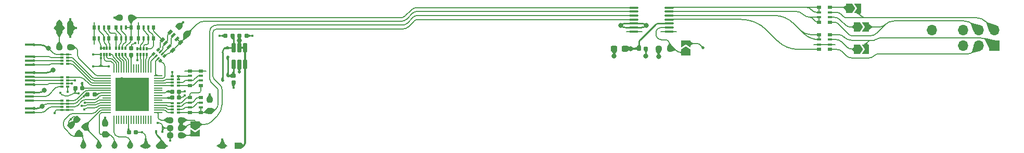
<source format=gbr>
%TF.GenerationSoftware,KiCad,Pcbnew,8.0.7*%
%TF.CreationDate,2025-01-15T17:22:49+01:00*%
%TF.ProjectId,n64rgb_v3,6e363472-6762-45f7-9633-2e6b69636164,20241213.diy*%
%TF.SameCoordinates,Original*%
%TF.FileFunction,Copper,L1,Top*%
%TF.FilePolarity,Positive*%
%FSLAX46Y46*%
G04 Gerber Fmt 4.6, Leading zero omitted, Abs format (unit mm)*
G04 Created by KiCad (PCBNEW 8.0.7) date 2025-01-15 17:22:49*
%MOMM*%
%LPD*%
G01*
G04 APERTURE LIST*
G04 Aperture macros list*
%AMRoundRect*
0 Rectangle with rounded corners*
0 $1 Rounding radius*
0 $2 $3 $4 $5 $6 $7 $8 $9 X,Y pos of 4 corners*
0 Add a 4 corners polygon primitive as box body*
4,1,4,$2,$3,$4,$5,$6,$7,$8,$9,$2,$3,0*
0 Add four circle primitives for the rounded corners*
1,1,$1+$1,$2,$3*
1,1,$1+$1,$4,$5*
1,1,$1+$1,$6,$7*
1,1,$1+$1,$8,$9*
0 Add four rect primitives between the rounded corners*
20,1,$1+$1,$2,$3,$4,$5,0*
20,1,$1+$1,$4,$5,$6,$7,0*
20,1,$1+$1,$6,$7,$8,$9,0*
20,1,$1+$1,$8,$9,$2,$3,0*%
%AMRotRect*
0 Rectangle, with rotation*
0 The origin of the aperture is its center*
0 $1 length*
0 $2 width*
0 $3 Rotation angle, in degrees counterclockwise*
0 Add horizontal line*
21,1,$1,$2,0,0,$3*%
%AMFreePoly0*
4,1,6,1.000000,0.000000,0.500000,-0.750000,-0.500000,-0.750000,-0.500000,0.750000,0.500000,0.750000,1.000000,0.000000,1.000000,0.000000,$1*%
%AMFreePoly1*
4,1,6,0.500000,-0.750000,-0.650000,-0.750000,-0.150000,0.000000,-0.650000,0.750000,0.500000,0.750000,0.500000,-0.750000,0.500000,-0.750000,$1*%
G04 Aperture macros list end*
%TA.AperFunction,Conductor*%
%ADD10C,0.200000*%
%TD*%
%TA.AperFunction,Conductor*%
%ADD11C,0.152000*%
%TD*%
%TA.AperFunction,NonConductor*%
%ADD12C,0.200000*%
%TD*%
%TA.AperFunction,SMDPad,CuDef*%
%ADD13RoundRect,0.237500X-0.344715X0.008839X0.008839X-0.344715X0.344715X-0.008839X-0.008839X0.344715X0*%
%TD*%
%TA.AperFunction,SMDPad,CuDef*%
%ADD14C,1.000000*%
%TD*%
%TA.AperFunction,SMDPad,CuDef*%
%ADD15RoundRect,0.155000X0.155000X-0.212500X0.155000X0.212500X-0.155000X0.212500X-0.155000X-0.212500X0*%
%TD*%
%TA.AperFunction,SMDPad,CuDef*%
%ADD16RoundRect,0.155000X-0.212500X-0.155000X0.212500X-0.155000X0.212500X0.155000X-0.212500X0.155000X0*%
%TD*%
%TA.AperFunction,SMDPad,CuDef*%
%ADD17FreePoly0,0.000000*%
%TD*%
%TA.AperFunction,SMDPad,CuDef*%
%ADD18FreePoly1,0.000000*%
%TD*%
%TA.AperFunction,SMDPad,CuDef*%
%ADD19R,0.400000X0.500000*%
%TD*%
%TA.AperFunction,SMDPad,CuDef*%
%ADD20R,0.300000X0.500000*%
%TD*%
%TA.AperFunction,SMDPad,CuDef*%
%ADD21R,0.800000X0.500000*%
%TD*%
%TA.AperFunction,SMDPad,CuDef*%
%ADD22R,0.800000X0.400000*%
%TD*%
%TA.AperFunction,SMDPad,CuDef*%
%ADD23RoundRect,0.250000X-0.250000X-0.750000X0.250000X-0.750000X0.250000X0.750000X-0.250000X0.750000X0*%
%TD*%
%TA.AperFunction,SMDPad,CuDef*%
%ADD24RoundRect,0.155000X0.212500X0.155000X-0.212500X0.155000X-0.212500X-0.155000X0.212500X-0.155000X0*%
%TD*%
%TA.AperFunction,SMDPad,CuDef*%
%ADD25RoundRect,0.237500X0.344715X-0.008839X-0.008839X0.344715X-0.344715X0.008839X0.008839X-0.344715X0*%
%TD*%
%TA.AperFunction,SMDPad,CuDef*%
%ADD26RoundRect,0.100000X-0.637500X-0.100000X0.637500X-0.100000X0.637500X0.100000X-0.637500X0.100000X0*%
%TD*%
%TA.AperFunction,SMDPad,CuDef*%
%ADD27RoundRect,0.237500X0.237500X-0.250000X0.237500X0.250000X-0.237500X0.250000X-0.237500X-0.250000X0*%
%TD*%
%TA.AperFunction,SMDPad,CuDef*%
%ADD28RoundRect,0.237500X-0.250000X-0.237500X0.250000X-0.237500X0.250000X0.237500X-0.250000X0.237500X0*%
%TD*%
%TA.AperFunction,SMDPad,CuDef*%
%ADD29R,0.500000X0.400000*%
%TD*%
%TA.AperFunction,SMDPad,CuDef*%
%ADD30R,0.500000X0.300000*%
%TD*%
%TA.AperFunction,SMDPad,CuDef*%
%ADD31RotRect,0.800000X0.500000X45.000000*%
%TD*%
%TA.AperFunction,SMDPad,CuDef*%
%ADD32RotRect,0.800000X0.400000X45.000000*%
%TD*%
%TA.AperFunction,SMDPad,CuDef*%
%ADD33R,0.500000X0.800000*%
%TD*%
%TA.AperFunction,SMDPad,CuDef*%
%ADD34R,0.400000X0.800000*%
%TD*%
%TA.AperFunction,SMDPad,CuDef*%
%ADD35R,1.346200X0.228600*%
%TD*%
%TA.AperFunction,SMDPad,CuDef*%
%ADD36R,0.228600X1.346200*%
%TD*%
%TA.AperFunction,SMDPad,CuDef*%
%ADD37R,5.511800X5.511800*%
%TD*%
%TA.AperFunction,SMDPad,CuDef*%
%ADD38RoundRect,0.237500X0.300000X0.237500X-0.300000X0.237500X-0.300000X-0.237500X0.300000X-0.237500X0*%
%TD*%
%TA.AperFunction,SMDPad,CuDef*%
%ADD39FreePoly0,270.000000*%
%TD*%
%TA.AperFunction,SMDPad,CuDef*%
%ADD40FreePoly1,270.000000*%
%TD*%
%TA.AperFunction,SMDPad,CuDef*%
%ADD41RotRect,0.500000X0.400000X45.000000*%
%TD*%
%TA.AperFunction,SMDPad,CuDef*%
%ADD42RotRect,0.500000X0.300000X45.000000*%
%TD*%
%TA.AperFunction,SMDPad,CuDef*%
%ADD43R,1.000000X1.000000*%
%TD*%
%TA.AperFunction,SMDPad,CuDef*%
%ADD44RoundRect,0.237500X0.250000X0.237500X-0.250000X0.237500X-0.250000X-0.237500X0.250000X-0.237500X0*%
%TD*%
%TA.AperFunction,SMDPad,CuDef*%
%ADD45RoundRect,0.155000X-0.155000X0.212500X-0.155000X-0.212500X0.155000X-0.212500X0.155000X0.212500X0*%
%TD*%
%TA.AperFunction,SMDPad,CuDef*%
%ADD46RoundRect,0.237500X-0.237500X0.250000X-0.237500X-0.250000X0.237500X-0.250000X0.237500X0.250000X0*%
%TD*%
%TA.AperFunction,ComponentPad*%
%ADD47R,1.700000X1.700000*%
%TD*%
%TA.AperFunction,ComponentPad*%
%ADD48O,1.700000X1.700000*%
%TD*%
%TA.AperFunction,SMDPad,CuDef*%
%ADD49FreePoly0,90.000000*%
%TD*%
%TA.AperFunction,SMDPad,CuDef*%
%ADD50FreePoly1,90.000000*%
%TD*%
%TA.AperFunction,SMDPad,CuDef*%
%ADD51RoundRect,0.162500X0.162500X-0.617500X0.162500X0.617500X-0.162500X0.617500X-0.162500X-0.617500X0*%
%TD*%
%TA.AperFunction,ComponentPad*%
%ADD52C,0.450000*%
%TD*%
%TA.AperFunction,SMDPad,CuDef*%
%ADD53R,1.350000X0.450000*%
%TD*%
%TA.AperFunction,ViaPad*%
%ADD54C,0.400000*%
%TD*%
%TA.AperFunction,ViaPad*%
%ADD55C,0.500000*%
%TD*%
%TA.AperFunction,ViaPad*%
%ADD56C,2.000000*%
%TD*%
%TA.AperFunction,ViaPad*%
%ADD57C,0.800000*%
%TD*%
%TA.AperFunction,Conductor*%
%ADD58C,0.152400*%
%TD*%
%TA.AperFunction,Conductor*%
%ADD59C,0.250000*%
%TD*%
%TA.AperFunction,Conductor*%
%ADD60C,0.300000*%
%TD*%
%TA.AperFunction,Conductor*%
%ADD61C,0.203200*%
%TD*%
G04 APERTURE END LIST*
D10*
%TO.N,/R*%
X167044594Y-119094594D02*
X166444594Y-119094594D01*
X166444594Y-118944594D01*
X166844594Y-118694594D01*
X167044594Y-119094594D01*
%TA.AperFunction,Conductor*%
G36*
X167044594Y-119094594D02*
G01*
X166444594Y-119094594D01*
X166444594Y-118944594D01*
X166844594Y-118694594D01*
X167044594Y-119094594D01*
G37*
%TD.AperFunction*%
%TO.N,Net-(JP11-A)*%
X164994594Y-120144594D02*
X164494594Y-119644594D01*
X164994594Y-119244594D01*
X164994594Y-120144594D01*
%TA.AperFunction,Conductor*%
G36*
X164994594Y-120144594D02*
G01*
X164494594Y-119644594D01*
X164994594Y-119244594D01*
X164994594Y-120144594D01*
G37*
%TD.AperFunction*%
%TO.N,unconnected-(U2-n.c.-Pad7)*%
X127782000Y-116763800D02*
X130282000Y-116763800D01*
%TO.N,/B*%
X167744594Y-116044594D02*
X167044594Y-116544594D01*
X167044594Y-115544594D01*
X167744594Y-116044594D01*
%TA.AperFunction,Conductor*%
G36*
X167744594Y-116044594D02*
G01*
X167044594Y-116544594D01*
X167044594Y-115544594D01*
X167744594Y-116044594D01*
G37*
%TD.AperFunction*%
D11*
%TO.N,Net-(JP9-B)*%
X56650000Y-133750000D02*
X56960000Y-133470000D01*
D10*
%TO.N,/Fil.byp.*%
X137000000Y-120540000D02*
X136540000Y-120140000D01*
X137000000Y-119710000D01*
X137000000Y-120540000D01*
%TA.AperFunction,Conductor*%
G36*
X137000000Y-120540000D02*
G01*
X136540000Y-120140000D01*
X137000000Y-119710000D01*
X137000000Y-120540000D01*
G37*
%TD.AperFunction*%
%TO.N,VCC*%
X138500000Y-118720000D02*
X138040000Y-119040000D01*
X138040000Y-118370000D01*
X138500000Y-118720000D01*
%TA.AperFunction,Conductor*%
G36*
X138500000Y-118720000D02*
G01*
X138040000Y-119040000D01*
X138040000Y-118370000D01*
X138500000Y-118720000D01*
G37*
%TD.AperFunction*%
%TO.N,Net-(JP13-A)*%
X163744594Y-113544594D02*
X163094594Y-112844594D01*
X163744594Y-112444594D01*
X163744594Y-113544594D01*
%TA.AperFunction,Conductor*%
G36*
X163744594Y-113544594D02*
G01*
X163094594Y-112844594D01*
X163744594Y-112444594D01*
X163744594Y-113544594D01*
G37*
%TD.AperFunction*%
%TO.N,Net-(JP12-A)*%
X164994594Y-116494594D02*
X164544594Y-116044594D01*
X164994594Y-115544594D01*
X164994594Y-116494594D01*
%TA.AperFunction,Conductor*%
G36*
X164994594Y-116494594D02*
G01*
X164544594Y-116044594D01*
X164994594Y-115544594D01*
X164994594Y-116494594D01*
G37*
%TD.AperFunction*%
%TO.N,unconnected-(U2-n.c.-Pad8)*%
X133370000Y-116789200D02*
X135870000Y-116789200D01*
D12*
X158244594Y-118894594D02*
X161694594Y-118894594D01*
D10*
%TO.N,/G*%
X165694594Y-113994594D02*
X165144594Y-113644594D01*
X165144594Y-113494594D01*
X165844594Y-113494594D01*
X165694594Y-113994594D01*
%TA.AperFunction,Conductor*%
G36*
X165694594Y-113994594D02*
G01*
X165144594Y-113644594D01*
X165144594Y-113494594D01*
X165844594Y-113494594D01*
X165694594Y-113994594D01*
G37*
%TD.AperFunction*%
%TD*%
D13*
%TO.P,R2,1*%
%TO.N,VDD*%
X38374765Y-131064765D03*
%TO.P,R2,2*%
%TO.N,TDI*%
X39665235Y-132355235D03*
%TD*%
D14*
%TO.P,J6,1,Pin_1*%
%TO.N,TMS*%
X39410000Y-135440000D03*
%TD*%
D15*
%TO.P,C6,1*%
%TO.N,VDD*%
X47190000Y-120597500D03*
%TO.P,C6,2*%
%TO.N,GND*%
X47190000Y-119462500D03*
%TD*%
D16*
%TO.P,C4,1*%
%TO.N,VDD*%
X46832500Y-133220000D03*
%TO.P,C4,2*%
%TO.N,GND*%
X47967500Y-133220000D03*
%TD*%
D17*
%TO.P,JP12,1,A*%
%TO.N,Net-(JP12-A)*%
X165269594Y-116044594D03*
D18*
%TO.P,JP12,2,B*%
%TO.N,/B*%
X166719594Y-116044594D03*
%TD*%
D19*
%TO.P,RN4,1,R1.1*%
%TO.N,GND*%
X42230000Y-120520000D03*
D20*
%TO.P,RN4,2,R2.1*%
%TO.N,G0*%
X42730000Y-120520000D03*
%TO.P,RN4,3,R3.1*%
%TO.N,G1*%
X43230000Y-120520000D03*
D19*
%TO.P,RN4,4,R4.1*%
%TO.N,G2*%
X43730000Y-120520000D03*
%TO.P,RN4,5,R4.2*%
%TO.N,Net-(RN10-R3.2)*%
X43730000Y-119520000D03*
D20*
%TO.P,RN4,6,R3.2*%
%TO.N,Net-(RN10-R2.2)*%
X43230000Y-119520000D03*
%TO.P,RN4,7,R2.2*%
%TO.N,Net-(RN10-R2.1)*%
X42730000Y-119520000D03*
D19*
%TO.P,RN4,8,R1.2*%
X42230000Y-119520000D03*
%TD*%
D17*
%TO.P,JP11,1,A*%
%TO.N,Net-(JP11-A)*%
X165269594Y-119644594D03*
D18*
%TO.P,JP11,2,B*%
%TO.N,/R*%
X166719594Y-119644594D03*
%TD*%
D21*
%TO.P,RN16,1,R1.1*%
%TO.N,/R'*%
X159094594Y-117294594D03*
D22*
%TO.P,RN16,2,R2.1*%
X159094594Y-118094594D03*
%TO.P,RN16,3,R3.1*%
%TO.N,unconnected-(RN16-R3.1-Pad3)*%
X159094594Y-118894594D03*
D21*
%TO.P,RN16,4,R4.1*%
%TO.N,/S'*%
X159094594Y-119694594D03*
%TO.P,RN16,5,R4.2*%
%TO.N,/S*%
X160894594Y-119694594D03*
D22*
%TO.P,RN16,6,R3.2*%
%TO.N,unconnected-(RN16-R3.2-Pad6)*%
X160894594Y-118894594D03*
%TO.P,RN16,7,R2.2*%
%TO.N,Net-(JP11-A)*%
X160894594Y-118094594D03*
D21*
%TO.P,RN16,8,R1.2*%
%TO.N,/R*%
X160894594Y-117294594D03*
%TD*%
%TO.P,RN15,1,R1.1*%
%TO.N,Net-(RN14-R4.2)*%
X56700000Y-127580000D03*
D22*
%TO.P,RN15,2,R2.1*%
%TO.N,Net-(RN15-R1.2)*%
X56700000Y-128380000D03*
%TO.P,RN15,3,R3.1*%
%TO.N,Net-(RN15-R2.2)*%
X56700000Y-129180000D03*
D21*
%TO.P,RN15,4,R4.1*%
%TO.N,/R_dac*%
X56700000Y-129980000D03*
%TO.P,RN15,5,R4.2*%
X58500000Y-129980000D03*
D22*
%TO.P,RN15,6,R3.2*%
X58500000Y-129180000D03*
%TO.P,RN15,7,R2.2*%
%TO.N,Net-(RN15-R2.2)*%
X58500000Y-128380000D03*
D21*
%TO.P,RN15,8,R1.2*%
%TO.N,Net-(RN15-R1.2)*%
X58500000Y-127580000D03*
%TD*%
D23*
%TO.P,J8,1,Pin_1*%
%TO.N,GND*%
X37250000Y-116190000D03*
%TD*%
%TO.P,J7,1,Pin_1*%
%TO.N,/nViDeBlur_i*%
X35470000Y-116190000D03*
%TD*%
D24*
%TO.P,C3,1*%
%TO.N,VDD*%
X39227500Y-126000000D03*
%TO.P,C3,2*%
%TO.N,GND*%
X38092500Y-126000000D03*
%TD*%
D14*
%TO.P,J2,1,Pin_1*%
%TO.N,GND*%
X49570000Y-135440000D03*
%TD*%
D25*
%TO.P,R6,1*%
%TO.N,/B_dac*%
X56235235Y-117255235D03*
%TO.P,R6,2*%
%TO.N,GND*%
X54944765Y-115964765D03*
%TD*%
D24*
%TO.P,C10,1*%
%TO.N,VCCINT*%
X63667500Y-117470000D03*
%TO.P,C10,2*%
%TO.N,GND*%
X62532500Y-117470000D03*
%TD*%
D26*
%TO.P,U2,1,Ch1.in*%
%TO.N,/G_dac*%
X128963500Y-112858000D03*
%TO.P,U2,2,Ch2.in*%
%TO.N,/B_dac*%
X128963500Y-113508000D03*
%TO.P,U2,3,Ch3.in*%
%TO.N,/R_dac*%
X128963500Y-114158000D03*
%TO.P,U2,4,Ch4.in*%
%TO.N,/S_dac*%
X128963500Y-114808000D03*
%TO.P,U2,5,GND*%
%TO.N,GND*%
X128963500Y-115458000D03*
%TO.P,U2,6,Disable*%
X128963500Y-116108000D03*
%TO.P,U2,7,n.c.*%
%TO.N,unconnected-(U2-n.c.-Pad7)*%
X128963500Y-116758000D03*
%TO.P,U2,8,n.c.*%
%TO.N,unconnected-(U2-n.c.-Pad8)*%
X134688500Y-116758000D03*
%TO.P,U2,9,Fil.byp.*%
%TO.N,/Fil.byp.*%
X134688500Y-116108000D03*
%TO.P,U2,10,Vcc*%
%TO.N,VCC*%
X134688500Y-115458000D03*
%TO.P,U2,11,Ch4.out*%
%TO.N,/S'*%
X134688500Y-114808000D03*
%TO.P,U2,12,Ch3.out*%
%TO.N,/R'*%
X134688500Y-114158000D03*
%TO.P,U2,13,Ch2.out*%
%TO.N,/B'*%
X134688500Y-113508000D03*
%TO.P,U2,14,Ch1.out*%
%TO.N,/G'*%
X134688500Y-112858000D03*
%TD*%
D27*
%TO.P,R7,1*%
%TO.N,/R_dac*%
X59950000Y-129712500D03*
%TO.P,R7,2*%
%TO.N,GND*%
X59950000Y-127887500D03*
%TD*%
D28*
%TO.P,R11,1*%
%TO.N,GND*%
X133021700Y-119583200D03*
%TO.P,R11,2*%
%TO.N,/Fil.byp.*%
X134846700Y-119583200D03*
%TD*%
D29*
%TO.P,RN9,1,R1.1*%
%TO.N,R3*%
X53900000Y-128490000D03*
D30*
%TO.P,RN9,2,R2.1*%
%TO.N,R4*%
X53900000Y-128990000D03*
%TO.P,RN9,3,R3.1*%
%TO.N,R5*%
X53900000Y-129490000D03*
D29*
%TO.P,RN9,4,R4.1*%
%TO.N,R6*%
X53900000Y-129990000D03*
%TO.P,RN9,5,R4.2*%
%TO.N,/R_dac*%
X54900000Y-129990000D03*
D30*
%TO.P,RN9,6,R3.2*%
%TO.N,Net-(RN15-R2.2)*%
X54900000Y-129490000D03*
%TO.P,RN9,7,R2.2*%
%TO.N,Net-(RN15-R1.2)*%
X54900000Y-128990000D03*
D29*
%TO.P,RN9,8,R1.2*%
%TO.N,Net-(RN14-R4.2)*%
X54900000Y-128490000D03*
%TD*%
D31*
%TO.P,RN13,1,R1.1*%
%TO.N,Net-(RN12-R4.2)*%
X52225076Y-118127868D03*
D32*
%TO.P,RN13,2,R2.1*%
%TO.N,Net-(RN13-R1.2)*%
X52790761Y-118693553D03*
%TO.P,RN13,3,R3.1*%
%TO.N,Net-(RN13-R2.2)*%
X53356447Y-119259239D03*
D31*
%TO.P,RN13,4,R4.1*%
%TO.N,/B_dac*%
X53922132Y-119824924D03*
%TO.P,RN13,5,R4.2*%
X55194924Y-118552132D03*
D32*
%TO.P,RN13,6,R3.2*%
X54629239Y-117986447D03*
%TO.P,RN13,7,R2.2*%
%TO.N,Net-(RN13-R2.2)*%
X54063553Y-117420761D03*
D31*
%TO.P,RN13,8,R1.2*%
%TO.N,Net-(RN13-R1.2)*%
X53497868Y-116855076D03*
%TD*%
D33*
%TO.P,RN11,1,R1.1*%
%TO.N,Net-(RN10-R4.2)*%
X44750000Y-117900000D03*
D34*
%TO.P,RN11,2,R2.1*%
%TO.N,Net-(RN11-R1.2)*%
X45550000Y-117900000D03*
%TO.P,RN11,3,R3.1*%
%TO.N,Net-(RN11-R2.2)*%
X46350000Y-117900000D03*
D33*
%TO.P,RN11,4,R4.1*%
%TO.N,/G_dac*%
X47150000Y-117900000D03*
%TO.P,RN11,5,R4.2*%
X47150000Y-116100000D03*
D34*
%TO.P,RN11,6,R3.2*%
X46350000Y-116100000D03*
%TO.P,RN11,7,R2.2*%
%TO.N,Net-(RN11-R2.2)*%
X45550000Y-116100000D03*
D33*
%TO.P,RN11,8,R1.2*%
%TO.N,Net-(RN11-R1.2)*%
X44750000Y-116100000D03*
%TD*%
D14*
%TO.P,J3,1,Pin_1*%
%TO.N,TCK*%
X44490000Y-135440000D03*
%TD*%
D16*
%TO.P,C5,1*%
%TO.N,VDD*%
X53832500Y-127530000D03*
%TO.P,C5,2*%
%TO.N,GND*%
X54967500Y-127530000D03*
%TD*%
D14*
%TO.P,J5,1,Pin_1*%
%TO.N,TDI*%
X41950000Y-135440000D03*
%TD*%
D35*
%TO.P,U1,1,DIFFIO_L1n*%
%TO.N,nViDeBlur*%
X43200000Y-124000002D03*
%TO.P,U1,2,IO*%
%TO.N,D0*%
X43200000Y-124400001D03*
%TO.P,U1,3,DIFFIO_L2p*%
%TO.N,D1*%
X43200000Y-124800000D03*
%TO.P,U1,4,DIFFIO_L2n*%
%TO.N,D2*%
X43200000Y-125200002D03*
%TO.P,U1,5,IO*%
%TO.N,D3*%
X43200000Y-125600001D03*
%TO.P,U1,6,VCCIO1*%
%TO.N,VDD*%
X43200000Y-126000000D03*
%TO.P,U1,7,IO/CLK0*%
%TO.N,#DSYNC*%
X43200000Y-126400002D03*
%TO.P,U1,8,VCCINT*%
%TO.N,VCCINT*%
X43200000Y-126800001D03*
%TO.P,U1,9,IO/CLK1*%
%TO.N,VCLK*%
X43200000Y-127200001D03*
%TO.P,U1,10,IO*%
%TO.N,unconnected-(U1-IO-Pad10)*%
X43200000Y-127600000D03*
%TO.P,U1,11,IO*%
%TO.N,D4*%
X43200000Y-128000002D03*
%TO.P,U1,12,IO*%
%TO.N,D5*%
X43200000Y-128400001D03*
%TO.P,U1,13,IO*%
%TO.N,D6*%
X43200000Y-128800000D03*
%TO.P,U1,14,TMS*%
%TO.N,TMS*%
X43200000Y-129200002D03*
%TO.P,U1,15,TDI*%
%TO.N,TDI*%
X43200000Y-129600001D03*
%TO.P,U1,16,TCK*%
%TO.N,TCK*%
X43200000Y-130000000D03*
D36*
%TO.P,U1,17,TDO*%
%TO.N,TDO*%
X44378301Y-131178301D03*
%TO.P,U1,18,DIFFIO_B1p*%
%TO.N,unconnected-(U1-DIFFIO_B1p-Pad18)*%
X44778300Y-131178301D03*
%TO.P,U1,19,DIFFIO_B1n*%
%TO.N,unconnected-(U1-DIFFIO_B1n-Pad19)*%
X45178299Y-131178301D03*
%TO.P,U1,20,DIFFIO_B2p*%
%TO.N,unconnected-(U1-DIFFIO_B2p-Pad20)*%
X45578301Y-131178301D03*
%TO.P,U1,21,DIFFIO_B2n*%
%TO.N,unconnected-(U1-DIFFIO_B2n-Pad21)*%
X45978300Y-131178301D03*
%TO.P,U1,22,DIFFIO_B3p*%
%TO.N,unconnected-(U1-DIFFIO_B3p-Pad22)*%
X46378299Y-131178301D03*
%TO.P,U1,23,VCCIO1*%
%TO.N,VDD*%
X46778301Y-131178301D03*
%TO.P,U1,24,DIFFIO_B3n*%
%TO.N,unconnected-(U1-DIFFIO_B3n-Pad24)*%
X47178300Y-131178301D03*
%TO.P,U1,25,IO*%
%TO.N,unconnected-(U1-IO-Pad25)*%
X47578300Y-131178301D03*
%TO.P,U1,26,DIFFIO_B4p*%
%TO.N,unconnected-(U1-DIFFIO_B4p-Pad26)*%
X47978299Y-131178301D03*
%TO.P,U1,27,DIFFIO_B4n*%
%TO.N,unconnected-(U1-DIFFIO_B4n-Pad27)*%
X48378301Y-131178301D03*
%TO.P,U1,28,DIFFIO_B5p*%
%TO.N,unconnected-(U1-DIFFIO_B5p-Pad28)*%
X48778300Y-131178301D03*
%TO.P,U1,29,DIFFIO_B5n*%
%TO.N,unconnected-(U1-DIFFIO_B5n-Pad29)*%
X49178299Y-131178301D03*
%TO.P,U1,30,DIFFIO_B6p*%
%TO.N,unconnected-(U1-DIFFIO_B6p-Pad30)*%
X49578301Y-131178301D03*
%TO.P,U1,31,DIFFIO_B6n*%
%TO.N,unconnected-(U1-DIFFIO_B6n-Pad31)*%
X49978300Y-131178301D03*
%TO.P,U1,32,DIFFIO_B7p*%
%TO.N,unconnected-(U1-DIFFIO_B7p-Pad32)*%
X50378299Y-131178301D03*
D35*
%TO.P,U1,33,DIFFIO_B7n*%
%TO.N,CSYNC_o*%
X51556600Y-130000000D03*
%TO.P,U1,34,DIFFIO_R4n*%
%TO.N,R6*%
X51556600Y-129600001D03*
%TO.P,U1,35,DIFFIO_R4p*%
%TO.N,R5*%
X51556600Y-129200002D03*
%TO.P,U1,36,DIFFIO_R3n*%
%TO.N,R4*%
X51556600Y-128800000D03*
%TO.P,U1,37,DIFFIO_R3p*%
%TO.N,R3*%
X51556600Y-128400001D03*
%TO.P,U1,38,IO*%
%TO.N,unconnected-(U1-IO-Pad38)*%
X51556600Y-128000002D03*
%TO.P,U1,39,VCCIO2*%
%TO.N,VDD*%
X51556600Y-127600000D03*
%TO.P,U1,40,IO/CLK2*%
%TO.N,unconnected-(U1-IO{slash}CLK2-Pad40)*%
X51556600Y-127200001D03*
%TO.P,U1,41,VCCINT*%
%TO.N,VCCINT*%
X51556600Y-126800001D03*
%TO.P,U1,42,IO/CLK3*%
%TO.N,unconnected-(U1-IO{slash}CLK3-Pad42)*%
X51556600Y-126400002D03*
%TO.P,U1,43,DIFFIO_R2n*%
%TO.N,unconnected-(U1-DIFFIO_R2n-Pad43)*%
X51556600Y-126000000D03*
%TO.P,U1,44,DIFFIO_R2p*%
%TO.N,R2*%
X51556600Y-125600001D03*
%TO.P,U1,45,IO*%
%TO.N,R1*%
X51556600Y-125200002D03*
%TO.P,U1,46,DIFFIO_R1n*%
%TO.N,R0*%
X51556600Y-124800000D03*
%TO.P,U1,47,DIFFIO_R1p*%
%TO.N,B6*%
X51556600Y-124400001D03*
%TO.P,U1,48,IO*%
%TO.N,B5*%
X51556600Y-124000002D03*
D36*
%TO.P,U1,49,DIFFIO_T6n*%
%TO.N,B4*%
X50378299Y-122821701D03*
%TO.P,U1,50,DIFFIO_T6p*%
%TO.N,B3*%
X49978300Y-122821701D03*
%TO.P,U1,51,IO*%
%TO.N,B2*%
X49578301Y-122821701D03*
%TO.P,U1,52,DIFFIO_T5n*%
%TO.N,B1*%
X49178299Y-122821701D03*
%TO.P,U1,53,DIFFIO_T5p*%
%TO.N,B0*%
X48778300Y-122821701D03*
%TO.P,U1,54,DIFFIO_T4n*%
%TO.N,unconnected-(U1-DIFFIO_T4n-Pad54)*%
X48378301Y-122821701D03*
%TO.P,U1,55,DIFFIO_T4p*%
%TO.N,unconnected-(U1-DIFFIO_T4p-Pad55)*%
X47978299Y-122821701D03*
%TO.P,U1,56,DIFFIO_T3n*%
%TO.N,unconnected-(U1-DIFFIO_T3n-Pad56)*%
X47578300Y-122821701D03*
%TO.P,U1,57,VCCIO2*%
%TO.N,VDD*%
X47178300Y-122821701D03*
%TO.P,U1,58,DIFFIO_T3p*%
%TO.N,G6*%
X46778301Y-122821701D03*
%TO.P,U1,59,DIFFIO_T2n*%
%TO.N,G5*%
X46378299Y-122821701D03*
%TO.P,U1,60,DIFFIO_T2p*%
%TO.N,G4*%
X45978300Y-122821701D03*
%TO.P,U1,61,DIFFIO_T1n*%
%TO.N,G3*%
X45578301Y-122821701D03*
%TO.P,U1,62,IO*%
%TO.N,G2*%
X45178299Y-122821701D03*
%TO.P,U1,63,DIFFIO_T1p*%
%TO.N,G1*%
X44778300Y-122821701D03*
%TO.P,U1,64,DIFFIO_L1p*%
%TO.N,G0*%
X44378301Y-122821701D03*
D37*
%TO.P,U1,EPAD,GROUND*%
%TO.N,GND*%
X47378300Y-127000001D03*
%TD*%
D38*
%TO.P,C7,1*%
%TO.N,VCC*%
X127481500Y-119557800D03*
%TO.P,C7,2*%
%TO.N,GND*%
X125756500Y-119557800D03*
%TD*%
D39*
%TO.P,JP9,1,A*%
%TO.N,/S_dac*%
X57590000Y-131955001D03*
D40*
%TO.P,JP9,2,B*%
%TO.N,Net-(JP9-B)*%
X57590000Y-133404999D03*
%TD*%
D29*
%TO.P,RN2,1,R1.1*%
%TO.N,/D3_i*%
X35875000Y-124250000D03*
D30*
%TO.P,RN2,2,R2.1*%
%TO.N,/D4_i*%
X35875000Y-124750000D03*
%TO.P,RN2,3,R3.1*%
%TO.N,/D5_i*%
X35875000Y-125250000D03*
D29*
%TO.P,RN2,4,R4.1*%
%TO.N,/D6_i*%
X35875000Y-125750000D03*
%TO.P,RN2,5,R4.2*%
%TO.N,D6*%
X36875000Y-125750000D03*
D30*
%TO.P,RN2,6,R3.2*%
%TO.N,D5*%
X36875000Y-125250000D03*
%TO.P,RN2,7,R2.2*%
%TO.N,D4*%
X36875000Y-124750000D03*
D29*
%TO.P,RN2,8,R1.2*%
%TO.N,D3*%
X36875000Y-124250000D03*
%TD*%
D24*
%TO.P,C1,1*%
%TO.N,VCCINT*%
X41205000Y-127080000D03*
%TO.P,C1,2*%
%TO.N,GND*%
X40070000Y-127080000D03*
%TD*%
D28*
%TO.P,R4,1*%
%TO.N,/nViDeBlur_i*%
X35465000Y-119350000D03*
%TO.P,R4,2*%
%TO.N,nViDeBlur*%
X37290000Y-119350000D03*
%TD*%
D29*
%TO.P,RN3,1,R1.1*%
%TO.N,/nDSYNC_i*%
X35875000Y-128050000D03*
D30*
%TO.P,RN3,2,R2.1*%
%TO.N,GND*%
X35875000Y-128550000D03*
%TO.P,RN3,3,R3.1*%
%TO.N,/VCLK_i*%
X35875000Y-129050000D03*
D29*
%TO.P,RN3,4,R4.1*%
%TO.N,GND*%
X35875000Y-129550000D03*
%TO.P,RN3,5,R4.2*%
X36875000Y-129550000D03*
D30*
%TO.P,RN3,6,R3.2*%
%TO.N,VCLK*%
X36875000Y-129050000D03*
%TO.P,RN3,7,R2.2*%
%TO.N,GND*%
X36875000Y-128550000D03*
D29*
%TO.P,RN3,8,R1.2*%
%TO.N,#DSYNC*%
X36875000Y-128050000D03*
%TD*%
D41*
%TO.P,RN7,1,R1.1*%
%TO.N,B3*%
X50856117Y-120453223D03*
D42*
%TO.P,RN7,2,R2.1*%
%TO.N,B4*%
X51209670Y-120806777D03*
%TO.P,RN7,3,R3.1*%
%TO.N,B5*%
X51563223Y-121160330D03*
D41*
%TO.P,RN7,4,R4.1*%
%TO.N,B6*%
X51916777Y-121513883D03*
%TO.P,RN7,5,R4.2*%
%TO.N,/B_dac*%
X52623883Y-120806777D03*
D42*
%TO.P,RN7,6,R3.2*%
%TO.N,Net-(RN13-R2.2)*%
X52270330Y-120453223D03*
%TO.P,RN7,7,R2.2*%
%TO.N,Net-(RN13-R1.2)*%
X51916777Y-120099670D03*
D41*
%TO.P,RN7,8,R1.2*%
%TO.N,Net-(RN12-R4.2)*%
X51563223Y-119746117D03*
%TD*%
D16*
%TO.P,C8,1*%
%TO.N,VCC*%
X129810700Y-119557800D03*
%TO.P,C8,2*%
%TO.N,GND*%
X130945700Y-119557800D03*
%TD*%
D33*
%TO.P,RN10,1,R1.1*%
%TO.N,Net-(RN10-R1.1)*%
X41140000Y-117910000D03*
D34*
%TO.P,RN10,2,R2.1*%
%TO.N,Net-(RN10-R2.1)*%
X41940000Y-117910000D03*
%TO.P,RN10,3,R3.1*%
%TO.N,Net-(RN10-R2.2)*%
X42740000Y-117910000D03*
D33*
%TO.P,RN10,4,R4.1*%
%TO.N,Net-(RN10-R3.2)*%
X43540000Y-117910000D03*
%TO.P,RN10,5,R4.2*%
%TO.N,Net-(RN10-R4.2)*%
X43540000Y-116110000D03*
D34*
%TO.P,RN10,6,R3.2*%
%TO.N,Net-(RN10-R3.2)*%
X42740000Y-116110000D03*
%TO.P,RN10,7,R2.2*%
%TO.N,Net-(RN10-R2.2)*%
X41940000Y-116110000D03*
D33*
%TO.P,RN10,8,R1.2*%
%TO.N,Net-(RN10-R1.1)*%
X41140000Y-116110000D03*
%TD*%
D14*
%TO.P,J4,1,Pin_1*%
%TO.N,TDO*%
X47030000Y-135440000D03*
%TD*%
D17*
%TO.P,JP13,1,A*%
%TO.N,Net-(JP13-A)*%
X164019594Y-112994594D03*
D18*
%TO.P,JP13,2,B*%
%TO.N,/G*%
X165469594Y-112994594D03*
%TD*%
D43*
%TO.P,J9,1,Pin_1*%
%TO.N,VCC*%
X64570000Y-135440000D03*
%TD*%
D44*
%TO.P,R10,1*%
%TO.N,Net-(JP9-B)*%
X55312500Y-133750000D03*
%TO.P,R10,2*%
%TO.N,GND*%
X53487500Y-133750000D03*
%TD*%
D29*
%TO.P,RN1,1,R1.1*%
%TO.N,GND*%
X35875000Y-120550000D03*
D30*
%TO.P,RN1,2,R2.1*%
%TO.N,/D0_i*%
X35875000Y-121050000D03*
%TO.P,RN1,3,R3.1*%
%TO.N,/D1_i*%
X35875000Y-121550000D03*
D29*
%TO.P,RN1,4,R4.1*%
%TO.N,/D2_i*%
X35875000Y-122050000D03*
%TO.P,RN1,5,R4.2*%
%TO.N,D2*%
X36875000Y-122050000D03*
D30*
%TO.P,RN1,6,R3.2*%
%TO.N,D1*%
X36875000Y-121550000D03*
%TO.P,RN1,7,R2.2*%
%TO.N,D0*%
X36875000Y-121050000D03*
D29*
%TO.P,RN1,8,R1.2*%
%TO.N,GND*%
X36875000Y-120550000D03*
%TD*%
D28*
%TO.P,R8,1*%
%TO.N,CSYNC_o*%
X53487500Y-131230000D03*
%TO.P,R8,2*%
%TO.N,/S_dac*%
X55312500Y-131230000D03*
%TD*%
D45*
%TO.P,C11,1*%
%TO.N,VDD*%
X63820000Y-123992500D03*
%TO.P,C11,2*%
%TO.N,GND*%
X63820000Y-125127500D03*
%TD*%
D29*
%TO.P,RN8,1,R1.1*%
%TO.N,GND*%
X53900000Y-124100000D03*
D30*
%TO.P,RN8,2,R2.1*%
%TO.N,R0*%
X53900000Y-124600000D03*
%TO.P,RN8,3,R3.1*%
%TO.N,R1*%
X53900000Y-125100000D03*
D29*
%TO.P,RN8,4,R4.1*%
%TO.N,R2*%
X53900000Y-125600000D03*
%TO.P,RN8,5,R4.2*%
%TO.N,Net-(RN14-R3.2)*%
X54900000Y-125600000D03*
D30*
%TO.P,RN8,6,R3.2*%
%TO.N,Net-(RN14-R2.2)*%
X54900000Y-125100000D03*
%TO.P,RN8,7,R2.2*%
%TO.N,Net-(RN14-R2.1)*%
X54900000Y-124600000D03*
D29*
%TO.P,RN8,8,R1.2*%
X54900000Y-124100000D03*
%TD*%
D13*
%TO.P,R3,1*%
%TO.N,VDD*%
X37384765Y-132084765D03*
%TO.P,R3,2*%
%TO.N,TMS*%
X38675235Y-133375235D03*
%TD*%
D19*
%TO.P,RN6,1,R1.1*%
%TO.N,GND*%
X48180000Y-120549999D03*
D20*
%TO.P,RN6,2,R2.1*%
%TO.N,B0*%
X48680000Y-120550000D03*
%TO.P,RN6,3,R3.1*%
%TO.N,B1*%
X49180000Y-120550000D03*
D19*
%TO.P,RN6,4,R4.1*%
%TO.N,B2*%
X49680000Y-120549999D03*
%TO.P,RN6,5,R4.2*%
%TO.N,Net-(RN12-R3.2)*%
X49680000Y-119550001D03*
D20*
%TO.P,RN6,6,R3.2*%
%TO.N,Net-(RN12-R2.2)*%
X49180000Y-119550000D03*
%TO.P,RN6,7,R2.2*%
%TO.N,Net-(RN12-R2.1)*%
X48680000Y-119550000D03*
D19*
%TO.P,RN6,8,R1.2*%
X48180000Y-119550001D03*
%TD*%
D46*
%TO.P,R1,1*%
%TO.N,GND*%
X42920000Y-131760000D03*
%TO.P,R1,2*%
%TO.N,TCK*%
X42920000Y-133585000D03*
%TD*%
D47*
%TO.P,X2,1,Red*%
%TO.N,/R*%
X187638594Y-119109394D03*
D48*
%TO.P,X2,2,Green*%
%TO.N,/G*%
X187638594Y-116569394D03*
%TO.P,X2,3,Sync*%
%TO.N,/S*%
X185098594Y-119109394D03*
%TO.P,X2,4,Blue*%
%TO.N,/B*%
X185098594Y-116569394D03*
%TO.P,X2,5,GND*%
%TO.N,GND*%
X182558594Y-119109394D03*
%TO.P,X2,6,GND*%
X182558594Y-116569394D03*
%TO.P,X2,10,5V*%
%TO.N,VCC*%
X177478594Y-116569394D03*
%TD*%
D33*
%TO.P,RN12,1,R1.1*%
%TO.N,Net-(RN12-R1.1)*%
X48400000Y-117880000D03*
D34*
%TO.P,RN12,2,R2.1*%
%TO.N,Net-(RN12-R2.1)*%
X49200000Y-117880000D03*
%TO.P,RN12,3,R3.1*%
%TO.N,Net-(RN12-R2.2)*%
X50000000Y-117880000D03*
D33*
%TO.P,RN12,4,R4.1*%
%TO.N,Net-(RN12-R3.2)*%
X50800000Y-117880000D03*
%TO.P,RN12,5,R4.2*%
%TO.N,Net-(RN12-R4.2)*%
X50800000Y-116080000D03*
D34*
%TO.P,RN12,6,R3.2*%
%TO.N,Net-(RN12-R3.2)*%
X50000000Y-116080000D03*
%TO.P,RN12,7,R2.2*%
%TO.N,Net-(RN12-R2.2)*%
X49200000Y-116080000D03*
D33*
%TO.P,RN12,8,R1.2*%
%TO.N,Net-(RN12-R1.1)*%
X48400000Y-116080000D03*
%TD*%
D21*
%TO.P,RN14,1,R1.1*%
%TO.N,Net-(RN14-R1.1)*%
X56750000Y-123190000D03*
D22*
%TO.P,RN14,2,R2.1*%
%TO.N,Net-(RN14-R2.1)*%
X56750000Y-123990000D03*
%TO.P,RN14,3,R3.1*%
%TO.N,Net-(RN14-R2.2)*%
X56750000Y-124790000D03*
D21*
%TO.P,RN14,4,R4.1*%
%TO.N,Net-(RN14-R3.2)*%
X56750000Y-125590000D03*
%TO.P,RN14,5,R4.2*%
%TO.N,Net-(RN14-R4.2)*%
X58550000Y-125590000D03*
D22*
%TO.P,RN14,6,R3.2*%
%TO.N,Net-(RN14-R3.2)*%
X58550000Y-124790000D03*
%TO.P,RN14,7,R2.2*%
%TO.N,Net-(RN14-R2.2)*%
X58550000Y-123990000D03*
D21*
%TO.P,RN14,8,R1.2*%
%TO.N,Net-(RN14-R1.1)*%
X58550000Y-123190000D03*
%TD*%
D43*
%TO.P,J1,1,Pin_1*%
%TO.N,VDD*%
X52110000Y-135440000D03*
%TD*%
D44*
%TO.P,R9,1*%
%TO.N,/S_dac*%
X55315000Y-132520000D03*
%TO.P,R9,2*%
%TO.N,GND*%
X53490000Y-132520000D03*
%TD*%
D49*
%TO.P,JP10,1,A*%
%TO.N,/Fil.byp.*%
X137464800Y-120155800D03*
D50*
%TO.P,JP10,2,B*%
%TO.N,VCC*%
X137464800Y-118705800D03*
%TD*%
D19*
%TO.P,RN5,1,R1.1*%
%TO.N,G3*%
X44750000Y-120520000D03*
D20*
%TO.P,RN5,2,R2.1*%
%TO.N,G4*%
X45250000Y-120520000D03*
%TO.P,RN5,3,R3.1*%
%TO.N,G5*%
X45750000Y-120520000D03*
D19*
%TO.P,RN5,4,R4.1*%
%TO.N,G6*%
X46250000Y-120520000D03*
%TO.P,RN5,5,R4.2*%
%TO.N,/G_dac*%
X46250000Y-119520000D03*
D20*
%TO.P,RN5,6,R3.2*%
%TO.N,Net-(RN11-R2.2)*%
X45750000Y-119520000D03*
%TO.P,RN5,7,R2.2*%
%TO.N,Net-(RN11-R1.2)*%
X45250000Y-119520000D03*
D19*
%TO.P,RN5,8,R1.2*%
%TO.N,Net-(RN10-R4.2)*%
X44750000Y-119520000D03*
%TD*%
D14*
%TO.P,J10,1,Pin_1*%
%TO.N,GND*%
X62030000Y-135440000D03*
%TD*%
D21*
%TO.P,RN17,1,R1.1*%
%TO.N,/G'*%
X159094594Y-112844594D03*
D22*
%TO.P,RN17,2,R2.1*%
X159094594Y-113644594D03*
%TO.P,RN17,3,R3.1*%
%TO.N,/B'*%
X159094594Y-114444594D03*
D21*
%TO.P,RN17,4,R4.1*%
X159094594Y-115244594D03*
%TO.P,RN17,5,R4.2*%
%TO.N,/B*%
X160894594Y-115244594D03*
D22*
%TO.P,RN17,6,R3.2*%
%TO.N,Net-(JP12-A)*%
X160894594Y-114444594D03*
%TO.P,RN17,7,R2.2*%
%TO.N,/G*%
X160894594Y-113644594D03*
D21*
%TO.P,RN17,8,R1.2*%
%TO.N,Net-(JP13-A)*%
X160894594Y-112844594D03*
%TD*%
D44*
%TO.P,R5,1*%
%TO.N,/G_dac*%
X47152500Y-114540000D03*
%TO.P,R5,2*%
%TO.N,GND*%
X45327500Y-114540000D03*
%TD*%
D16*
%TO.P,C2,1*%
%TO.N,VCCINT*%
X53832500Y-126580000D03*
%TO.P,C2,2*%
%TO.N,GND*%
X54967500Y-126580000D03*
%TD*%
D51*
%TO.P,U3,1,OUT2*%
%TO.N,VDD*%
X63822500Y-122140000D03*
%TO.P,U3,2,GND*%
%TO.N,GND*%
X64772500Y-122140000D03*
%TO.P,U3,3,EN2*%
%TO.N,VCC*%
X65722500Y-122140000D03*
%TO.P,U3,4,EN1*%
X65722500Y-119440000D03*
%TO.P,U3,5,IN*%
X64772500Y-119440000D03*
%TO.P,U3,6,OUT1*%
%TO.N,VCCINT*%
X63822500Y-119440000D03*
%TD*%
D16*
%TO.P,C9,1*%
%TO.N,VCC*%
X64802500Y-117470000D03*
%TO.P,C9,2*%
%TO.N,GND*%
X65937500Y-117470000D03*
%TD*%
D52*
%TO.P,X1,11,VCLK*%
%TO.N,/VCLK_i*%
X30030000Y-129972500D03*
X30705000Y-129972500D03*
D53*
X30705000Y-129972500D03*
D52*
%TO.P,X1,12,GND*%
%TO.N,GND*%
X30030000Y-129322500D03*
X30705000Y-129322500D03*
D53*
X30705000Y-129322500D03*
D52*
%TO.P,X1,14,nDSYNC*%
%TO.N,/nDSYNC_i*%
X30030000Y-128022500D03*
X30705000Y-128022500D03*
%TO.P,X1,15,D6*%
%TO.N,/D6_i*%
X30030000Y-127372500D03*
X30705000Y-127372500D03*
%TO.P,X1,16,GND*%
%TO.N,GND*%
X30030000Y-126722500D03*
X30705000Y-126722500D03*
D53*
X30705000Y-126722500D03*
D52*
%TO.P,X1,18,D5*%
%TO.N,/D5_i*%
X30030000Y-125422500D03*
X30705000Y-125422500D03*
D53*
X30705000Y-125422500D03*
D52*
%TO.P,X1,19,D4*%
%TO.N,/D4_i*%
X30030000Y-124772500D03*
X30705000Y-124772500D03*
D53*
X30705000Y-124772500D03*
D52*
%TO.P,X1,20,D3*%
%TO.N,/D3_i*%
X30030000Y-124122500D03*
X30705000Y-124122500D03*
D53*
X30705000Y-124122500D03*
D52*
%TO.P,X1,21,GND*%
%TO.N,GND*%
X30030000Y-123472500D03*
X30705000Y-123472500D03*
D53*
X30705000Y-123472500D03*
D52*
%TO.P,X1,23,D2*%
%TO.N,/D2_i*%
X30030000Y-122172500D03*
X30705000Y-122172500D03*
D53*
X30705000Y-122172500D03*
D52*
%TO.P,X1,24,D1*%
%TO.N,/D1_i*%
X30030000Y-121522500D03*
X30705000Y-121522500D03*
D53*
X30705000Y-121522500D03*
D52*
%TO.P,X1,25,D0*%
%TO.N,/D0_i*%
X30030000Y-120872500D03*
X30705000Y-120872500D03*
D53*
X30705000Y-120872500D03*
D52*
%TO.P,X1,28,GND*%
%TO.N,GND*%
X30030000Y-118922500D03*
X30705000Y-118922500D03*
D53*
X30705000Y-118922500D03*
%TO.P,X1,e*%
%TO.N,N/C*%
X30705000Y-127372500D03*
X30705000Y-128022500D03*
%TD*%
D54*
%TO.N,VDD*%
X39190000Y-125160000D03*
D55*
X62890000Y-123990000D03*
D54*
X51220000Y-133050000D03*
X37380000Y-131090000D03*
X47190000Y-120940000D03*
X46766200Y-132805905D03*
X53330000Y-127600000D03*
D55*
X62890000Y-120940000D03*
D56*
%TO.N,GND*%
X45690000Y-125300000D03*
D57*
X125760000Y-120750000D03*
X133020000Y-120840000D03*
D54*
X42920000Y-130840000D03*
X38180000Y-116190000D03*
D57*
X47390000Y-128650000D03*
D55*
X64780000Y-123440000D03*
D54*
X59950000Y-127000000D03*
X40970000Y-120520000D03*
D57*
X32700000Y-128980000D03*
D54*
X39500000Y-127410000D03*
X35640000Y-126780000D03*
D57*
X34490000Y-123060000D03*
D54*
X47830000Y-118670000D03*
X34720000Y-130060000D03*
D56*
X45700000Y-128660000D03*
D54*
X53900000Y-123370000D03*
D57*
X49040000Y-127030000D03*
X47350000Y-125300000D03*
D54*
X66900000Y-117470000D03*
X52270000Y-133160000D03*
X62030000Y-134390000D03*
D57*
X126810000Y-115790000D03*
D54*
X51470000Y-131670000D03*
D56*
X49000000Y-125310000D03*
D57*
X131010000Y-115790000D03*
X130940000Y-120790000D03*
D54*
X37250000Y-114750000D03*
X48970000Y-133240000D03*
X53490000Y-134580000D03*
X49580000Y-134400000D03*
X48190000Y-121490000D03*
X61600000Y-117470000D03*
X38590000Y-126840000D03*
X42230000Y-121080000D03*
D57*
X33050000Y-126380000D03*
D54*
X44440000Y-114540000D03*
X43540000Y-122460000D03*
X41000000Y-122460000D03*
X55610000Y-115300000D03*
D56*
X47378300Y-127000001D03*
X49040000Y-128650000D03*
D54*
X37250000Y-117610000D03*
D57*
X45710000Y-127000001D03*
D54*
X63820000Y-125950000D03*
D57*
X33700000Y-119540000D03*
D54*
X55910000Y-126560000D03*
X55890000Y-127190000D03*
D55*
%TO.N,VCC*%
X140208000Y-119380000D03*
D57*
X128447800Y-119557800D03*
X64790000Y-118200000D03*
D55*
%TO.N,VCCINT*%
X62040000Y-124760000D03*
D54*
X53300000Y-126570000D03*
X41610000Y-127080000D03*
D55*
X62800000Y-119440000D03*
D54*
%TO.N,D6*%
X36880000Y-126650000D03*
X39520000Y-129460000D03*
%TO.N,D5*%
X39100000Y-128910000D03*
X37500000Y-125250000D03*
%TO.N,D4*%
X38020000Y-124750000D03*
X39640000Y-128390000D03*
%TD*%
D58*
%TO.N,VDD*%
X37774644Y-130695355D02*
X37380000Y-131090000D01*
D59*
X63150000Y-123992500D02*
X62896035Y-123992500D01*
X52110000Y-135440000D02*
X53000000Y-135440000D01*
X51395822Y-133715822D02*
X51937654Y-134257668D01*
D58*
X53762500Y-127600000D02*
X53832500Y-127530000D01*
X37384765Y-132084765D02*
X37046569Y-131746569D01*
D59*
X51380000Y-133700000D02*
X51395822Y-133715822D01*
X63350000Y-123992500D02*
X63150000Y-123992500D01*
D58*
X51556600Y-127600000D02*
X53330000Y-127600000D01*
D59*
X63350000Y-123992500D02*
X63325195Y-123992500D01*
D58*
X53330000Y-127600000D02*
X53762500Y-127600000D01*
X46778301Y-131178301D02*
X46778301Y-133089153D01*
D59*
X51220000Y-133050000D02*
X51220000Y-133313726D01*
X62890000Y-120940000D02*
X62890000Y-123540000D01*
X63822500Y-122140000D02*
X63822500Y-123986465D01*
D58*
X37384765Y-132084765D02*
X38353551Y-131115979D01*
X37081924Y-131388076D02*
X37380000Y-131090000D01*
D59*
X63822500Y-123986465D02*
X63820000Y-123992500D01*
D58*
X47178300Y-122821701D02*
X47178300Y-120625746D01*
D59*
X63026118Y-123868618D02*
X63150000Y-123992500D01*
X51230000Y-135440000D02*
X52110000Y-135440000D01*
X62890000Y-123540000D02*
X62890000Y-123990000D01*
X39190000Y-125160000D02*
X39190000Y-125909467D01*
X63820000Y-123992500D02*
X63350000Y-123992500D01*
D58*
X43200000Y-126000000D02*
X39227500Y-126000000D01*
X38374765Y-131064765D02*
X38047782Y-130737782D01*
D59*
X52110000Y-135440000D02*
X52110000Y-134673755D01*
X62896035Y-123992500D02*
X62890000Y-123990000D01*
D58*
X46778301Y-133089153D02*
G75*
G03*
X46832486Y-133220014I184999J-47D01*
G01*
D59*
X51220000Y-133313726D02*
G75*
G03*
X51380008Y-133699992I546300J26D01*
G01*
X62890000Y-123540000D02*
G75*
G03*
X63026125Y-123868611I464700J0D01*
G01*
D58*
X37860000Y-130660000D02*
G75*
G03*
X37774647Y-130695358I0J-120700D01*
G01*
X38353551Y-131115979D02*
G75*
G03*
X38374729Y-131064765I-51251J51179D01*
G01*
D59*
X63325195Y-123992500D02*
G75*
G02*
X63026112Y-123868624I5J423000D01*
G01*
X51937654Y-134257668D02*
G75*
G02*
X52110044Y-134673755I-416054J-416132D01*
G01*
D58*
X37046569Y-131746569D02*
G75*
G02*
X36989989Y-131610000I136531J136569D01*
G01*
D59*
X39190000Y-125909467D02*
G75*
G03*
X39227490Y-126000010I128000J-33D01*
G01*
D58*
X36990000Y-131610000D02*
G75*
G02*
X37081934Y-131388086I313800J0D01*
G01*
X38047782Y-130737782D02*
G75*
G03*
X37860000Y-130660011I-187782J-187818D01*
G01*
%TO.N,GND*%
X38445771Y-128274228D02*
X38470000Y-128250000D01*
D10*
X37460000Y-127050000D02*
X37435061Y-127074939D01*
D58*
X34292807Y-120132807D02*
X33700000Y-119540000D01*
D10*
X53490000Y-132520000D02*
X52749705Y-132520000D01*
X49580000Y-133985426D02*
X49580000Y-134400000D01*
D59*
X30705000Y-126722500D02*
X32223132Y-126722500D01*
X128963500Y-115458000D02*
X127611518Y-115458000D01*
D58*
X36875000Y-120550000D02*
X37440000Y-120550000D01*
D10*
X47967500Y-133220000D02*
X48801300Y-133220000D01*
X42790000Y-122460000D02*
X43540000Y-122460000D01*
X42692132Y-122460000D02*
X42790000Y-122460000D01*
X55640000Y-127440000D02*
X55890000Y-127190000D01*
X48180000Y-120549999D02*
X48180000Y-121465858D01*
D58*
X36875000Y-120550000D02*
X35875000Y-120550000D01*
D10*
X62030000Y-135440000D02*
X62773800Y-135440000D01*
X49260000Y-133410000D02*
X49399387Y-133549387D01*
X45327500Y-114540000D02*
X44440000Y-114540000D01*
X65937500Y-117470000D02*
X66900000Y-117470000D01*
X42230000Y-120520000D02*
X42230000Y-121080000D01*
X42160502Y-122292217D02*
X42144142Y-122275857D01*
D59*
X30705000Y-123472500D02*
X33494137Y-123472500D01*
D10*
X51695442Y-131670000D02*
X51470000Y-131670000D01*
X54967500Y-127530000D02*
X55422721Y-127530000D01*
D58*
X42920000Y-130840000D02*
X42920000Y-131760000D01*
D10*
X62030000Y-135440000D02*
X61150000Y-135440000D01*
D58*
X35875000Y-120550000D02*
X35300000Y-120550000D01*
D10*
X52270000Y-133098700D02*
X52270000Y-133160000D01*
D58*
X36875000Y-128550000D02*
X37780000Y-128550000D01*
D10*
X53900000Y-124100000D02*
X53900000Y-123370000D01*
D59*
X125756500Y-119557800D02*
X125756500Y-120741551D01*
D10*
X64772500Y-122140000D02*
X64772500Y-123421894D01*
X35640000Y-126780000D02*
X35950426Y-127090426D01*
X49580000Y-135450000D02*
X50323800Y-135450000D01*
X47190000Y-119462500D02*
X47190000Y-119195563D01*
X52270000Y-133160000D02*
X52270000Y-132490000D01*
X63820000Y-125127500D02*
X63820000Y-125950000D01*
X54967500Y-126580000D02*
X54967500Y-127530000D01*
X43540000Y-122460000D02*
X42230000Y-122460000D01*
X39500000Y-127391421D02*
X39500000Y-127410000D01*
X54967500Y-126580000D02*
X55861716Y-126580000D01*
X42144142Y-122275857D02*
X42140000Y-122280000D01*
X38092500Y-126000000D02*
X38092500Y-126427691D01*
X38230000Y-126840000D02*
X38590000Y-126840000D01*
X53487500Y-133750000D02*
X53487500Y-134573965D01*
X52610000Y-132498174D02*
X52289733Y-132498174D01*
D58*
X38470000Y-128250000D02*
X39175649Y-127544351D01*
D10*
X38590000Y-126840000D02*
X37966984Y-126840000D01*
X49580000Y-135450000D02*
X49580000Y-134400000D01*
X36940000Y-127280000D02*
X36408098Y-127280000D01*
D59*
X128963500Y-115458000D02*
X130208482Y-115458000D01*
D10*
X62532500Y-117470000D02*
X61600000Y-117470000D01*
D59*
X130945700Y-120776239D02*
X130940000Y-120790000D01*
D10*
X52270000Y-132490000D02*
X52270000Y-132187989D01*
X52289733Y-132498174D02*
X52270000Y-132490000D01*
X42230000Y-120520000D02*
X40970000Y-120520000D01*
D58*
X36875000Y-129550000D02*
X37780000Y-129550000D01*
D10*
X59950000Y-127887500D02*
X59950000Y-127000000D01*
X53487500Y-134573965D02*
X53490000Y-134580000D01*
X49580000Y-135450000D02*
X48700000Y-135450000D01*
X62030000Y-135440000D02*
X62030000Y-134390000D01*
D58*
X36875000Y-128550000D02*
X35875000Y-128550000D01*
D10*
X37250000Y-116190000D02*
X37250000Y-114840000D01*
X41840000Y-122460000D02*
X41000000Y-122460000D01*
X40070000Y-127080000D02*
X39768994Y-127080000D01*
X53487500Y-132526035D02*
X53490000Y-132520000D01*
D59*
X128963500Y-116108000D02*
X130242281Y-116108000D01*
D10*
X38092500Y-126000000D02*
X38092500Y-126508046D01*
X64772500Y-123421894D02*
X64780000Y-123440000D01*
X54944765Y-115964765D02*
X54945568Y-115964433D01*
D58*
X35875000Y-129550000D02*
X35141421Y-129550000D01*
D10*
X52425859Y-132385858D02*
X52410000Y-132370000D01*
X37250000Y-116190000D02*
X37250000Y-117610000D01*
X54945568Y-115964433D02*
X55610000Y-115300000D01*
D59*
X130945700Y-119557800D02*
X130945700Y-120776239D01*
D10*
X42140000Y-122280000D02*
X42044853Y-122375147D01*
X37250000Y-116190000D02*
X38090000Y-116190000D01*
D58*
X34900000Y-129650000D02*
X34882635Y-129667365D01*
X36875000Y-129550000D02*
X35875000Y-129550000D01*
D59*
X128963500Y-116108000D02*
X127577719Y-116108000D01*
D10*
X42230000Y-121080000D02*
X42230000Y-122068579D01*
D59*
X30705000Y-129322500D02*
X31873132Y-129322500D01*
D10*
X53487500Y-133750000D02*
X53487500Y-132526035D01*
D59*
X30705000Y-118922500D02*
X32209224Y-118922500D01*
X133021700Y-119583200D02*
X133021700Y-120835896D01*
D10*
X42230000Y-122460000D02*
X41840000Y-122460000D01*
X52410000Y-132370000D02*
X52299707Y-132259707D01*
D58*
X35875000Y-128550000D02*
X33738111Y-128550000D01*
D10*
X47300000Y-118930000D02*
X47369081Y-118860919D01*
D59*
X127611518Y-115458000D02*
G75*
G03*
X126809994Y-115789994I-18J-1133500D01*
G01*
D10*
X49399387Y-133549387D02*
G75*
G02*
X49579968Y-133985426I-436087J-436013D01*
G01*
D58*
X35141421Y-129550000D02*
G75*
G03*
X34899994Y-129649994I-21J-341400D01*
G01*
D10*
X52130000Y-131850000D02*
G75*
G03*
X51695442Y-131669983I-434600J-434600D01*
G01*
X55861716Y-126580000D02*
G75*
G03*
X55909995Y-126559995I-16J68300D01*
G01*
X52270000Y-132187989D02*
G75*
G03*
X52129997Y-131850003I-478000J-11D01*
G01*
X42330000Y-122310000D02*
G75*
G03*
X42692132Y-122459987I362100J362100D01*
G01*
D59*
X32223132Y-126722500D02*
G75*
G03*
X33049991Y-126379991I-32J1169400D01*
G01*
X130208482Y-115458000D02*
G75*
G02*
X131010006Y-115789994I18J-1133500D01*
G01*
D10*
X47190000Y-119195563D02*
G75*
G02*
X47300011Y-118930011I375600J-37D01*
G01*
D58*
X33738111Y-128550000D02*
G75*
G03*
X32699997Y-128979997I-11J-1468100D01*
G01*
D59*
X31873132Y-129322500D02*
G75*
G03*
X32699991Y-128979991I-32J1169400D01*
G01*
D10*
X48180000Y-121465858D02*
G75*
G03*
X48189988Y-121490012I34100J-42D01*
G01*
D58*
X39175649Y-127544351D02*
G75*
G02*
X39500000Y-127410000I324351J-324349D01*
G01*
X35300000Y-120550000D02*
G75*
G02*
X34292804Y-120132810I0J1424400D01*
G01*
D59*
X32209224Y-118922500D02*
G75*
G02*
X33699993Y-119540007I-24J-2108300D01*
G01*
D10*
X47369081Y-118860919D02*
G75*
G02*
X47830000Y-118669989I460919J-460881D01*
G01*
X52299707Y-132259707D02*
G75*
G02*
X52270001Y-132187989I71693J71707D01*
G01*
X52460000Y-132640000D02*
G75*
G03*
X52270000Y-133098700I458700J-458700D01*
G01*
X39600000Y-127150000D02*
G75*
G03*
X39500009Y-127391421I241400J-241400D01*
G01*
X38092500Y-126427691D02*
G75*
G02*
X37930003Y-126820003I-554800J-9D01*
G01*
D59*
X33494137Y-123472500D02*
G75*
G03*
X34489989Y-123059989I-37J1408400D01*
G01*
D10*
X48801300Y-133220000D02*
G75*
G02*
X49260000Y-133410000I0J-648700D01*
G01*
X42230000Y-122068579D02*
G75*
G02*
X42144145Y-122275860I-293100J-21D01*
G01*
X52749705Y-132520000D02*
G75*
G02*
X52425854Y-132385863I-5J458000D01*
G01*
X39768994Y-127080000D02*
G75*
G03*
X39600001Y-127150001I6J-239000D01*
G01*
D58*
X37780000Y-128550000D02*
G75*
G03*
X38445763Y-128274220I0J941500D01*
G01*
D10*
X37435061Y-127074939D02*
G75*
G02*
X36940000Y-127280006I-495061J495039D01*
G01*
X36408098Y-127280000D02*
G75*
G02*
X35950416Y-127090436I2J647300D01*
G01*
D59*
X130242281Y-116108000D02*
G75*
G03*
X131010006Y-115790006I19J1085700D01*
G01*
D58*
X34882635Y-129667365D02*
G75*
G03*
X34720009Y-130060000I392665J-392635D01*
G01*
D59*
X125756500Y-120741551D02*
G75*
G03*
X125760015Y-120749985I12000J51D01*
G01*
D10*
X42230000Y-122460000D02*
G75*
G03*
X42160506Y-122292213I-237300J0D01*
G01*
D59*
X127577719Y-116108000D02*
G75*
G02*
X126809994Y-115790006I-19J1085700D01*
G01*
D10*
X49700000Y-135205858D02*
G75*
G03*
X49709988Y-135230012I34100J-42D01*
G01*
X38092500Y-126508046D02*
G75*
G03*
X38230013Y-126839987I469500J46D01*
G01*
X52749705Y-132520000D02*
G75*
G03*
X52459998Y-132639998I-5J-409700D01*
G01*
X42044853Y-122375147D02*
G75*
G02*
X41840000Y-122460002I-204853J204847D01*
G01*
X55422721Y-127530000D02*
G75*
G03*
X55639994Y-127439994I-21J307300D01*
G01*
X42230000Y-122068579D02*
G75*
G03*
X42329994Y-122310006I341400J-21D01*
G01*
X37966984Y-126840000D02*
G75*
G03*
X37460004Y-127050004I16J-717000D01*
G01*
D59*
X133021700Y-120835896D02*
G75*
G02*
X133020001Y-120840001I-5800J-4D01*
G01*
D10*
%TO.N,VCC*%
X64772500Y-119440000D02*
X64772500Y-118242248D01*
D60*
X65722500Y-119440000D02*
X65722500Y-122140000D01*
X127481500Y-119557800D02*
X129515700Y-119557800D01*
D59*
X130059000Y-118099000D02*
X132532235Y-115625765D01*
D10*
X65304437Y-135440000D02*
X64570000Y-135440000D01*
D59*
X134688500Y-115458000D02*
X132937255Y-115458000D01*
D60*
X64772500Y-119440000D02*
X65722500Y-119440000D01*
D61*
X139700000Y-118872000D02*
X140208000Y-119380000D01*
D10*
X64802500Y-117470000D02*
X64802500Y-118169823D01*
D61*
X137464800Y-118705800D02*
X139298758Y-118705800D01*
D60*
X65722500Y-122140000D02*
X65722500Y-134961833D01*
D59*
X129810700Y-119557800D02*
X129810700Y-118698449D01*
D10*
X64802500Y-118169823D02*
G75*
G02*
X64789993Y-118199993I-42700J23D01*
G01*
D60*
X65570000Y-135330000D02*
G75*
G02*
X65304437Y-135440015I-265600J265600D01*
G01*
D10*
X64772500Y-118242248D02*
G75*
G02*
X64789986Y-118199986I59700J48D01*
G01*
D61*
X139298758Y-118705800D02*
G75*
G02*
X139700012Y-118871988I42J-567400D01*
G01*
D59*
X129810700Y-118698449D02*
G75*
G02*
X130058965Y-118098965I847800J49D01*
G01*
D60*
X65722500Y-134961833D02*
G75*
G02*
X65569991Y-135329991I-520700J33D01*
G01*
D59*
X132937255Y-115458000D02*
G75*
G03*
X132532254Y-115625784I45J-572800D01*
G01*
D58*
%TO.N,TCK*%
X42010000Y-130437891D02*
X42010000Y-133321729D01*
X43200000Y-130000000D02*
X42408994Y-130000000D01*
X42920000Y-133585000D02*
X43521891Y-133585000D01*
X43851548Y-133721548D02*
X44297713Y-134167713D01*
X44490000Y-134631935D02*
X44490000Y-135440000D01*
X42234497Y-133585000D02*
X42920000Y-133585000D01*
X42150000Y-133550000D02*
X42072417Y-133472417D01*
X42240000Y-130070000D02*
X42107503Y-130202497D01*
X43521891Y-133585000D02*
G75*
G02*
X43851551Y-133721545I9J-466200D01*
G01*
X42107503Y-130202497D02*
G75*
G03*
X42009994Y-130437891I235397J-235403D01*
G01*
X42408994Y-130000000D02*
G75*
G03*
X42240001Y-130070001I6J-239000D01*
G01*
X42010000Y-133321729D02*
G75*
G03*
X42072433Y-133472401I213100J29D01*
G01*
X42150000Y-133550000D02*
G75*
G03*
X42234497Y-133585001I84500J84500D01*
G01*
X44297713Y-134167713D02*
G75*
G02*
X44489978Y-134631935I-464213J-464187D01*
G01*
%TO.N,TDO*%
X44378301Y-131178301D02*
X44378301Y-133174772D01*
X45150000Y-133960000D02*
X46243016Y-133960000D01*
X44600000Y-133710000D02*
X44637868Y-133747868D01*
X47030000Y-134845979D02*
X47030000Y-135440000D01*
X44378301Y-133174772D02*
G75*
G03*
X44599992Y-133710008I756899J-28D01*
G01*
X46750000Y-134170000D02*
G75*
G02*
X47030008Y-134845979I-676000J-676000D01*
G01*
X46243016Y-133960000D02*
G75*
G02*
X46749996Y-134170004I-16J-717000D01*
G01*
X44637868Y-133747868D02*
G75*
G03*
X45150000Y-133959989I512132J512168D01*
G01*
%TO.N,TDI*%
X39665235Y-132355235D02*
X41778370Y-134468370D01*
X43200000Y-129600001D02*
X42399925Y-129600001D01*
X41950000Y-135440000D02*
X41950000Y-134882722D01*
X42075701Y-129734299D02*
X39814060Y-131995940D01*
X41778370Y-134468370D02*
G75*
G02*
X41949979Y-134882722I-414370J-414330D01*
G01*
X39814060Y-131995940D02*
G75*
G03*
X39665273Y-132355235I359340J-359260D01*
G01*
X42399925Y-129600001D02*
G75*
G03*
X42075693Y-129734291I-25J-458499D01*
G01*
%TO.N,TMS*%
X38334650Y-133715820D02*
X38675235Y-133375235D01*
X43200000Y-129200002D02*
X42446980Y-129200002D01*
X41837573Y-129452426D02*
X41320000Y-129970000D01*
X38675235Y-133375235D02*
X39223630Y-133923620D01*
X36180000Y-131570000D02*
X36180000Y-132143016D01*
X39410000Y-134373552D02*
X39410000Y-135440000D01*
X37070000Y-130440000D02*
X36349706Y-131160294D01*
X40788874Y-130190000D02*
X37673553Y-130190000D01*
X36390000Y-132650000D02*
X37463223Y-133723223D01*
X42446980Y-129200002D02*
G75*
G03*
X41837590Y-129452443I20J-861798D01*
G01*
X41320000Y-129970000D02*
G75*
G02*
X40788874Y-130189989I-531100J531100D01*
G01*
X37463223Y-133723223D02*
G75*
G03*
X37890000Y-133899986I426777J426823D01*
G01*
X37673553Y-130190000D02*
G75*
G03*
X37070014Y-130440014I47J-853600D01*
G01*
X39223630Y-133923620D02*
G75*
G02*
X39410032Y-134373552I-449930J-449980D01*
G01*
X37890000Y-133900000D02*
G75*
G03*
X38334644Y-133715814I0J628800D01*
G01*
X36349706Y-131160294D02*
G75*
G03*
X36179997Y-131570000I409694J-409706D01*
G01*
X36180000Y-132143016D02*
G75*
G03*
X36390004Y-132649996I717000J16D01*
G01*
%TO.N,/nViDeBlur_i*%
X35470000Y-116190000D02*
X36310000Y-116190000D01*
X35465000Y-116202071D02*
X35470000Y-116190000D01*
X35465000Y-119350000D02*
X35465000Y-116202071D01*
X35470000Y-116190000D02*
X34627989Y-116190000D01*
X35470000Y-116190000D02*
X35470000Y-114842132D01*
D10*
%TO.N,/Fil.byp.*%
X134688500Y-116108000D02*
X133382783Y-116108000D01*
X134846700Y-118911302D02*
X134846700Y-119583200D01*
X132588000Y-116945210D02*
X132588000Y-117242790D01*
X136536526Y-120155800D02*
X137464800Y-120155800D01*
X133455210Y-118110000D02*
X134006790Y-118110000D01*
X134846700Y-119583200D02*
X135154148Y-119583200D01*
X132842000Y-116332000D02*
G75*
G03*
X132588004Y-116945210I613200J-613200D01*
G01*
X133382783Y-116108000D02*
G75*
G03*
X132842005Y-116332005I17J-764800D01*
G01*
X135890000Y-119888000D02*
G75*
G03*
X136536526Y-120155789I646500J646500D01*
G01*
X132842000Y-117856000D02*
G75*
G03*
X133455210Y-118109996I613200J613200D01*
G01*
X132588000Y-117242790D02*
G75*
G03*
X132841997Y-117856003I867200J-10D01*
G01*
X134620000Y-118364000D02*
G75*
G02*
X134846699Y-118911302I-547300J-547300D01*
G01*
X134006790Y-118110000D02*
G75*
G02*
X134620003Y-118363997I10J-867200D01*
G01*
X135154148Y-119583200D02*
G75*
G02*
X135889986Y-119888014I-48J-1040700D01*
G01*
D58*
%TO.N,nViDeBlur*%
X38460000Y-119890000D02*
X38460000Y-120681300D01*
X37290000Y-119350000D02*
X37917868Y-119350000D01*
X41370000Y-123860000D02*
X38650000Y-121140000D01*
X43200000Y-124000002D02*
X41707994Y-124000002D01*
X38280000Y-119500000D02*
X38311507Y-119531507D01*
X37917868Y-119350000D02*
G75*
G02*
X38280009Y-119499991I32J-512100D01*
G01*
X38460000Y-120681300D02*
G75*
G03*
X38650000Y-121140000I648700J0D01*
G01*
X41707994Y-124000002D02*
G75*
G02*
X41370002Y-123859998I6J478002D01*
G01*
X38311507Y-119531507D02*
G75*
G02*
X38459996Y-119890000I-358507J-358493D01*
G01*
D10*
%TO.N,/R_dac*%
X58500000Y-129980000D02*
X59646903Y-129980000D01*
X60880000Y-129530000D02*
X60962304Y-129447696D01*
X61330000Y-128560000D02*
X61330000Y-126376274D01*
X92099000Y-115419000D02*
X93081428Y-114436572D01*
X61170000Y-125990000D02*
X60156777Y-124976777D01*
X58500000Y-129980000D02*
X58500000Y-129180000D01*
X59950000Y-129712500D02*
X60439407Y-129712500D01*
X59980000Y-124550000D02*
X59980000Y-116693553D01*
X56700000Y-129980000D02*
X58500000Y-129980000D01*
X54900000Y-129990000D02*
X56675858Y-129990000D01*
X61099116Y-115730000D02*
X91348180Y-115730000D01*
X93753960Y-114158000D02*
X128963500Y-114158000D01*
X59950000Y-129712500D02*
X59707671Y-129954829D01*
X59980000Y-116693553D02*
G75*
G02*
X60230014Y-116090014I853600J-47D01*
G01*
X60156777Y-124976777D02*
G75*
G02*
X59980014Y-124550000I426823J426777D01*
G01*
X60230000Y-116090000D02*
G75*
G02*
X61099116Y-115730007I869100J-869100D01*
G01*
X61330000Y-126376274D02*
G75*
G03*
X61169992Y-125990008I-546300J-26D01*
G01*
X93081428Y-114436572D02*
G75*
G02*
X93753960Y-114157971I672572J-672528D01*
G01*
X59646903Y-129980000D02*
G75*
G03*
X59707661Y-129954819I-3J85900D01*
G01*
X91348180Y-115730000D02*
G75*
G03*
X92099006Y-115419006I20J1061800D01*
G01*
X56675858Y-129990000D02*
G75*
G03*
X56700012Y-129980012I42J34100D01*
G01*
X60439407Y-129712500D02*
G75*
G03*
X60879998Y-129529998I-7J623100D01*
G01*
X60962304Y-129447696D02*
G75*
G03*
X61329997Y-128560000I-887704J887696D01*
G01*
%TO.N,/G_dac*%
X47152500Y-114540000D02*
X90954769Y-114540000D01*
X47060000Y-118460000D02*
X46337773Y-119182227D01*
D58*
X47150000Y-114546035D02*
X47152500Y-114540000D01*
D10*
X128963500Y-112858000D02*
X93773656Y-112858000D01*
X47150000Y-116100000D02*
X47150000Y-114546035D01*
X47150000Y-117900000D02*
X47150000Y-116100000D01*
X46250000Y-119520000D02*
X46250000Y-119394131D01*
X46350000Y-116100000D02*
X47150000Y-116100000D01*
X47150000Y-117900000D02*
X47150000Y-118242721D01*
X91806996Y-114186996D02*
X92685062Y-113308916D01*
X90954769Y-114540000D02*
G75*
G03*
X91807005Y-114187005I31J1205200D01*
G01*
X46337773Y-119182227D02*
G75*
G03*
X46250028Y-119394131I211927J-211873D01*
G01*
X47150000Y-118242721D02*
G75*
G02*
X47059994Y-118459994I-307300J21D01*
G01*
X93773656Y-112858000D02*
G75*
G03*
X92685082Y-113308936I44J-1539500D01*
G01*
%TO.N,/B_dac*%
X53922132Y-119824924D02*
X55194924Y-118552132D01*
X92979443Y-113776557D02*
X92023000Y-114733000D01*
X52623883Y-120806777D02*
X52922131Y-120508529D01*
X53462254Y-120284803D02*
X53922132Y-119824924D01*
X128963500Y-113508000D02*
X93627797Y-113508000D01*
X56235235Y-117255235D02*
X57949467Y-115541003D01*
X54629239Y-117986447D02*
X55194924Y-118552132D01*
X55194924Y-118552132D02*
X56053801Y-117693255D01*
X58990000Y-115110000D02*
X91112842Y-115110000D01*
X52922131Y-120508529D02*
G75*
G02*
X53160000Y-120410001I237869J-237871D01*
G01*
D58*
X56053801Y-117693255D02*
G75*
G03*
X56235265Y-117255235I-438001J438055D01*
G01*
D10*
X53160000Y-120410000D02*
G75*
G03*
X53462264Y-120284813I0J427500D01*
G01*
X93627797Y-113508000D02*
G75*
G03*
X92979447Y-113776561I3J-916900D01*
G01*
X91112842Y-115110000D02*
G75*
G03*
X92022988Y-114732988I-42J1287200D01*
G01*
X57949467Y-115541003D02*
G75*
G02*
X58990000Y-115109990I1040533J-1040497D01*
G01*
%TO.N,CSYNC_o*%
X52042132Y-131230000D02*
X53487500Y-131230000D01*
X51556600Y-130000000D02*
X51556600Y-130782087D01*
X51680000Y-131080000D02*
G75*
G03*
X52042132Y-131229987I362100J362100D01*
G01*
X51556600Y-130782087D02*
G75*
G03*
X51679996Y-131080004I421300J-13D01*
G01*
D58*
%TO.N,VCCINT*%
X41205000Y-127080000D02*
X41610000Y-127080000D01*
D59*
X62800000Y-119440000D02*
X62680416Y-119440000D01*
D58*
X51556600Y-126800001D02*
X52616861Y-126800001D01*
D59*
X63822500Y-119440000D02*
X63822500Y-117844203D01*
X62040000Y-120165269D02*
X62040000Y-120340000D01*
X62040000Y-120340000D02*
X62040000Y-124760000D01*
D58*
X43200000Y-126800001D02*
X42285977Y-126800001D01*
X41051283Y-127298717D02*
X41326610Y-127023383D01*
D59*
X63822500Y-119440000D02*
X62800000Y-119440000D01*
D58*
X53147989Y-126580000D02*
X53832500Y-126580000D01*
X52616861Y-126800001D02*
G75*
G03*
X52810012Y-126720012I39J273101D01*
G01*
X52810000Y-126720000D02*
G75*
G02*
X53147989Y-126579996I338000J-338000D01*
G01*
D59*
X63822500Y-117844203D02*
G75*
G03*
X63667501Y-117469999I-529200J3D01*
G01*
X62680416Y-119440000D02*
G75*
G03*
X62269995Y-119609995I-16J-580400D01*
G01*
X62270000Y-119610000D02*
G75*
G03*
X62039987Y-120165269I555300J-555300D01*
G01*
D58*
X41366754Y-127006754D02*
G75*
G02*
X41326610Y-127023384I-270154J595354D01*
G01*
X42285977Y-126800001D02*
G75*
G03*
X41610007Y-127080007I23J-955999D01*
G01*
%TO.N,/D0_i*%
X33776330Y-120872500D02*
X30705000Y-120872500D01*
X35875000Y-121050000D02*
X34204852Y-121050000D01*
X34060000Y-120990000D02*
G75*
G03*
X33776330Y-120872488I-283700J-283700D01*
G01*
X34204852Y-121050000D02*
G75*
G02*
X34060035Y-120989965I48J204800D01*
G01*
%TO.N,/D1_i*%
X35875000Y-121550000D02*
X30771390Y-121550000D01*
X30771390Y-121550000D02*
G75*
G02*
X30705003Y-121522497I10J93900D01*
G01*
%TO.N,/D2_i*%
X33914970Y-122172500D02*
X30705000Y-122172500D01*
X35875000Y-122050000D02*
X34210710Y-122050000D01*
X34210710Y-122050000D02*
G75*
G03*
X34089997Y-122099997I-10J-170700D01*
G01*
X34090000Y-122100000D02*
G75*
G02*
X33914970Y-122172487I-175000J175000D01*
G01*
%TO.N,D2*%
X37750000Y-122200000D02*
X40629791Y-125079791D01*
X43200000Y-125200002D02*
X40920006Y-125200002D01*
X36875000Y-122050000D02*
X37387868Y-122050000D01*
X37387868Y-122050000D02*
G75*
G02*
X37750009Y-122199991I32J-512100D01*
G01*
X40920006Y-125200002D02*
G75*
G02*
X40629793Y-125079789I-6J410402D01*
G01*
%TO.N,D1*%
X43200000Y-124800000D02*
X41172842Y-124800000D01*
X36875000Y-121550000D02*
X37418528Y-121550000D01*
X40690000Y-124600000D02*
X37796604Y-121706604D01*
X37796604Y-121706604D02*
G75*
G03*
X37418528Y-121549986I-378104J-378096D01*
G01*
X41172842Y-124800000D02*
G75*
G02*
X40689987Y-124600013I-42J682800D01*
G01*
%TO.N,D0*%
X43200000Y-124400001D02*
X41181423Y-124400001D01*
X40940000Y-124300000D02*
X37808996Y-121168996D01*
X36875000Y-121050000D02*
X37521715Y-121050000D01*
X41181423Y-124400001D02*
G75*
G02*
X40939993Y-124300007I-23J341401D01*
G01*
X37521715Y-121050000D02*
G75*
G02*
X37808993Y-121168999I-15J-406300D01*
G01*
%TO.N,/D3_i*%
X35875000Y-124250000D02*
X31012812Y-124250000D01*
X31012812Y-124250000D02*
G75*
G02*
X30704996Y-124122504I-12J435300D01*
G01*
%TO.N,/D4_i*%
X30705000Y-124772500D02*
X35820681Y-124772500D01*
X35820681Y-124772500D02*
G75*
G03*
X35875006Y-124750006I19J76800D01*
G01*
%TO.N,/D5_i*%
X30705000Y-125422500D02*
X33539615Y-125422500D01*
X33956066Y-125250000D02*
X35875000Y-125250000D01*
X33775000Y-125325000D02*
G75*
G02*
X33956066Y-125249986I181100J-181100D01*
G01*
X33539615Y-125422500D02*
G75*
G03*
X33774996Y-125324996I-15J332900D01*
G01*
%TO.N,/D6_i*%
X30705000Y-127372500D02*
X33258549Y-127372500D01*
X33675000Y-127200000D02*
X34908936Y-125966064D01*
X35875000Y-125750000D02*
X35430561Y-125750000D01*
X33258549Y-127372500D02*
G75*
G03*
X33674986Y-127199986I-49J589000D01*
G01*
X34908936Y-125966064D02*
G75*
G02*
X35430561Y-125749975I521664J-521636D01*
G01*
%TO.N,D6*%
X36880000Y-125762071D02*
X36880000Y-126650000D01*
X41187452Y-129220000D02*
X40180000Y-129220000D01*
X43200000Y-128800000D02*
X42201421Y-128800000D01*
X36875000Y-125750000D02*
X36880000Y-125762071D01*
X40180000Y-129220000D02*
X40099411Y-129220000D01*
X41960000Y-128900000D02*
G75*
G02*
X41187452Y-129219980I-772500J772500D01*
G01*
X40099411Y-129220000D02*
G75*
G03*
X39519997Y-129459997I-11J-819400D01*
G01*
X42201421Y-128800000D02*
G75*
G03*
X41959994Y-128899994I-21J-341400D01*
G01*
%TO.N,D5*%
X40990000Y-128742400D02*
X40091485Y-128742400D01*
X41377932Y-128742400D02*
X40990000Y-128742400D01*
X43200000Y-128400001D02*
X42204556Y-128400001D01*
X36875000Y-125250000D02*
X37500000Y-125250000D01*
X39686863Y-128910000D02*
X39100000Y-128910000D01*
X36995705Y-125200002D02*
G75*
G03*
X36874998Y-125249998I-5J-170698D01*
G01*
X42204556Y-128400001D02*
G75*
G03*
X41770013Y-128580013I44J-614599D01*
G01*
X40091485Y-128742400D02*
G75*
G03*
X39880004Y-128830004I15J-299100D01*
G01*
X39880000Y-128830000D02*
G75*
G02*
X39686863Y-128909985I-193100J193100D01*
G01*
X41770000Y-128580000D02*
G75*
G02*
X41377932Y-128742413I-392100J392100D01*
G01*
%TO.N,D4*%
X41547647Y-128262353D02*
X41703640Y-128106360D01*
X39640000Y-128390000D02*
X41239480Y-128390000D01*
X41960411Y-128000002D02*
X43200000Y-128000002D01*
X36875000Y-124750000D02*
X38020000Y-124750000D01*
X41239480Y-128390000D02*
G75*
G03*
X41547654Y-128262360I20J435800D01*
G01*
X36995710Y-124800000D02*
G75*
G02*
X36874997Y-124750003I-10J170700D01*
G01*
X41703640Y-128106360D02*
G75*
G02*
X41960411Y-128000001I256760J-256740D01*
G01*
%TO.N,D3*%
X36875000Y-124250000D02*
X38900589Y-124250000D01*
X39480000Y-124490000D02*
X40363727Y-125373727D01*
X43200000Y-125600001D02*
X40910000Y-125600001D01*
X40363727Y-125373727D02*
G75*
G03*
X40910000Y-125600014I546273J546227D01*
G01*
X38900589Y-124250000D02*
G75*
G02*
X39480003Y-124489997I11J-819400D01*
G01*
%TO.N,/nDSYNC_i*%
X30705000Y-128022500D02*
X35808610Y-128022500D01*
X35808610Y-128022500D02*
G75*
G02*
X35874997Y-128050003I-10J-93900D01*
G01*
%TO.N,Net-(JP9-B)*%
X55312500Y-133750000D02*
X57025810Y-133750000D01*
X57590000Y-133404999D02*
X57399989Y-133595010D01*
X57025810Y-133750000D02*
G75*
G03*
X57399990Y-133595011I-10J529200D01*
G01*
%TO.N,/VCLK_i*%
X33275000Y-129700000D02*
X33528854Y-129446146D01*
X30705000Y-129972500D02*
X32617127Y-129972500D01*
X34485236Y-129050000D02*
X35875000Y-129050000D01*
X33528854Y-129446146D02*
G75*
G02*
X34485236Y-129050017I956346J-956354D01*
G01*
X32617127Y-129972500D02*
G75*
G03*
X33274992Y-129699992I-27J930400D01*
G01*
D10*
%TO.N,Net-(JP11-A)*%
X165269594Y-119644594D02*
X164499393Y-119644594D01*
X162744594Y-118444594D02*
X163552292Y-119252292D01*
X160894594Y-118094594D02*
X161899620Y-118094594D01*
X161899620Y-118094594D02*
G75*
G02*
X162744591Y-118444597I-20J-1195006D01*
G01*
X163552292Y-119252292D02*
G75*
G03*
X164499393Y-119644602I947108J947092D01*
G01*
%TO.N,Net-(JP12-A)*%
X162594594Y-114894594D02*
X163400000Y-115700000D01*
X165269594Y-116044594D02*
X164231924Y-116044594D01*
X160894594Y-114444594D02*
X161508198Y-114444594D01*
X163400000Y-115700000D02*
G75*
G03*
X164231924Y-116044584I831900J831900D01*
G01*
X161508198Y-114444594D02*
G75*
G02*
X162594597Y-114894591I2J-1536406D01*
G01*
D58*
%TO.N,VCLK*%
X36908213Y-129050000D02*
X36875000Y-129050000D01*
X39250000Y-128080000D02*
X38441079Y-128888921D01*
X42020617Y-127342832D02*
X41636480Y-127726969D01*
X43200000Y-127200001D02*
X42365441Y-127200001D01*
X36908213Y-129050000D02*
X38052212Y-129049996D01*
X39708700Y-127890000D02*
X41242888Y-127890000D01*
X42365441Y-127200001D02*
G75*
G03*
X42020587Y-127342802I-41J-487699D01*
G01*
X39708700Y-127890000D02*
G75*
G03*
X39250000Y-128080000I0J-648700D01*
G01*
X41636480Y-127726969D02*
G75*
G02*
X41242888Y-127889998I-393580J393569D01*
G01*
X38441079Y-128888921D02*
G75*
G02*
X38052212Y-129049988I-388879J388921D01*
G01*
D10*
%TO.N,Net-(JP13-A)*%
X160894594Y-112844594D02*
X163657462Y-112844594D01*
X163657462Y-112844594D02*
G75*
G02*
X164019608Y-112994580I38J-512106D01*
G01*
D58*
%TO.N,#DSYNC*%
X37737081Y-128050000D02*
X37740000Y-128047081D01*
X39483476Y-126676828D02*
X38377132Y-127783172D01*
X43197081Y-126397083D02*
X43200000Y-126400002D01*
X40158840Y-126397083D02*
X43197081Y-126397083D01*
X36875000Y-128050000D02*
X37737081Y-128050000D01*
X40158840Y-126397083D02*
G75*
G03*
X39483454Y-126676806I-40J-955117D01*
G01*
X37740000Y-128047081D02*
G75*
G03*
X38377140Y-127783180I0J901081D01*
G01*
%TO.N,R0*%
X52917279Y-124600000D02*
X53900000Y-124600000D01*
X51556600Y-124800000D02*
X52434437Y-124800000D01*
X52434437Y-124800000D02*
G75*
G03*
X52699989Y-124689989I-37J375600D01*
G01*
X52700000Y-124690000D02*
G75*
G02*
X52917279Y-124599991I217300J-217300D01*
G01*
%TO.N,R1*%
X52896568Y-125100000D02*
X53900000Y-125100000D01*
X51556600Y-125200002D02*
X52655143Y-125200002D01*
X52655143Y-125200002D02*
G75*
G03*
X52799988Y-125139988I-43J204902D01*
G01*
X52800000Y-125140000D02*
G75*
G02*
X52896568Y-125099987I96600J-96600D01*
G01*
%TO.N,R2*%
X51556600Y-125600001D02*
X53899998Y-125600001D01*
X53899998Y-125600001D02*
X53900000Y-125600000D01*
%TO.N,Net-(RN10-R1.1)*%
X41140000Y-116110000D02*
X41140000Y-115270000D01*
X41140000Y-115270000D02*
X41140000Y-118790000D01*
X41140000Y-117910000D02*
X41140000Y-116110000D01*
%TO.N,R3*%
X51556600Y-128400001D02*
X53682724Y-128400001D01*
X53682724Y-128400001D02*
G75*
G02*
X53899993Y-128490007I-24J-307299D01*
G01*
%TO.N,R4*%
X52940000Y-128850000D02*
X53006693Y-128916693D01*
X51556600Y-128800000D02*
X52819290Y-128800000D01*
X53183672Y-128990000D02*
X53900000Y-128990000D01*
X52819290Y-128800000D02*
G75*
G02*
X52940003Y-128849997I10J-170700D01*
G01*
X53006693Y-128916693D02*
G75*
G03*
X53183672Y-128990016I177007J176993D01*
G01*
%TO.N,R5*%
X52860000Y-129270000D02*
X52983783Y-129393783D01*
X51556600Y-129200002D02*
X52691010Y-129200002D01*
X53216071Y-129490000D02*
X53900000Y-129490000D01*
X52691010Y-129200002D02*
G75*
G02*
X52859997Y-129270003I-10J-238998D01*
G01*
X52983783Y-129393783D02*
G75*
G03*
X53216071Y-129490022I232317J232283D01*
G01*
%TO.N,R6*%
X53214620Y-129990000D02*
X53900000Y-129990000D01*
X52820000Y-129710000D02*
X53018951Y-129908951D01*
X51556600Y-129600001D02*
X52554439Y-129600001D01*
X52554439Y-129600001D02*
G75*
G02*
X52819989Y-129710011I-39J-375599D01*
G01*
X53018951Y-129908951D02*
G75*
G03*
X53214620Y-129989991I195649J195651D01*
G01*
%TO.N,G0*%
X43790000Y-121590000D02*
X43145563Y-121590000D01*
X44378301Y-122821701D02*
X44378301Y-122154893D01*
X44310000Y-121990000D02*
X43994853Y-121674853D01*
X42730000Y-121117868D02*
X42730000Y-120520000D01*
X42880000Y-121480000D02*
G75*
G02*
X42730013Y-121117868I362100J362100D01*
G01*
X44378301Y-122154893D02*
G75*
G03*
X44309998Y-121990002I-233201J-7D01*
G01*
X43994853Y-121674853D02*
G75*
G03*
X43790000Y-121589998I-204853J-204847D01*
G01*
X43145563Y-121590000D02*
G75*
G02*
X42880011Y-121479989I37J375600D01*
G01*
%TO.N,G1*%
X43230000Y-120926863D02*
X43230000Y-120520000D01*
X44715816Y-121896385D02*
X44105598Y-121286167D01*
X43970000Y-121230000D02*
X43575563Y-121230000D01*
X44778300Y-122733902D02*
X44778300Y-122047234D01*
X43575563Y-121230000D02*
G75*
G02*
X43310011Y-121119989I37J375600D01*
G01*
X43310000Y-121120000D02*
G75*
G02*
X43230015Y-120926863I193100J193100D01*
G01*
X44105598Y-121286167D02*
G75*
G03*
X43970000Y-121230011I-135598J-135633D01*
G01*
X44778300Y-122047234D02*
G75*
G03*
X44715826Y-121896375I-213300J34D01*
G01*
%TO.N,G2*%
X45070000Y-121752201D02*
X44300711Y-120982912D01*
X45178299Y-122733902D02*
X45178299Y-122013657D01*
X44025148Y-120532201D02*
X43730000Y-120532201D01*
X44230000Y-120812201D02*
X44230000Y-120737053D01*
X44170000Y-120592201D02*
G75*
G03*
X44025148Y-120532223I-144800J-144799D01*
G01*
X44230000Y-120737053D02*
G75*
G03*
X44169966Y-120592235I-204800J-47D01*
G01*
X44300711Y-120982912D02*
G75*
G02*
X44229993Y-120812201I170689J170712D01*
G01*
X45178299Y-122013657D02*
G75*
G03*
X45069988Y-121752213I-369799J-43D01*
G01*
%TO.N,G3*%
X44750000Y-120532201D02*
X44750000Y-120771846D01*
X45530000Y-121702201D02*
X44856317Y-121028518D01*
X45578301Y-122733902D02*
X45578301Y-121818809D01*
X45578301Y-121818809D02*
G75*
G03*
X45530003Y-121702198I-164901J9D01*
G01*
X44856317Y-121028518D02*
G75*
G02*
X44749971Y-120771846I256683J256718D01*
G01*
%TO.N,G4*%
X45978300Y-122733902D02*
X45978300Y-121727091D01*
X45910000Y-121562201D02*
X45340617Y-120992818D01*
X45250000Y-120532201D02*
X45250000Y-120774049D01*
X45340617Y-120992818D02*
G75*
G02*
X45249969Y-120774049I218783J218818D01*
G01*
X45978300Y-121727091D02*
G75*
G03*
X45909998Y-121562203I-233200J-9D01*
G01*
%TO.N,G5*%
X45750000Y-120532201D02*
X45750000Y-120751148D01*
X46378299Y-122733902D02*
X46378299Y-121605373D01*
X46100000Y-121222201D02*
X45835598Y-120957799D01*
X46304143Y-121426343D02*
X46100000Y-121222201D01*
X45750000Y-120751148D02*
G75*
G03*
X45835632Y-120957765I292200J48D01*
G01*
X46378299Y-121605373D02*
G75*
G03*
X46304132Y-121426354I-253199J-27D01*
G01*
%TO.N,G6*%
X46670000Y-121242201D02*
X46315358Y-120887559D01*
X46250000Y-120532201D02*
X46250000Y-120729770D01*
X46778301Y-122733902D02*
X46778301Y-121503662D01*
X46778301Y-121503662D02*
G75*
G03*
X46669989Y-121242212I-369801J-38D01*
G01*
X46315358Y-120887559D02*
G75*
G02*
X46250007Y-120729770I157742J157759D01*
G01*
%TO.N,Net-(RN10-R2.1)*%
X42230000Y-118982132D02*
X42230000Y-119520000D01*
X41940000Y-117910000D02*
X41940000Y-118282011D01*
X42230000Y-119520000D02*
X42730000Y-119520000D01*
X41940000Y-118282011D02*
G75*
G03*
X42080003Y-118619997I478000J11D01*
G01*
X42080000Y-118620000D02*
G75*
G02*
X42229987Y-118982132I-362100J-362100D01*
G01*
%TO.N,Net-(RN10-R2.2)*%
X41940000Y-116110000D02*
X41940000Y-116513096D01*
X43230000Y-119520000D02*
X43230000Y-119257989D01*
X42640000Y-117320000D02*
X42015592Y-116695592D01*
X42740000Y-117910000D02*
X42740000Y-117561421D01*
X43090000Y-118920000D02*
X42910849Y-118740849D01*
X42740000Y-118328383D02*
X42740000Y-117910000D01*
X42910849Y-118740849D02*
G75*
G02*
X42740008Y-118328383I412451J412449D01*
G01*
X43230000Y-119257989D02*
G75*
G03*
X43089997Y-118920003I-478000J-11D01*
G01*
X42740000Y-117561421D02*
G75*
G03*
X42640006Y-117319994I-341400J21D01*
G01*
X42810000Y-118078994D02*
G75*
G03*
X42739999Y-117910001I-239000J-6D01*
G01*
X42015592Y-116695592D02*
G75*
G02*
X41940006Y-116513096I182508J182492D01*
G01*
%TO.N,B0*%
X48778300Y-122821701D02*
X48778300Y-121336606D01*
X48680000Y-121099290D02*
X48680000Y-120550000D01*
X48778300Y-121336606D02*
G75*
G03*
X48730002Y-121219998I-164900J6D01*
G01*
X48730000Y-121220000D02*
G75*
G02*
X48680004Y-121099290I120700J120700D01*
G01*
%TO.N,B1*%
X49178299Y-120554106D02*
X49180000Y-120550000D01*
X49178299Y-122821701D02*
X49178299Y-120554106D01*
%TO.N,B2*%
X49680000Y-121059290D02*
X49680000Y-120549999D01*
X49578301Y-122821701D02*
X49578301Y-121304812D01*
X49630000Y-121180000D02*
G75*
G03*
X49679996Y-121059290I-120700J120700D01*
G01*
X49578301Y-121304812D02*
G75*
G02*
X49629996Y-121179996I176499J12D01*
G01*
%TO.N,Net-(RN10-R3.2)*%
X43680000Y-118800000D02*
X43588670Y-118708670D01*
X42740000Y-116110000D02*
X42740000Y-116468661D01*
X43460000Y-117300000D02*
X42818728Y-116658728D01*
X43540000Y-117910000D02*
X43540000Y-117493137D01*
X43540000Y-118591170D02*
X43540000Y-117910000D01*
X43730000Y-119520000D02*
X43730000Y-118920710D01*
X43730000Y-118920710D02*
G75*
G03*
X43680003Y-118799997I-170700J10D01*
G01*
X43540000Y-117493137D02*
G75*
G03*
X43460011Y-117299989I-273100J37D01*
G01*
X43588670Y-118708670D02*
G75*
G02*
X43540030Y-118591170I117530J117470D01*
G01*
X42818728Y-116658728D02*
G75*
G02*
X42740029Y-116468661I190072J190028D01*
G01*
%TO.N,Net-(RN10-R4.2)*%
X44750000Y-119520000D02*
X44750000Y-117900000D01*
X43540000Y-116602011D02*
X43540000Y-116110000D01*
X44448579Y-117010000D02*
X43848994Y-117010000D01*
X44750000Y-117900000D02*
X44750000Y-117254852D01*
X44750000Y-117254852D02*
G75*
G03*
X44689965Y-117110035I-204800J-48D01*
G01*
X43680000Y-116940000D02*
G75*
G02*
X43539996Y-116602011I338000J338000D01*
G01*
X44690000Y-117110000D02*
G75*
G03*
X44448579Y-117010009I-241400J-241400D01*
G01*
X43848994Y-117010000D02*
G75*
G02*
X43680001Y-116939999I6J239000D01*
G01*
%TO.N,Net-(RN11-R1.2)*%
X45460000Y-117270000D02*
X44821909Y-116631909D01*
X45550000Y-118465083D02*
X45550000Y-117900000D01*
X44750000Y-116100000D02*
X44750000Y-116458305D01*
X45550000Y-117900000D02*
X45550000Y-117487279D01*
X45350000Y-118810000D02*
X45447529Y-118712471D01*
X45250000Y-119520000D02*
X45250000Y-119051421D01*
X45550000Y-117487279D02*
G75*
G03*
X45459994Y-117270006I-307300J-21D01*
G01*
X45447529Y-118712471D02*
G75*
G03*
X45549976Y-118465083I-247429J247371D01*
G01*
X45250000Y-119051421D02*
G75*
G02*
X45349994Y-118809994I341400J21D01*
G01*
X44821909Y-116631909D02*
G75*
G02*
X44749993Y-116458305I173591J173609D01*
G01*
%TO.N,B3*%
X50856117Y-120453223D02*
X50162615Y-121146725D01*
X49978300Y-122821701D02*
X49978300Y-121591700D01*
X50162615Y-121146725D02*
G75*
G03*
X49978303Y-121591700I444985J-444975D01*
G01*
%TO.N,B4*%
X50378299Y-122813884D02*
X50378305Y-121763108D01*
X51209670Y-120806777D02*
X50466668Y-121549781D01*
X50378299Y-122813884D02*
X50378299Y-122821701D01*
X50466668Y-121549781D02*
G75*
G03*
X50378312Y-121763108I213332J-213319D01*
G01*
%TO.N,B5*%
X51563223Y-121160330D02*
X51212700Y-121510853D01*
X51120000Y-124000000D02*
X51120000Y-121734651D01*
X51556600Y-124000002D02*
X51120004Y-124000002D01*
X51120004Y-124000002D02*
X51120000Y-124000000D01*
X51212700Y-121510853D02*
G75*
G03*
X51119966Y-121734651I223800J-223847D01*
G01*
%TO.N,B6*%
X51916777Y-121513883D02*
X52556188Y-122153281D01*
X52690000Y-124030295D02*
X52690000Y-122476327D01*
X51556600Y-124400001D02*
X52376861Y-124400001D01*
X52570000Y-124320000D02*
G75*
G03*
X52689998Y-124030295I-289700J289700D01*
G01*
X52376861Y-124400001D02*
G75*
G03*
X52570012Y-124320012I39J273101D01*
G01*
X52690000Y-122476327D02*
G75*
G03*
X52556212Y-122153257I-456900J27D01*
G01*
%TO.N,Net-(RN11-R2.2)*%
X45750000Y-119520000D02*
X45750000Y-119118994D01*
X46350000Y-118330000D02*
X46350000Y-117900000D01*
X46350000Y-117900000D02*
X46350000Y-117531421D01*
X45550000Y-116100000D02*
X45550000Y-116468555D01*
X46250000Y-117290000D02*
X45635874Y-116675874D01*
X45820000Y-118950000D02*
X46286360Y-118483640D01*
X45635874Y-116675874D02*
G75*
G02*
X45550034Y-116468555I207326J207274D01*
G01*
X45750000Y-119118994D02*
G75*
G02*
X45820001Y-118950001I239000J-6D01*
G01*
X46286360Y-118483640D02*
G75*
G03*
X46349994Y-118330000I-153660J153640D01*
G01*
X46350000Y-117531421D02*
G75*
G03*
X46250006Y-117289994I-341400J21D01*
G01*
%TO.N,Net-(RN12-R3.2)*%
X50700000Y-117340000D02*
X50075160Y-116715160D01*
X50000000Y-116080000D02*
X50000000Y-116533708D01*
X49680000Y-119550001D02*
X50360292Y-119550001D01*
X50800000Y-117880000D02*
X50800000Y-117581421D01*
X50800000Y-119067868D02*
X50800000Y-117880000D01*
X50075160Y-116715160D02*
G75*
G02*
X49999991Y-116533708I181440J181460D01*
G01*
X50800000Y-117581421D02*
G75*
G03*
X50700006Y-117339994I-341400J21D01*
G01*
X50360292Y-119550001D02*
G75*
G03*
X50650002Y-119430002I8J409701D01*
G01*
X50650000Y-119430000D02*
G75*
G03*
X50799987Y-119067868I-362100J362100D01*
G01*
D10*
%TO.N,/R'*%
X156533934Y-117033934D02*
X156033689Y-116533689D01*
X159094594Y-117294594D02*
X157870676Y-117294594D01*
X159094594Y-117294594D02*
X159094594Y-118094594D01*
X156033689Y-116533689D02*
X154944594Y-115444594D01*
X151825431Y-114152594D02*
X134701551Y-114152594D01*
X159094594Y-118094594D02*
G75*
G02*
X156533942Y-117033926I6J3621294D01*
G01*
X156033689Y-116533689D02*
G75*
G03*
X157870676Y-117294610I1837011J1836989D01*
G01*
X154944594Y-115444594D02*
G75*
G03*
X151825431Y-114152585I-3119194J-3119206D01*
G01*
X134701551Y-114152594D02*
G75*
G03*
X134688514Y-114158014I49J-18506D01*
G01*
%TO.N,/G'*%
X157102594Y-112852594D02*
X159075281Y-112852594D01*
X157994594Y-113344594D02*
X157785437Y-113135437D01*
X159094594Y-113644594D02*
X159094594Y-112844594D01*
X159094594Y-113644594D02*
X158718858Y-113644594D01*
X157102594Y-112852594D02*
X134701551Y-112852594D01*
X158718858Y-113644594D02*
G75*
G02*
X157994609Y-113344579I42J1024294D01*
G01*
X157785437Y-113135437D02*
G75*
G03*
X157102594Y-112852604I-682837J-682863D01*
G01*
X159075281Y-112852594D02*
G75*
G03*
X159094600Y-112844600I19J27294D01*
G01*
X134701551Y-112852594D02*
G75*
G03*
X134688514Y-112858014I49J-18506D01*
G01*
%TO.N,/B'*%
X159094594Y-115244594D02*
X159094594Y-114444594D01*
X157651700Y-114444594D02*
X159094594Y-114444594D01*
X155377512Y-113502594D02*
X134701551Y-113502594D01*
X159094594Y-115244594D02*
X158877436Y-115244594D01*
X158394594Y-115044594D02*
X157895635Y-114545635D01*
X134701551Y-113502594D02*
G75*
G03*
X134688514Y-113508014I49J-18506D01*
G01*
X156444594Y-113944594D02*
G75*
G03*
X155377512Y-113502593I-1067094J-1067106D01*
G01*
X157651700Y-114444594D02*
G75*
G02*
X156444596Y-113944592I0J1707094D01*
G01*
X157895635Y-114545635D02*
G75*
G03*
X157651700Y-114444603I-243935J-243965D01*
G01*
X158877436Y-115244594D02*
G75*
G02*
X158394586Y-115044602I-36J682794D01*
G01*
%TO.N,/S'*%
X146436492Y-114802594D02*
X134701551Y-114802594D01*
X152330380Y-118280380D02*
X150561037Y-116511037D01*
X159094594Y-119694594D02*
X155744594Y-119694594D01*
X134701551Y-114802594D02*
G75*
G03*
X134688514Y-114808014I49J-18506D01*
G01*
X150561037Y-116511037D02*
G75*
G03*
X146436492Y-114802605I-4124537J-4124563D01*
G01*
X155744594Y-119694594D02*
G75*
G02*
X152330390Y-118280370I6J4828394D01*
G01*
%TO.N,/S*%
X160894594Y-119694594D02*
X161999620Y-119694594D01*
X164494594Y-121094594D02*
X167178909Y-121094594D01*
X175455394Y-120421194D02*
X183365394Y-120421194D01*
X162844594Y-120044594D02*
X163470330Y-120670330D01*
X168804639Y-120421194D02*
X175455394Y-120421194D01*
X184084769Y-120123219D02*
X185098594Y-119109394D01*
X161999620Y-119694594D02*
G75*
G02*
X162844591Y-120044597I-20J-1195006D01*
G01*
X183365394Y-120421194D02*
G75*
G03*
X184084781Y-120123231I6J1017394D01*
G01*
X167178909Y-121094594D02*
G75*
G03*
X168144591Y-120694591I-9J1365694D01*
G01*
X163470330Y-120670330D02*
G75*
G03*
X164494594Y-121094608I1024270J1024230D01*
G01*
X168144594Y-120694594D02*
G75*
G02*
X168804639Y-120421211I660006J-660006D01*
G01*
%TO.N,/B*%
X168548095Y-116991093D02*
X169919145Y-115620043D01*
X166719594Y-116044594D02*
X168894189Y-116044594D01*
X164594594Y-117494594D02*
X167332535Y-117494594D01*
X160894594Y-115244594D02*
X161591041Y-115244594D01*
X175583394Y-115053194D02*
X182695394Y-115053194D01*
X171287640Y-115053194D02*
X175583394Y-115053194D01*
X162194594Y-115494594D02*
X163911751Y-117211751D01*
X184209598Y-115680398D02*
X185098594Y-116569394D01*
X169919145Y-115620043D02*
G75*
G02*
X171287640Y-115053211I1368455J-1368457D01*
G01*
X167332535Y-117494594D02*
G75*
G03*
X168548084Y-116991082I-35J1719094D01*
G01*
X182695394Y-115053194D02*
G75*
G02*
X184209601Y-115680395I6J-2141406D01*
G01*
X163911751Y-117211751D02*
G75*
G03*
X164594594Y-117494596I682849J682851D01*
G01*
X161591041Y-115244594D02*
G75*
G02*
X162194585Y-115494603I-41J-853606D01*
G01*
X168894189Y-116044594D02*
G75*
G03*
X169919148Y-115620046I11J1449494D01*
G01*
%TO.N,/G*%
X187638594Y-116569394D02*
X186200511Y-115131311D01*
X166795194Y-114545194D02*
X163681452Y-114545194D01*
X161899620Y-113644594D02*
X160894594Y-113644594D01*
X165694594Y-113994594D02*
X165856285Y-114156285D01*
X163022069Y-114272069D02*
X162744594Y-113994594D01*
X165469594Y-112994594D02*
X165469594Y-113451396D01*
X184785499Y-114545194D02*
X166795194Y-114545194D01*
X186200511Y-115131311D02*
G75*
G03*
X184785499Y-114545188I-1415011J-1414989D01*
G01*
X165469594Y-113451396D02*
G75*
G03*
X165694590Y-113994598I768206J-4D01*
G01*
X163681452Y-114545194D02*
G75*
G02*
X163022096Y-114272042I48J932494D01*
G01*
X162744594Y-113994594D02*
G75*
G03*
X161899620Y-113644590I-844994J-845006D01*
G01*
X165856285Y-114156285D02*
G75*
G03*
X166795194Y-114545205I938915J938885D01*
G01*
%TO.N,/R*%
X187003598Y-118474398D02*
X187638594Y-119109394D01*
X167644594Y-118194594D02*
X168061752Y-118194594D01*
X163144594Y-117644594D02*
X163199619Y-117699619D01*
X160894594Y-117294594D02*
X162299620Y-117294594D01*
X166944594Y-118544594D02*
X167047106Y-118442082D01*
X166719594Y-119644594D02*
X166719594Y-119087792D01*
X168900473Y-117847194D02*
X185489394Y-117847194D01*
X164394594Y-118194594D02*
X167644594Y-118194594D01*
X168544594Y-117994594D02*
G75*
G02*
X168900473Y-117847173I355906J-355906D01*
G01*
X185489394Y-117847194D02*
G75*
G02*
X187003601Y-118474395I6J-2141406D01*
G01*
X167047106Y-118442082D02*
G75*
G02*
X167644594Y-118194599I597494J-597518D01*
G01*
X166719594Y-119087792D02*
G75*
G02*
X166944596Y-118544596I768206J-8D01*
G01*
X162299620Y-117294594D02*
G75*
G02*
X163144591Y-117644597I-20J-1195006D01*
G01*
X168061752Y-118194594D02*
G75*
G03*
X168544579Y-117994579I-52J682894D01*
G01*
X163199619Y-117699619D02*
G75*
G03*
X164394594Y-118194585I1194981J1195019D01*
G01*
D58*
%TO.N,Net-(RN12-R4.2)*%
X51563223Y-119746117D02*
X51841472Y-119467868D01*
X51940000Y-119230000D02*
X51940000Y-118543894D01*
X50800000Y-116080000D02*
X50800000Y-116604888D01*
X52225076Y-118127868D02*
X50869228Y-116772020D01*
X52225076Y-118127868D02*
X52032598Y-118320344D01*
X51940000Y-118543894D02*
G75*
G02*
X52032611Y-118320357I316100J-6D01*
G01*
X51841472Y-119467868D02*
G75*
G03*
X51939999Y-119230000I-237872J237868D01*
G01*
X50869228Y-116772020D02*
G75*
G02*
X50800020Y-116604888I167172J167120D01*
G01*
%TO.N,Net-(RN13-R2.2)*%
X53356447Y-119259239D02*
X53599913Y-119015773D01*
X52270330Y-120453223D02*
X53280173Y-119443380D01*
X53710000Y-118750000D02*
X53710000Y-117909618D01*
X54063553Y-117420761D02*
X53805671Y-117678646D01*
X53710000Y-117909618D02*
G75*
G02*
X53805671Y-117678646I326600J18D01*
G01*
X53280173Y-119443380D02*
G75*
G03*
X53356465Y-119259239I-184173J184180D01*
G01*
X53599913Y-119015773D02*
G75*
G03*
X53709988Y-118750000I-265813J265773D01*
G01*
D10*
%TO.N,/S_dac*%
X58380000Y-131955001D02*
X58380000Y-132240000D01*
X58470000Y-131770000D02*
X58390000Y-131690000D01*
X55312500Y-131230000D02*
X55312500Y-132513965D01*
X58660000Y-131955001D02*
X58651466Y-131951466D01*
X61700000Y-125580000D02*
X60677990Y-124557990D01*
X61950000Y-128710000D02*
X61950000Y-126183553D01*
X58656465Y-131963535D02*
X58660000Y-131955001D01*
X60320000Y-131430000D02*
X61179254Y-130570746D01*
X58402824Y-131932177D02*
X58402824Y-131720959D01*
X58451119Y-132068304D02*
X58451119Y-131861119D01*
X58660000Y-131955001D02*
X59052536Y-131955001D01*
X58402824Y-131932177D02*
X58380000Y-131955001D01*
X57590000Y-131955001D02*
X56633490Y-131955001D01*
X92280000Y-116000000D02*
X93220785Y-115059215D01*
X58380000Y-131955001D02*
X57590000Y-131955001D01*
X58651466Y-131951466D02*
X58470000Y-131770000D01*
D58*
X55312500Y-132513965D02*
X55315000Y-132520000D01*
D10*
X60480000Y-124080000D02*
X60480000Y-116936274D01*
X58390000Y-131690000D02*
X58229769Y-131690000D01*
X57590000Y-131955001D02*
X57590000Y-131453137D01*
X58380000Y-132240000D02*
X58278048Y-132240000D01*
X58380000Y-132240000D02*
X58656465Y-131963535D01*
X56380000Y-132060000D02*
X56015924Y-132424076D01*
X93827272Y-114808000D02*
X128963500Y-114808000D01*
X57437574Y-131230000D02*
X55312500Y-131230000D01*
X61146984Y-116340000D02*
X91459168Y-116340000D01*
X55315000Y-132520000D02*
X55784342Y-132520000D01*
X58402824Y-131720959D02*
G75*
G03*
X58389988Y-131690012I-43824J-41D01*
G01*
X57510000Y-131260000D02*
G75*
G03*
X57437574Y-131230011I-72400J-72400D01*
G01*
X61179254Y-130570746D02*
G75*
G03*
X61949998Y-128710000I-1860754J1860746D01*
G01*
X57590000Y-131453137D02*
G75*
G03*
X57510011Y-131259989I-273100J37D01*
G01*
X60480000Y-116936274D02*
G75*
G02*
X60640008Y-116550008I546300J-26D01*
G01*
X56015924Y-132424076D02*
G75*
G02*
X55784342Y-132520032I-231624J231576D01*
G01*
X59052536Y-131955001D02*
G75*
G03*
X60319990Y-131429990I-36J1792501D01*
G01*
X58380000Y-132240000D02*
G75*
G03*
X58451120Y-132068304I-171700J171700D01*
G01*
X58470000Y-131770000D02*
G75*
G02*
X58402813Y-131932166I-229300J0D01*
G01*
X61950000Y-126183553D02*
G75*
G03*
X61699986Y-125580014I-853600J-47D01*
G01*
X56633490Y-131955001D02*
G75*
G03*
X56380003Y-132060003I10J-358499D01*
G01*
X91459168Y-116340000D02*
G75*
G03*
X92280010Y-116000010I32J1160800D01*
G01*
X60677990Y-124557990D02*
G75*
G02*
X60480006Y-124080000I478010J477990D01*
G01*
X58278048Y-132240000D02*
G75*
G02*
X57589986Y-131955015I-48J973000D01*
G01*
X60640000Y-116550000D02*
G75*
G02*
X61146984Y-116339994I507000J-507000D01*
G01*
X58229769Y-131690000D02*
G75*
G03*
X57590009Y-131955010I31J-904800D01*
G01*
X93220785Y-115059215D02*
G75*
G02*
X93827272Y-114807979I606515J-606485D01*
G01*
D58*
%TO.N,Net-(RN13-R1.2)*%
X52360000Y-119520000D02*
X52360000Y-119213242D01*
X52790761Y-118693553D02*
X52989670Y-118494644D01*
X52422884Y-119061428D02*
X52790761Y-118693553D01*
X53120000Y-118180000D02*
X53120000Y-117410057D01*
X53497868Y-116855076D02*
X53245234Y-117107712D01*
X51916777Y-120099670D02*
X52263517Y-119752930D01*
X52989670Y-118494644D02*
G75*
G03*
X53119992Y-118180000I-314670J314644D01*
G01*
X52263517Y-119752930D02*
G75*
G03*
X52360004Y-119520000I-232917J232930D01*
G01*
X53120000Y-117410057D02*
G75*
G02*
X53245252Y-117107730I427600J-43D01*
G01*
X52360000Y-119213242D02*
G75*
G02*
X52422862Y-119061406I214700J42D01*
G01*
%TO.N,Net-(RN12-R2.1)*%
X48680000Y-119550000D02*
X48180002Y-119550000D01*
X48680000Y-119550000D02*
X48680000Y-119175563D01*
X49200000Y-118305148D02*
X49200000Y-117880000D01*
X48180002Y-119550000D02*
X48180000Y-119550001D01*
X48790000Y-118910000D02*
X49062218Y-118637782D01*
X49062218Y-118637782D02*
G75*
G03*
X49200038Y-118305148I-332618J332682D01*
G01*
X48680000Y-119175563D02*
G75*
G02*
X48790011Y-118910011I375600J-37D01*
G01*
%TO.N,Net-(RN12-R2.2)*%
X49200000Y-116080000D02*
X49200000Y-116496341D01*
X49920000Y-117310000D02*
X49266227Y-116656227D01*
X50000000Y-117880000D02*
X50000000Y-117503137D01*
X49513137Y-118900000D02*
X49741006Y-118900000D01*
X50000000Y-118612721D02*
X50000000Y-117880000D01*
X49180000Y-119550000D02*
X49180000Y-119317989D01*
X49910000Y-118830000D02*
G75*
G03*
X50000009Y-118612721I-217300J217300D01*
G01*
X49266227Y-116656227D02*
G75*
G02*
X49199967Y-116496341I159873J159927D01*
G01*
X49180000Y-119317989D02*
G75*
G02*
X49320003Y-118980003I478000J-11D01*
G01*
X49741006Y-118900000D02*
G75*
G03*
X49909999Y-118829999I-6J239000D01*
G01*
X50000000Y-117503137D02*
G75*
G03*
X49920011Y-117309989I-273100J37D01*
G01*
X49320000Y-118980000D02*
G75*
G02*
X49513137Y-118900015I193100J-193100D01*
G01*
%TO.N,Net-(RN14-R2.1)*%
X54900000Y-124100000D02*
X56484437Y-124100000D01*
X54900000Y-124600000D02*
X54900000Y-124100000D01*
X56484437Y-124100000D02*
G75*
G03*
X56749989Y-123989989I-37J375600D01*
G01*
%TO.N,Net-(RN14-R2.2)*%
X54900000Y-125100000D02*
X55482721Y-125100000D01*
X57350000Y-124690000D02*
X57973678Y-124066322D01*
X56750000Y-124790000D02*
X57108579Y-124790000D01*
X58550000Y-123990000D02*
X58157936Y-123990000D01*
X55700000Y-125010000D02*
X55873367Y-124836633D01*
X55985949Y-124790000D02*
X56750000Y-124790000D01*
X55873367Y-124836633D02*
G75*
G02*
X55985949Y-124789960I112633J-112567D01*
G01*
X55482721Y-125100000D02*
G75*
G03*
X55699994Y-125009994I-21J307300D01*
G01*
X57973678Y-124066322D02*
G75*
G02*
X58157936Y-123990031I184222J-184278D01*
G01*
X57108579Y-124790000D02*
G75*
G03*
X57350006Y-124690006I21J341400D01*
G01*
%TO.N,Net-(RN14-R3.2)*%
X57340000Y-125490000D02*
X57985556Y-124844444D01*
X54924142Y-125590000D02*
X56750000Y-125590000D01*
X56750000Y-125590000D02*
X57098579Y-125590000D01*
X58550000Y-124790000D02*
X58116996Y-124790000D01*
X54900000Y-125600000D02*
G75*
G02*
X54924142Y-125590017I24100J-24100D01*
G01*
X57098579Y-125590000D02*
G75*
G03*
X57340006Y-125490006I21J341400D01*
G01*
X57985556Y-124844444D02*
G75*
G02*
X58116996Y-124790002I131444J-131456D01*
G01*
%TO.N,Net-(RN14-R4.2)*%
X55390000Y-128370000D02*
X56083414Y-127676586D01*
X58390000Y-126670000D02*
X58467777Y-126592223D01*
X58550000Y-126393718D02*
X58550000Y-125590000D01*
X56700000Y-127580000D02*
X56700000Y-127121421D01*
X54900000Y-128490000D02*
X55100295Y-128490000D01*
X56700000Y-127580000D02*
X56316594Y-127580000D01*
X56800000Y-126880000D02*
X56809791Y-126870209D01*
X57100000Y-126750000D02*
X58196863Y-126750000D01*
X58196863Y-126750000D02*
G75*
G03*
X58390011Y-126670011I37J273100D01*
G01*
X55100295Y-128490000D02*
G75*
G03*
X55390002Y-128370002I5J409700D01*
G01*
X56809791Y-126870209D02*
G75*
G02*
X57100000Y-126749995I290209J-290191D01*
G01*
X58467777Y-126592223D02*
G75*
G03*
X58550021Y-126393718I-198477J198523D01*
G01*
X56083414Y-127676586D02*
G75*
G02*
X56316594Y-127580005I233186J-233214D01*
G01*
X56700000Y-127121421D02*
G75*
G02*
X56799994Y-126879994I341400J21D01*
G01*
%TO.N,Net-(RN15-R1.2)*%
X57260000Y-128270000D02*
X57879229Y-127650771D01*
X56700000Y-128380000D02*
X56168351Y-128380000D01*
X55500000Y-128910000D02*
X55932171Y-128477829D01*
X56700000Y-128380000D02*
X56994437Y-128380000D01*
X54900000Y-128990000D02*
X55306863Y-128990000D01*
X58500000Y-127580000D02*
X58050085Y-127580000D01*
X57879229Y-127650771D02*
G75*
G02*
X58050085Y-127579982I170871J-170829D01*
G01*
X55932171Y-128477829D02*
G75*
G02*
X56168351Y-128379963I236229J-236171D01*
G01*
X56994437Y-128380000D02*
G75*
G03*
X57259989Y-128269989I-37J375600D01*
G01*
X55306863Y-128990000D02*
G75*
G03*
X55500011Y-128910011I37J273100D01*
G01*
%TO.N,Net-(RN15-R2.2)*%
X56700000Y-129180000D02*
X57082721Y-129180000D01*
X56012091Y-129180000D02*
X56700000Y-129180000D01*
X58500000Y-128380000D02*
X58101712Y-128380000D01*
X57300000Y-129090000D02*
X57945150Y-128444850D01*
X55700000Y-129400000D02*
X55854882Y-129245118D01*
X54900000Y-129490000D02*
X55482721Y-129490000D01*
X55854882Y-129245118D02*
G75*
G02*
X56012091Y-129179986I157218J-157182D01*
G01*
X57945150Y-128444850D02*
G75*
G02*
X58101712Y-128380005I156550J-156550D01*
G01*
X55482721Y-129490000D02*
G75*
G03*
X55699994Y-129399994I-21J307300D01*
G01*
X57082721Y-129180000D02*
G75*
G03*
X57299994Y-129089994I-21J307300D01*
G01*
%TO.N,Net-(RN12-R1.1)*%
X48400000Y-116080000D02*
X48400000Y-115230000D01*
X48400000Y-115230000D02*
X48400000Y-118740000D01*
X48400000Y-117880000D02*
X48400000Y-116080000D01*
%TO.N,Net-(RN14-R1.1)*%
X59360000Y-123190000D02*
X55910000Y-123190000D01*
X56750000Y-123190000D02*
X58550000Y-123190000D01*
X58550000Y-123190000D02*
X59360000Y-123190000D01*
%TD*%
%TA.AperFunction,Conductor*%
%TO.N,VDD*%
G36*
X63014244Y-123493427D02*
G01*
X63017289Y-123498734D01*
X63118392Y-123884495D01*
X63117174Y-123893366D01*
X63111591Y-123898254D01*
X62894517Y-123989109D01*
X62885563Y-123989142D01*
X62885483Y-123989109D01*
X62668408Y-123898254D01*
X62662099Y-123891898D01*
X62661607Y-123884495D01*
X62762711Y-123498734D01*
X62768124Y-123491600D01*
X62774029Y-123490000D01*
X63005971Y-123490000D01*
X63014244Y-123493427D01*
G37*
%TD.AperFunction*%
%TD*%
%TA.AperFunction,Conductor*%
%TO.N,GND*%
G36*
X31384142Y-118699340D02*
G01*
X31598052Y-118794412D01*
X31604220Y-118800904D01*
X31605000Y-118805104D01*
X31605000Y-119039896D01*
X31601573Y-119048169D01*
X31598052Y-119050588D01*
X31384143Y-119145658D01*
X31375696Y-119146067D01*
X30737352Y-118933601D01*
X30730585Y-118927737D01*
X30729946Y-118918805D01*
X30735810Y-118912038D01*
X30737352Y-118911399D01*
X31375697Y-118698932D01*
X31384142Y-118699340D01*
G37*
%TD.AperFunction*%
%TD*%
%TA.AperFunction,Conductor*%
%TO.N,VDD*%
G36*
X62914005Y-123885172D02*
G01*
X62916775Y-123892731D01*
X62916775Y-124104266D01*
X62913348Y-124112539D01*
X62905075Y-124115966D01*
X62903641Y-124115878D01*
X62685553Y-124088946D01*
X62677762Y-124084531D01*
X62675375Y-124075900D01*
X62679427Y-124068405D01*
X62897517Y-123883800D01*
X62906045Y-123881071D01*
X62914005Y-123885172D01*
G37*
%TD.AperFunction*%
%TD*%
%TA.AperFunction,Conductor*%
%TO.N,GND*%
G36*
X130953442Y-119563635D02*
G01*
X131248773Y-119824372D01*
X131252706Y-119832417D01*
X131251355Y-119838643D01*
X131074003Y-120171600D01*
X131067089Y-120177291D01*
X131063677Y-120177800D01*
X130827723Y-120177800D01*
X130819450Y-120174373D01*
X130817397Y-120171600D01*
X130640044Y-119838643D01*
X130639179Y-119829731D01*
X130642627Y-119824372D01*
X130937957Y-119563636D01*
X130946426Y-119560730D01*
X130953442Y-119563635D01*
G37*
%TD.AperFunction*%
%TD*%
%TA.AperFunction,Conductor*%
%TO.N,GND*%
G36*
X55541732Y-115232216D02*
G01*
X55543955Y-115233957D01*
X55676037Y-115366038D01*
X55679464Y-115374311D01*
X55679121Y-115377123D01*
X55511524Y-116053894D01*
X55506209Y-116061101D01*
X55498147Y-116062606D01*
X54952144Y-115966889D01*
X54944587Y-115962085D01*
X54942640Y-115957385D01*
X54846925Y-115411391D01*
X54848872Y-115402651D01*
X54855645Y-115398012D01*
X55532880Y-115230871D01*
X55541732Y-115232216D01*
G37*
%TD.AperFunction*%
%TD*%
%TA.AperFunction,Conductor*%
%TO.N,/nViDeBlur_i*%
G36*
X35543029Y-118403427D02*
G01*
X35544644Y-118405445D01*
X35928458Y-119012187D01*
X35929985Y-119021011D01*
X35925290Y-119028019D01*
X35471720Y-119346284D01*
X35462980Y-119348231D01*
X35458280Y-119346284D01*
X35004709Y-119028019D01*
X34999905Y-119020462D01*
X35001540Y-119012188D01*
X35385356Y-118405445D01*
X35392675Y-118400285D01*
X35395244Y-118400000D01*
X35534756Y-118400000D01*
X35543029Y-118403427D01*
G37*
%TD.AperFunction*%
%TD*%
%TA.AperFunction,Conductor*%
%TO.N,VDD*%
G36*
X51618218Y-134948202D02*
G01*
X52102702Y-135431719D01*
X52106137Y-135439988D01*
X52102718Y-135448265D01*
X52102702Y-135448281D01*
X51618218Y-135931797D01*
X51609941Y-135935216D01*
X51601735Y-135931844D01*
X51601687Y-135931797D01*
X51233482Y-135568436D01*
X51230000Y-135560185D01*
X51230000Y-135319891D01*
X51233427Y-135311618D01*
X51601737Y-134948154D01*
X51610030Y-134944783D01*
X51618218Y-134948202D01*
G37*
%TD.AperFunction*%
%TD*%
%TA.AperFunction,Conductor*%
%TO.N,/nViDeBlur_i*%
G36*
X35977315Y-115699228D02*
G01*
X35978160Y-115700171D01*
X36307426Y-116110591D01*
X36310000Y-116117913D01*
X36310000Y-116262086D01*
X36307426Y-116269408D01*
X35978160Y-116679828D01*
X35970310Y-116684136D01*
X35961712Y-116681632D01*
X35960769Y-116680787D01*
X35752308Y-116472742D01*
X35477296Y-116198280D01*
X35473862Y-116190012D01*
X35477280Y-116181735D01*
X35960769Y-115699211D01*
X35969046Y-115695793D01*
X35977315Y-115699228D01*
G37*
%TD.AperFunction*%
%TD*%
%TA.AperFunction,Conductor*%
%TO.N,B5*%
G36*
X51197824Y-123771882D02*
G01*
X51572386Y-123882588D01*
X51579348Y-123888218D01*
X51580476Y-123896411D01*
X51559253Y-123989379D01*
X51554070Y-123996682D01*
X51545242Y-123998182D01*
X51545029Y-123998131D01*
X51097477Y-123887115D01*
X51090272Y-123881797D01*
X51089506Y-123880287D01*
X51050612Y-123787630D01*
X51050570Y-123778676D01*
X51056872Y-123772314D01*
X51061400Y-123771402D01*
X51194508Y-123771402D01*
X51197824Y-123771882D01*
G37*
%TD.AperFunction*%
%TD*%
%TA.AperFunction,Conductor*%
%TO.N,nViDeBlur*%
G36*
X37715963Y-118950886D02*
G01*
X38231997Y-119357563D01*
X38273793Y-119390501D01*
X38278170Y-119398313D01*
X38275740Y-119406932D01*
X38275022Y-119407761D01*
X38180029Y-119507467D01*
X38177150Y-119509673D01*
X37639791Y-119802075D01*
X37630886Y-119803019D01*
X37624823Y-119798797D01*
X37375375Y-119464646D01*
X37295435Y-119357562D01*
X37293233Y-119348883D01*
X37296678Y-119342154D01*
X37700593Y-118951662D01*
X37708920Y-118948378D01*
X37715963Y-118950886D01*
G37*
%TD.AperFunction*%
%TD*%
%TA.AperFunction,Conductor*%
%TO.N,VCCINT*%
G36*
X62164244Y-124263427D02*
G01*
X62167289Y-124268734D01*
X62268392Y-124654495D01*
X62267174Y-124663366D01*
X62261591Y-124668254D01*
X62044517Y-124759109D01*
X62035563Y-124759142D01*
X62035483Y-124759109D01*
X61818408Y-124668254D01*
X61812099Y-124661898D01*
X61811607Y-124654495D01*
X61912711Y-124268734D01*
X61918124Y-124261600D01*
X61924029Y-124260000D01*
X62155971Y-124260000D01*
X62164244Y-124263427D01*
G37*
%TD.AperFunction*%
%TD*%
%TA.AperFunction,Conductor*%
%TO.N,/D5_i*%
G36*
X31383530Y-125199936D02*
G01*
X31384742Y-125200636D01*
X31599754Y-125342831D01*
X31604764Y-125350252D01*
X31605000Y-125352589D01*
X31605000Y-125492410D01*
X31601573Y-125500683D01*
X31599754Y-125502169D01*
X31384747Y-125644360D01*
X31375956Y-125646065D01*
X31374598Y-125645702D01*
X30938896Y-125500683D01*
X30737351Y-125433600D01*
X30730585Y-125427737D01*
X30729946Y-125418805D01*
X30735810Y-125412038D01*
X30737352Y-125411399D01*
X31374600Y-125199297D01*
X31383530Y-125199936D01*
G37*
%TD.AperFunction*%
%TD*%
%TA.AperFunction,Conductor*%
%TO.N,GND*%
G36*
X39722093Y-126875852D02*
G01*
X40057775Y-127071750D01*
X40063193Y-127078880D01*
X40061983Y-127087752D01*
X40060534Y-127089727D01*
X39804246Y-127371535D01*
X39796144Y-127375350D01*
X39790190Y-127374042D01*
X39620672Y-127285850D01*
X39620667Y-127285848D01*
X39444617Y-127238683D01*
X39437513Y-127233232D01*
X39436344Y-127224354D01*
X39438447Y-127220151D01*
X39707001Y-126878723D01*
X39714808Y-126874340D01*
X39722093Y-126875852D01*
G37*
%TD.AperFunction*%
%TD*%
%TA.AperFunction,Conductor*%
%TO.N,GND*%
G36*
X31384142Y-123249340D02*
G01*
X31598052Y-123344412D01*
X31604220Y-123350904D01*
X31605000Y-123355104D01*
X31605000Y-123589896D01*
X31601573Y-123598169D01*
X31598052Y-123600588D01*
X31384143Y-123695658D01*
X31375696Y-123696067D01*
X30737352Y-123483600D01*
X30730585Y-123477736D01*
X30729946Y-123468804D01*
X30735810Y-123462037D01*
X30737338Y-123461403D01*
X31375697Y-123248932D01*
X31384142Y-123249340D01*
G37*
%TD.AperFunction*%
%TD*%
%TA.AperFunction,Conductor*%
%TO.N,VDD*%
G36*
X38169561Y-131029096D02*
G01*
X38367332Y-131062676D01*
X38374914Y-131067439D01*
X38376897Y-131072191D01*
X38472612Y-131618183D01*
X38470665Y-131626923D01*
X38463939Y-131631550D01*
X37778328Y-131803781D01*
X37769469Y-131802474D01*
X37767204Y-131800707D01*
X37668559Y-131702062D01*
X37665132Y-131693789D01*
X37665358Y-131691503D01*
X37807801Y-130979193D01*
X37812784Y-130971754D01*
X37821232Y-130969954D01*
X38169561Y-131029096D01*
G37*
%TD.AperFunction*%
%TD*%
%TA.AperFunction,Conductor*%
%TO.N,GND*%
G36*
X37352525Y-114843427D02*
G01*
X37353513Y-114844550D01*
X37672449Y-115257618D01*
X37674792Y-115266260D01*
X37673817Y-115269657D01*
X37260629Y-116167893D01*
X37254059Y-116173977D01*
X37245111Y-116173633D01*
X37239371Y-116167893D01*
X37137107Y-115945580D01*
X36826181Y-115269655D01*
X36825838Y-115260709D01*
X36827548Y-115257621D01*
X37146487Y-114844550D01*
X37154256Y-114840096D01*
X37155748Y-114840000D01*
X37344252Y-114840000D01*
X37352525Y-114843427D01*
G37*
%TD.AperFunction*%
%TD*%
%TA.AperFunction,Conductor*%
%TO.N,VDD*%
G36*
X53252090Y-127419299D02*
G01*
X53257669Y-127425248D01*
X53329100Y-127595473D01*
X53329141Y-127604427D01*
X53329100Y-127604527D01*
X53257669Y-127774751D01*
X53251307Y-127781054D01*
X53243157Y-127781316D01*
X52937977Y-127678877D01*
X52931224Y-127672995D01*
X52930000Y-127667785D01*
X52930000Y-127532214D01*
X52933427Y-127523941D01*
X52937975Y-127521122D01*
X53243157Y-127418683D01*
X53252090Y-127419299D01*
G37*
%TD.AperFunction*%
%TD*%
%TA.AperFunction,Conductor*%
%TO.N,VDD*%
G36*
X63948003Y-123318427D02*
G01*
X63950514Y-123322162D01*
X64115001Y-123713081D01*
X64115051Y-123722036D01*
X64112115Y-123726251D01*
X63827898Y-123986274D01*
X63819480Y-123989330D01*
X63812102Y-123986274D01*
X63527951Y-123726312D01*
X63524161Y-123718200D01*
X63525112Y-123713033D01*
X63694447Y-123322050D01*
X63700879Y-123315820D01*
X63705183Y-123315000D01*
X63939730Y-123315000D01*
X63948003Y-123318427D01*
G37*
%TD.AperFunction*%
%TD*%
%TA.AperFunction,Conductor*%
%TO.N,Net-(JP9-B)*%
G36*
X55662478Y-133298647D02*
G01*
X56269412Y-133670377D01*
X56274676Y-133677619D01*
X56275000Y-133680353D01*
X56275000Y-133819646D01*
X56271573Y-133827919D01*
X56269411Y-133829623D01*
X55662478Y-134201352D01*
X55653633Y-134202751D01*
X55646999Y-134198384D01*
X55316744Y-133757009D01*
X55314531Y-133748332D01*
X55316744Y-133742991D01*
X55647000Y-133301613D01*
X55654699Y-133297043D01*
X55662478Y-133298647D01*
G37*
%TD.AperFunction*%
%TD*%
%TA.AperFunction,Conductor*%
%TO.N,TMS*%
G36*
X39247634Y-133383910D02*
G01*
X39255848Y-133387474D01*
X39258993Y-133393769D01*
X39345674Y-133938273D01*
X39343590Y-133946982D01*
X39339970Y-133950244D01*
X39218352Y-134020471D01*
X39211080Y-134021952D01*
X38694187Y-133958687D01*
X38686391Y-133954281D01*
X38683910Y-133947263D01*
X38674928Y-133386454D01*
X38678221Y-133378129D01*
X38686439Y-133374571D01*
X38686805Y-133374571D01*
X39247634Y-133383910D01*
G37*
%TD.AperFunction*%
%TD*%
%TA.AperFunction,Conductor*%
%TO.N,/nViDeBlur_i*%
G36*
X35548989Y-114845559D02*
G01*
X35549708Y-114846346D01*
X35892055Y-115257552D01*
X35894714Y-115266103D01*
X35893692Y-115269927D01*
X35480629Y-116167893D01*
X35474059Y-116173977D01*
X35465111Y-116173633D01*
X35459371Y-116167893D01*
X35046307Y-115269927D01*
X35045963Y-115260979D01*
X35047944Y-115257552D01*
X35390292Y-114846346D01*
X35398219Y-114842181D01*
X35399284Y-114842132D01*
X35540716Y-114842132D01*
X35548989Y-114845559D01*
G37*
%TD.AperFunction*%
%TD*%
%TA.AperFunction,Conductor*%
%TO.N,GND*%
G36*
X64872422Y-122944919D02*
G01*
X64875214Y-122949389D01*
X65007407Y-123333964D01*
X65006855Y-123342901D01*
X65000859Y-123348560D01*
X64784517Y-123439109D01*
X64775563Y-123439142D01*
X64775483Y-123439109D01*
X64558804Y-123348419D01*
X64552495Y-123342063D01*
X64552135Y-123334197D01*
X64552207Y-123333964D01*
X64669965Y-122949763D01*
X64675665Y-122942858D01*
X64681151Y-122941492D01*
X64864149Y-122941492D01*
X64872422Y-122944919D01*
G37*
%TD.AperFunction*%
%TD*%
%TA.AperFunction,Conductor*%
%TO.N,VCCINT*%
G36*
X63291267Y-119312711D02*
G01*
X63298400Y-119318123D01*
X63300000Y-119324028D01*
X63300000Y-119555971D01*
X63296573Y-119564244D01*
X63291266Y-119567289D01*
X62905504Y-119668392D01*
X62896633Y-119667174D01*
X62891745Y-119661591D01*
X62800889Y-119444515D01*
X62800857Y-119435563D01*
X62891746Y-119218406D01*
X62898101Y-119212099D01*
X62905504Y-119211607D01*
X63291267Y-119312711D01*
G37*
%TD.AperFunction*%
%TD*%
%TA.AperFunction,Conductor*%
%TO.N,GND*%
G36*
X38099999Y-126005852D02*
G01*
X38394825Y-126264973D01*
X38398777Y-126273008D01*
X38396315Y-126280971D01*
X38193086Y-126540674D01*
X38186901Y-126544765D01*
X38005613Y-126593352D01*
X37996735Y-126592184D01*
X37992842Y-126588530D01*
X37788763Y-126281584D01*
X37787036Y-126272797D01*
X37790743Y-126266352D01*
X38084515Y-126005885D01*
X38092978Y-126002962D01*
X38099999Y-126005852D01*
G37*
%TD.AperFunction*%
%TD*%
%TA.AperFunction,Conductor*%
%TO.N,CSYNC_o*%
G36*
X53152820Y-130781375D02*
G01*
X53483255Y-131222991D01*
X53485468Y-131231668D01*
X53483255Y-131237009D01*
X53152820Y-131678624D01*
X53145120Y-131683196D01*
X53137626Y-131681761D01*
X52530874Y-131333372D01*
X52525406Y-131326281D01*
X52525000Y-131323226D01*
X52525000Y-131136773D01*
X52528427Y-131128500D01*
X52530874Y-131126627D01*
X53137628Y-130778237D01*
X53146507Y-130777090D01*
X53152820Y-130781375D01*
G37*
%TD.AperFunction*%
%TD*%
%TA.AperFunction,Conductor*%
%TO.N,GND*%
G36*
X44993188Y-114091866D02*
G01*
X45323255Y-114532991D01*
X45325468Y-114541668D01*
X45323255Y-114547009D01*
X44993188Y-114988133D01*
X44985488Y-114992705D01*
X44977423Y-114990920D01*
X44445303Y-114643462D01*
X44440250Y-114636070D01*
X44440000Y-114633666D01*
X44440000Y-114446333D01*
X44443427Y-114438060D01*
X44445303Y-114436537D01*
X44977424Y-114089078D01*
X44986224Y-114087425D01*
X44993188Y-114091866D01*
G37*
%TD.AperFunction*%
%TD*%
%TA.AperFunction,Conductor*%
%TO.N,TDI*%
G36*
X41886036Y-134474293D02*
G01*
X41887200Y-134475739D01*
X42298103Y-135078453D01*
X42299932Y-135087219D01*
X42296726Y-135093301D01*
X41956219Y-135435170D01*
X41947952Y-135438613D01*
X41943443Y-135437719D01*
X41498845Y-135253135D01*
X41492518Y-135246798D01*
X41492517Y-135237866D01*
X41767762Y-134571401D01*
X41770536Y-134567367D01*
X41869497Y-134473826D01*
X41877862Y-134470635D01*
X41886036Y-134474293D01*
G37*
%TD.AperFunction*%
%TD*%
%TA.AperFunction,Conductor*%
%TO.N,/nDSYNC_i*%
G36*
X31598650Y-127942100D02*
G01*
X31599751Y-127942829D01*
X31604764Y-127950249D01*
X31605000Y-127952589D01*
X31605000Y-128092410D01*
X31601573Y-128100683D01*
X31599751Y-128102171D01*
X31598651Y-128102898D01*
X31589860Y-128104601D01*
X31582439Y-128099588D01*
X31580500Y-128093137D01*
X31580500Y-127951862D01*
X31583927Y-127943589D01*
X31592200Y-127940162D01*
X31598650Y-127942100D01*
G37*
%TD.AperFunction*%
%TD*%
%TA.AperFunction,Conductor*%
%TO.N,TDO*%
G36*
X47054668Y-134517954D02*
G01*
X47484994Y-135237051D01*
X47486301Y-135245910D01*
X47480962Y-135253099D01*
X47479453Y-135253859D01*
X47034877Y-135439050D01*
X47025922Y-135439068D01*
X47025885Y-135439053D01*
X46579642Y-135253474D01*
X46573319Y-135247133D01*
X46573332Y-135238178D01*
X46573658Y-135237464D01*
X46906732Y-134571514D01*
X46912717Y-134565940D01*
X47040152Y-134513153D01*
X47049105Y-134513153D01*
X47054668Y-134517954D01*
G37*
%TD.AperFunction*%
%TD*%
%TA.AperFunction,Conductor*%
%TO.N,VCCINT*%
G36*
X41532090Y-126899299D02*
G01*
X41537669Y-126905248D01*
X41609100Y-127075473D01*
X41609141Y-127084427D01*
X41609100Y-127084527D01*
X41537669Y-127254751D01*
X41531307Y-127261054D01*
X41523157Y-127261316D01*
X41217977Y-127158877D01*
X41211224Y-127152995D01*
X41210000Y-127147785D01*
X41210000Y-127012214D01*
X41213427Y-127003941D01*
X41217975Y-127001122D01*
X41523157Y-126898683D01*
X41532090Y-126899299D01*
G37*
%TD.AperFunction*%
%TD*%
%TA.AperFunction,Conductor*%
%TO.N,/B_dac*%
G36*
X56838687Y-116515695D02*
G01*
X56840983Y-116517480D01*
X56972989Y-116649486D01*
X56976416Y-116657759D01*
X56976055Y-116660644D01*
X56802045Y-117344449D01*
X56796683Y-117351622D01*
X56788686Y-117353088D01*
X56242614Y-117257359D01*
X56235057Y-117252555D01*
X56233110Y-117247855D01*
X56137381Y-116701781D01*
X56139328Y-116693043D01*
X56146017Y-116688425D01*
X56829826Y-116514414D01*
X56838687Y-116515695D01*
G37*
%TD.AperFunction*%
%TD*%
%TA.AperFunction,Conductor*%
%TO.N,TCK*%
G36*
X43333774Y-133174193D02*
G01*
X43653577Y-133447739D01*
X43850452Y-133616138D01*
X43854512Y-133624120D01*
X43851738Y-133632634D01*
X43851315Y-133633103D01*
X43755666Y-133733417D01*
X43753449Y-133735233D01*
X43257822Y-134048458D01*
X43248997Y-134049981D01*
X43241986Y-134045278D01*
X42924830Y-133592242D01*
X42922893Y-133583499D01*
X42926030Y-133577372D01*
X43317786Y-133174922D01*
X43326011Y-133171385D01*
X43333774Y-133174193D01*
G37*
%TD.AperFunction*%
%TD*%
%TA.AperFunction,Conductor*%
%TO.N,GND*%
G36*
X62266589Y-117178254D02*
G01*
X62526274Y-117462102D01*
X62529330Y-117470520D01*
X62526274Y-117477898D01*
X62266589Y-117761745D01*
X62258477Y-117765535D01*
X62252821Y-117764359D01*
X61861564Y-117573206D01*
X61855635Y-117566496D01*
X61855000Y-117562694D01*
X61855000Y-117377305D01*
X61858427Y-117369032D01*
X61861564Y-117366793D01*
X62252822Y-117175639D01*
X62261759Y-117175087D01*
X62266589Y-117178254D01*
G37*
%TD.AperFunction*%
%TD*%
%TA.AperFunction,Conductor*%
%TO.N,GND*%
G36*
X49383122Y-134988955D02*
G01*
X49383663Y-134990081D01*
X49569127Y-135435503D01*
X49569144Y-135444457D01*
X49569127Y-135444497D01*
X49383549Y-135890193D01*
X49377205Y-135896514D01*
X49368251Y-135896497D01*
X49367362Y-135896082D01*
X48706314Y-135553274D01*
X48700547Y-135546424D01*
X48700000Y-135542888D01*
X48700000Y-135356929D01*
X48703427Y-135348656D01*
X48706074Y-135346670D01*
X49367239Y-134984317D01*
X49376141Y-134983347D01*
X49383122Y-134988955D01*
G37*
%TD.AperFunction*%
%TD*%
%TA.AperFunction,Conductor*%
%TO.N,/S_dac*%
G36*
X55414139Y-131573427D02*
G01*
X55415906Y-131575693D01*
X55778835Y-132182277D01*
X55780142Y-132191136D01*
X55775515Y-132197861D01*
X55321720Y-132516284D01*
X55312980Y-132518231D01*
X55308280Y-132516284D01*
X54854431Y-132197824D01*
X54849627Y-132190267D01*
X54851074Y-132182302D01*
X55209104Y-131575752D01*
X55216261Y-131570370D01*
X55219180Y-131570000D01*
X55405866Y-131570000D01*
X55414139Y-131573427D01*
G37*
%TD.AperFunction*%
%TD*%
%TA.AperFunction,Conductor*%
%TO.N,VDD*%
G36*
X47182465Y-120945754D02*
G01*
X47185892Y-120954027D01*
X47182465Y-120962300D01*
X47177530Y-120965241D01*
X47066098Y-120998414D01*
X47057191Y-120997490D01*
X47051546Y-120990538D01*
X47052470Y-120981631D01*
X47055642Y-120977914D01*
X47098951Y-120944738D01*
X47106066Y-120942327D01*
X47174192Y-120942327D01*
X47182465Y-120945754D01*
G37*
%TD.AperFunction*%
%TD*%
%TA.AperFunction,Conductor*%
%TO.N,/D2_i*%
G36*
X31383529Y-121949936D02*
G01*
X31384746Y-121950639D01*
X31599754Y-122092831D01*
X31604764Y-122100252D01*
X31605000Y-122102589D01*
X31605000Y-122242410D01*
X31601573Y-122250683D01*
X31599754Y-122252169D01*
X31384747Y-122394360D01*
X31375956Y-122396065D01*
X31374598Y-122395702D01*
X30737352Y-122183600D01*
X30730585Y-122177736D01*
X30729946Y-122168804D01*
X30735810Y-122162037D01*
X30737338Y-122161403D01*
X31374600Y-121949297D01*
X31383529Y-121949936D01*
G37*
%TD.AperFunction*%
%TD*%
%TA.AperFunction,Conductor*%
%TO.N,/D3_i*%
G36*
X31383404Y-123993747D02*
G01*
X31384244Y-123994369D01*
X31470978Y-124064866D01*
X31600680Y-124170289D01*
X31604938Y-124178165D01*
X31605000Y-124179367D01*
X31605000Y-124315555D01*
X31601573Y-124323828D01*
X31594403Y-124327203D01*
X31385831Y-124346948D01*
X31384728Y-124347000D01*
X31380393Y-124347000D01*
X31376698Y-124346401D01*
X30746277Y-124136571D01*
X30739510Y-124130707D01*
X30738871Y-124121775D01*
X30744735Y-124115008D01*
X30747731Y-124113987D01*
X31374630Y-123991964D01*
X31383404Y-123993747D01*
G37*
%TD.AperFunction*%
%TD*%
%TA.AperFunction,Conductor*%
%TO.N,TDI*%
G36*
X40227494Y-132276919D02*
G01*
X40231861Y-132283553D01*
X40398175Y-132975571D01*
X40396776Y-132984416D01*
X40395072Y-132986578D01*
X40296578Y-133085072D01*
X40288305Y-133088499D01*
X40285571Y-133088175D01*
X39593553Y-132921861D01*
X39586310Y-132916596D01*
X39584706Y-132908819D01*
X39663280Y-132363192D01*
X39667852Y-132355493D01*
X39673192Y-132353280D01*
X40218818Y-132274706D01*
X40227494Y-132276919D01*
G37*
%TD.AperFunction*%
%TD*%
%TA.AperFunction,Conductor*%
%TO.N,GND*%
G36*
X49771196Y-134984828D02*
G01*
X49773150Y-134985868D01*
X50318555Y-135346531D01*
X50323564Y-135353952D01*
X50323800Y-135356289D01*
X50323800Y-135543519D01*
X50320373Y-135551792D01*
X50318306Y-135553437D01*
X49773043Y-135894618D01*
X49764212Y-135896102D01*
X49756919Y-135890906D01*
X49756036Y-135889197D01*
X49570871Y-135444495D01*
X49570855Y-135435544D01*
X49755899Y-134991130D01*
X49762242Y-134984811D01*
X49771196Y-134984828D01*
G37*
%TD.AperFunction*%
%TD*%
%TA.AperFunction,Conductor*%
%TO.N,/nViDeBlur_i*%
G36*
X35475779Y-116202513D02*
G01*
X35480171Y-116206905D01*
X35947521Y-117029599D01*
X35948628Y-117038485D01*
X35947264Y-117041588D01*
X35544638Y-117684510D01*
X35537343Y-117689703D01*
X35534722Y-117690000D01*
X35395363Y-117690000D01*
X35387090Y-117686573D01*
X35385379Y-117684400D01*
X34992624Y-117041554D01*
X34991235Y-117032707D01*
X34992432Y-117029681D01*
X35459827Y-116206906D01*
X35466893Y-116201406D01*
X35475779Y-116202513D01*
G37*
%TD.AperFunction*%
%TD*%
%TA.AperFunction,Conductor*%
%TO.N,VDD*%
G36*
X63553427Y-123689427D02*
G01*
X63814163Y-123984757D01*
X63817069Y-123993226D01*
X63814163Y-124000244D01*
X63553427Y-124295573D01*
X63545382Y-124299506D01*
X63539156Y-124298155D01*
X63206200Y-124120802D01*
X63200509Y-124113888D01*
X63200000Y-124110476D01*
X63200000Y-123874523D01*
X63203427Y-123866250D01*
X63206197Y-123864198D01*
X63539156Y-123686843D01*
X63548068Y-123685979D01*
X63553427Y-123689427D01*
G37*
%TD.AperFunction*%
%TD*%
%TA.AperFunction,Conductor*%
%TO.N,GND*%
G36*
X37757574Y-115698969D02*
G01*
X37758208Y-115699657D01*
X38087215Y-116086723D01*
X38090000Y-116094300D01*
X38090000Y-116285699D01*
X38087215Y-116293276D01*
X37758208Y-116680342D01*
X37750239Y-116684427D01*
X37741716Y-116681680D01*
X37741028Y-116681046D01*
X37740323Y-116680342D01*
X37257296Y-116198280D01*
X37253862Y-116190012D01*
X37257280Y-116181735D01*
X37741029Y-115698952D01*
X37749305Y-115695534D01*
X37757574Y-115698969D01*
G37*
%TD.AperFunction*%
%TD*%
%TA.AperFunction,Conductor*%
%TO.N,/B_dac*%
G36*
X56234297Y-117257978D02*
G01*
X56237662Y-117264344D01*
X56333499Y-117811032D01*
X56331552Y-117819772D01*
X56327499Y-117823366D01*
X55770142Y-118121889D01*
X55761231Y-118122774D01*
X55756345Y-118119848D01*
X55624731Y-117988234D01*
X55621304Y-117979961D01*
X55621318Y-117979392D01*
X55655688Y-117273478D01*
X55659513Y-117265381D01*
X55667210Y-117262348D01*
X56225977Y-117254665D01*
X56234297Y-117257978D01*
G37*
%TD.AperFunction*%
%TD*%
%TA.AperFunction,Conductor*%
%TO.N,TMS*%
G36*
X38666495Y-133373491D02*
G01*
X38674046Y-133378303D01*
X38676161Y-133385099D01*
X38672077Y-133943743D01*
X38668589Y-133951990D01*
X38660694Y-133955353D01*
X37929500Y-133975202D01*
X37921137Y-133972001D01*
X37917488Y-133963826D01*
X37913988Y-133825361D01*
X37914675Y-133821108D01*
X38107763Y-133284777D01*
X38113788Y-133278156D01*
X38120800Y-133277220D01*
X38666495Y-133373491D01*
G37*
%TD.AperFunction*%
%TD*%
%TA.AperFunction,Conductor*%
%TO.N,GND*%
G36*
X125763991Y-119563043D02*
G01*
X126223628Y-119946108D01*
X126227789Y-119954037D01*
X126226034Y-119961336D01*
X125884942Y-120502340D01*
X125877631Y-120507511D01*
X125875045Y-120507800D01*
X125637955Y-120507800D01*
X125629682Y-120504373D01*
X125628058Y-120502340D01*
X125286965Y-119961336D01*
X125285451Y-119952510D01*
X125289371Y-119946108D01*
X125749009Y-119563043D01*
X125757559Y-119560379D01*
X125763991Y-119563043D01*
G37*
%TD.AperFunction*%
%TD*%
%TA.AperFunction,Conductor*%
%TO.N,/S*%
G36*
X184325594Y-118789193D02*
G01*
X185094932Y-119106983D01*
X185101270Y-119113309D01*
X185101280Y-119113332D01*
X185418850Y-119882523D01*
X185418839Y-119891478D01*
X185412500Y-119897803D01*
X185411199Y-119898252D01*
X184076236Y-120273204D01*
X184067344Y-120272142D01*
X184063344Y-120268440D01*
X183959902Y-120113618D01*
X183958155Y-120104835D01*
X183958323Y-120104113D01*
X184309838Y-118796970D01*
X184315295Y-118789872D01*
X184324174Y-118788711D01*
X184325594Y-118789193D01*
G37*
%TD.AperFunction*%
%TD*%
%TA.AperFunction,Conductor*%
%TO.N,GND*%
G36*
X64777383Y-122156399D02*
G01*
X64783132Y-122162148D01*
X65082788Y-122814588D01*
X65083127Y-122823536D01*
X65082621Y-122824703D01*
X64875734Y-123238532D01*
X64868969Y-123244399D01*
X64865269Y-123245000D01*
X64679731Y-123245000D01*
X64671458Y-123241573D01*
X64669266Y-123238532D01*
X64462378Y-122824703D01*
X64461744Y-122815771D01*
X64462211Y-122814588D01*
X64761868Y-122162148D01*
X64768435Y-122156060D01*
X64777383Y-122156399D01*
G37*
%TD.AperFunction*%
%TD*%
%TA.AperFunction,Conductor*%
%TO.N,GND*%
G36*
X133028420Y-119586915D02*
G01*
X133482507Y-119905543D01*
X133487311Y-119913100D01*
X133486021Y-119920790D01*
X133150041Y-120527170D01*
X133143034Y-120532746D01*
X133139807Y-120533200D01*
X132903593Y-120533200D01*
X132895320Y-120529773D01*
X132893359Y-120527170D01*
X132557378Y-119920790D01*
X132556366Y-119911893D01*
X132560891Y-119905543D01*
X133014980Y-119586914D01*
X133023720Y-119584968D01*
X133028420Y-119586915D01*
G37*
%TD.AperFunction*%
%TD*%
%TA.AperFunction,Conductor*%
%TO.N,VDD*%
G36*
X52182754Y-134393145D02*
G01*
X52583770Y-134932069D01*
X52585960Y-134940752D01*
X52582838Y-134947142D01*
X52118771Y-135432218D01*
X52110576Y-135435827D01*
X52102229Y-135432584D01*
X52102041Y-135432400D01*
X51617461Y-134947466D01*
X51614037Y-134939192D01*
X51616662Y-134931812D01*
X51958686Y-134511475D01*
X51961901Y-134508734D01*
X52167518Y-134389997D01*
X52176395Y-134388828D01*
X52182754Y-134393145D01*
G37*
%TD.AperFunction*%
%TD*%
%TA.AperFunction,Conductor*%
%TO.N,VCCINT*%
G36*
X53690361Y-126500978D02*
G01*
X53696936Y-126507055D01*
X53698011Y-126511954D01*
X53698011Y-126647549D01*
X53694584Y-126655822D01*
X53689741Y-126658735D01*
X53386659Y-126751672D01*
X53377745Y-126750821D01*
X53372440Y-126745013D01*
X53300898Y-126574525D01*
X53300858Y-126565573D01*
X53300871Y-126565540D01*
X53372205Y-126395546D01*
X53378565Y-126389245D01*
X53387039Y-126389098D01*
X53690361Y-126500978D01*
G37*
%TD.AperFunction*%
%TD*%
%TA.AperFunction,Conductor*%
%TO.N,/D4_i*%
G36*
X31379253Y-124552408D02*
G01*
X31380392Y-124552500D01*
X31384042Y-124552500D01*
X31390495Y-124554440D01*
X31599754Y-124692831D01*
X31604764Y-124700252D01*
X31605000Y-124702589D01*
X31605000Y-124842410D01*
X31601573Y-124850683D01*
X31599754Y-124852169D01*
X31386043Y-124993502D01*
X31381047Y-124995352D01*
X31378237Y-124995705D01*
X31373084Y-124995197D01*
X30737352Y-124783600D01*
X30730585Y-124777736D01*
X30729946Y-124768804D01*
X30735810Y-124762037D01*
X30737338Y-124761403D01*
X31365725Y-124552251D01*
X31370350Y-124551691D01*
X31379253Y-124552408D01*
G37*
%TD.AperFunction*%
%TD*%
%TA.AperFunction,Conductor*%
%TO.N,VCC*%
G36*
X65078238Y-134947222D02*
G01*
X65430122Y-135255700D01*
X65430845Y-135256391D01*
X65629253Y-135462839D01*
X65632515Y-135471178D01*
X65628924Y-135479382D01*
X65627878Y-135480275D01*
X65077801Y-135896659D01*
X65069137Y-135898920D01*
X65062807Y-135895930D01*
X64578233Y-135448951D01*
X64574476Y-135440823D01*
X64577566Y-135432418D01*
X64577893Y-135432078D01*
X65062252Y-134947746D01*
X65070525Y-134944320D01*
X65078238Y-134947222D01*
G37*
%TD.AperFunction*%
%TD*%
%TA.AperFunction,Conductor*%
%TO.N,GND*%
G36*
X60051940Y-127003427D02*
G01*
X60053463Y-127005303D01*
X60400920Y-127537423D01*
X60402574Y-127546224D01*
X60398133Y-127553188D01*
X59957009Y-127883255D01*
X59948332Y-127885468D01*
X59942991Y-127883255D01*
X59501866Y-127553188D01*
X59497294Y-127545488D01*
X59499078Y-127537424D01*
X59846537Y-127005302D01*
X59853929Y-127000250D01*
X59856333Y-127000000D01*
X60043667Y-127000000D01*
X60051940Y-127003427D01*
G37*
%TD.AperFunction*%
%TD*%
%TA.AperFunction,Conductor*%
%TO.N,VDD*%
G36*
X63014339Y-123509601D02*
G01*
X63017353Y-123514793D01*
X63118264Y-123884420D01*
X63117137Y-123893303D01*
X63111494Y-123898294D01*
X62894517Y-123989109D01*
X62885563Y-123989142D01*
X62885483Y-123989109D01*
X62668505Y-123898294D01*
X62662196Y-123891938D01*
X62661735Y-123884420D01*
X62762647Y-123514793D01*
X62768132Y-123507714D01*
X62773934Y-123506174D01*
X63006066Y-123506174D01*
X63014339Y-123509601D01*
G37*
%TD.AperFunction*%
%TD*%
%TA.AperFunction,Conductor*%
%TO.N,TCK*%
G36*
X44561358Y-134529634D02*
G01*
X44565800Y-134534203D01*
X44945785Y-135237270D01*
X44946704Y-135246178D01*
X44941055Y-135253126D01*
X44939991Y-135253633D01*
X44494753Y-135439091D01*
X44485798Y-135439109D01*
X44485759Y-135439093D01*
X44040245Y-135253727D01*
X44033924Y-135247385D01*
X44033938Y-135238430D01*
X44034550Y-135237175D01*
X44411784Y-134569781D01*
X44418837Y-134564267D01*
X44552480Y-134528465D01*
X44561358Y-134529634D01*
G37*
%TD.AperFunction*%
%TD*%
%TA.AperFunction,Conductor*%
%TO.N,VDD*%
G36*
X63341640Y-123865011D02*
G01*
X63348590Y-123870656D01*
X63350000Y-123876224D01*
X63350000Y-124108660D01*
X63346573Y-124116933D01*
X63341496Y-124119915D01*
X62995653Y-124218135D01*
X62986759Y-124217099D01*
X62981664Y-124211397D01*
X62938664Y-124108660D01*
X62890889Y-123994515D01*
X62890857Y-123985563D01*
X62981613Y-123768724D01*
X62987968Y-123762417D01*
X62995744Y-123762029D01*
X63341640Y-123865011D01*
G37*
%TD.AperFunction*%
%TD*%
%TA.AperFunction,Conductor*%
%TO.N,/VCLK_i*%
G36*
X31383530Y-129749936D02*
G01*
X31384742Y-129750636D01*
X31599754Y-129892831D01*
X31604764Y-129900252D01*
X31605000Y-129902589D01*
X31605000Y-130042410D01*
X31601573Y-130050683D01*
X31599754Y-130052169D01*
X31384747Y-130194360D01*
X31375956Y-130196065D01*
X31374598Y-130195702D01*
X30938896Y-130050683D01*
X30737351Y-129983600D01*
X30730585Y-129977737D01*
X30729946Y-129968805D01*
X30735810Y-129962038D01*
X30737352Y-129961399D01*
X31374600Y-129749297D01*
X31383530Y-129749936D01*
G37*
%TD.AperFunction*%
%TD*%
%TA.AperFunction,Conductor*%
%TO.N,VCC*%
G36*
X129540472Y-119262667D02*
G01*
X129544172Y-119265379D01*
X129804474Y-119549902D01*
X129807530Y-119558320D01*
X129804474Y-119565698D01*
X129544172Y-119850220D01*
X129536060Y-119854010D01*
X129531525Y-119853312D01*
X129140885Y-119710607D01*
X129134290Y-119704549D01*
X129133200Y-119699617D01*
X129133200Y-119415982D01*
X129136627Y-119407709D01*
X129140882Y-119404993D01*
X129531525Y-119262287D01*
X129540472Y-119262667D01*
G37*
%TD.AperFunction*%
%TD*%
%TA.AperFunction,Conductor*%
%TO.N,GND*%
G36*
X42998163Y-130843427D02*
G01*
X42999667Y-130845273D01*
X43370873Y-131409914D01*
X43372554Y-131418709D01*
X43368105Y-131425709D01*
X42927009Y-131755755D01*
X42918332Y-131757968D01*
X42912991Y-131755755D01*
X42471894Y-131425709D01*
X42467322Y-131418009D01*
X42469125Y-131409915D01*
X42840333Y-130845272D01*
X42847742Y-130840242D01*
X42850110Y-130840000D01*
X42989890Y-130840000D01*
X42998163Y-130843427D01*
G37*
%TD.AperFunction*%
%TD*%
%TA.AperFunction,Conductor*%
%TO.N,GND*%
G36*
X62130691Y-134443427D02*
G01*
X62133097Y-134446920D01*
X62487032Y-135237694D01*
X62487284Y-135246645D01*
X62481133Y-135253153D01*
X62480850Y-135253275D01*
X62034497Y-135439127D01*
X62025543Y-135439144D01*
X62025503Y-135439127D01*
X61579149Y-135253275D01*
X61572828Y-135246931D01*
X61572845Y-135237977D01*
X61572967Y-135237694D01*
X61926903Y-134446920D01*
X61933411Y-134440769D01*
X61937582Y-134440000D01*
X62122418Y-134440000D01*
X62130691Y-134443427D01*
G37*
%TD.AperFunction*%
%TD*%
%TA.AperFunction,Conductor*%
%TO.N,/G_dac*%
G36*
X47502371Y-114088237D02*
G01*
X48109126Y-114436627D01*
X48114594Y-114443718D01*
X48115000Y-114446773D01*
X48115000Y-114633226D01*
X48111573Y-114641499D01*
X48109126Y-114643372D01*
X47502373Y-114991761D01*
X47493492Y-114992909D01*
X47487179Y-114988624D01*
X47228847Y-114643372D01*
X47156743Y-114547008D01*
X47154531Y-114538332D01*
X47156744Y-114532991D01*
X47226324Y-114440000D01*
X47487180Y-114091374D01*
X47494879Y-114086803D01*
X47502371Y-114088237D01*
G37*
%TD.AperFunction*%
%TD*%
%TA.AperFunction,Conductor*%
%TO.N,VCC*%
G36*
X65148483Y-118348458D02*
G01*
X65154801Y-118354805D01*
X65154780Y-118363759D01*
X65154666Y-118364024D01*
X64875593Y-118989586D01*
X64869093Y-118995745D01*
X64864908Y-118996519D01*
X64680482Y-118996519D01*
X64672209Y-118993092D01*
X64669588Y-118989086D01*
X64424623Y-118363731D01*
X64424796Y-118354780D01*
X64431014Y-118348667D01*
X64785500Y-118200875D01*
X64794449Y-118200855D01*
X65148483Y-118348458D01*
G37*
%TD.AperFunction*%
%TD*%
%TA.AperFunction,Conductor*%
%TO.N,/S_dac*%
G36*
X55663501Y-132065061D02*
G01*
X56112672Y-132182028D01*
X56117996Y-132185077D01*
X56249369Y-132316450D01*
X56252796Y-132324723D01*
X56249842Y-132332495D01*
X55770717Y-132871634D01*
X55762659Y-132875542D01*
X55754662Y-132872998D01*
X55323128Y-132527774D01*
X55318809Y-132519930D01*
X55321060Y-132511640D01*
X55651180Y-132069384D01*
X55658874Y-132064805D01*
X55663501Y-132065061D01*
G37*
%TD.AperFunction*%
%TD*%
%TA.AperFunction,Conductor*%
%TO.N,/Fil.byp.*%
G36*
X135280809Y-119197474D02*
G01*
X135816249Y-119695242D01*
X135819975Y-119703385D01*
X135818011Y-119710311D01*
X135714677Y-119864957D01*
X135708589Y-119869576D01*
X135195573Y-120037506D01*
X135186644Y-120036823D01*
X135182559Y-120033389D01*
X134852192Y-119591110D01*
X134849987Y-119582431D01*
X134853648Y-119575494D01*
X135264926Y-119197428D01*
X135273335Y-119194353D01*
X135280809Y-119197474D01*
G37*
%TD.AperFunction*%
%TD*%
%TA.AperFunction,Conductor*%
%TO.N,TDI*%
G36*
X40183507Y-131530004D02*
G01*
X40281948Y-131628445D01*
X40285375Y-131636718D01*
X40285359Y-131637332D01*
X40247839Y-132351847D01*
X40243983Y-132359929D01*
X40236012Y-132362932D01*
X39674233Y-132356060D01*
X39666002Y-132352532D01*
X39662852Y-132346381D01*
X39654395Y-132298143D01*
X39567098Y-131800166D01*
X39569045Y-131791429D01*
X39573946Y-131787424D01*
X40170562Y-131527549D01*
X40179515Y-131527388D01*
X40183507Y-131530004D01*
G37*
%TD.AperFunction*%
%TD*%
%TA.AperFunction,Conductor*%
%TO.N,VCCINT*%
G36*
X63675910Y-117473076D02*
G01*
X64022939Y-117641280D01*
X64028889Y-117647972D01*
X64029335Y-117653966D01*
X63949291Y-118080444D01*
X63944397Y-118087943D01*
X63937792Y-118089986D01*
X63702850Y-118089986D01*
X63694577Y-118086559D01*
X63694001Y-118085940D01*
X63430441Y-117781204D01*
X63427621Y-117772704D01*
X63430145Y-117766252D01*
X63661668Y-117476303D01*
X63669507Y-117471978D01*
X63675910Y-117473076D01*
G37*
%TD.AperFunction*%
%TD*%
%TA.AperFunction,Conductor*%
%TO.N,GND*%
G36*
X66217178Y-117175640D02*
G01*
X66608436Y-117366793D01*
X66614365Y-117373503D01*
X66615000Y-117377305D01*
X66615000Y-117562694D01*
X66611573Y-117570967D01*
X66608436Y-117573206D01*
X66217178Y-117764359D01*
X66208240Y-117764912D01*
X66203410Y-117761745D01*
X66021303Y-117562694D01*
X65943724Y-117477896D01*
X65940669Y-117469480D01*
X65943724Y-117462103D01*
X66203410Y-117178253D01*
X66211522Y-117174464D01*
X66217178Y-117175640D01*
G37*
%TD.AperFunction*%
%TD*%
%TA.AperFunction,Conductor*%
%TO.N,VDD*%
G36*
X51224242Y-133050920D02*
G01*
X51395306Y-133122570D01*
X51401613Y-133128927D01*
X51402074Y-133136441D01*
X51344534Y-133347394D01*
X51339050Y-133354474D01*
X51336275Y-133355616D01*
X51113042Y-133415438D01*
X51104163Y-133414270D01*
X51098712Y-133407166D01*
X51098609Y-133406752D01*
X51037388Y-133136104D01*
X51038905Y-133127280D01*
X51044266Y-133122738D01*
X51215218Y-133050934D01*
X51224171Y-133050891D01*
X51224242Y-133050920D01*
G37*
%TD.AperFunction*%
%TD*%
%TA.AperFunction,Conductor*%
%TO.N,VDD*%
G36*
X63111591Y-121031745D02*
G01*
X63117900Y-121038101D01*
X63118392Y-121045504D01*
X63017289Y-121431266D01*
X63011876Y-121438400D01*
X63005971Y-121440000D01*
X62774029Y-121440000D01*
X62765756Y-121436573D01*
X62762711Y-121431266D01*
X62661607Y-121045504D01*
X62662825Y-121036633D01*
X62668406Y-121031746D01*
X62885484Y-120940889D01*
X62894437Y-120940857D01*
X63111591Y-121031745D01*
G37*
%TD.AperFunction*%
%TD*%
%TA.AperFunction,Conductor*%
%TO.N,/R_dac*%
G36*
X59520791Y-129349886D02*
G01*
X59944017Y-129706614D01*
X59948135Y-129714566D01*
X59946987Y-129720702D01*
X59716341Y-130192147D01*
X59709627Y-130198072D01*
X59703879Y-130198540D01*
X59638662Y-130187503D01*
X59013229Y-130081649D01*
X59005643Y-130076890D01*
X59003481Y-130070113D01*
X59003481Y-129884661D01*
X59006687Y-129876615D01*
X59504758Y-129350785D01*
X59512934Y-129347136D01*
X59520791Y-129349886D01*
G37*
%TD.AperFunction*%
%TD*%
%TA.AperFunction,Conductor*%
%TO.N,VDD*%
G36*
X52618261Y-134947943D02*
G01*
X52996409Y-135311547D01*
X52999998Y-135319752D01*
X53000000Y-135319981D01*
X53000000Y-135560018D01*
X52996573Y-135568291D01*
X52996409Y-135568452D01*
X52618261Y-135932056D01*
X52609923Y-135935320D01*
X52601887Y-135931903D01*
X52237709Y-135568452D01*
X52117296Y-135448280D01*
X52113862Y-135440012D01*
X52117280Y-135431735D01*
X52601888Y-134948095D01*
X52610164Y-134944677D01*
X52618261Y-134947943D01*
G37*
%TD.AperFunction*%
%TD*%
%TA.AperFunction,Conductor*%
%TO.N,TMS*%
G36*
X39487091Y-134443427D02*
G01*
X39489378Y-134446663D01*
X39866641Y-135237550D01*
X39867110Y-135246492D01*
X39861118Y-135253147D01*
X39860578Y-135253388D01*
X39414497Y-135439127D01*
X39405543Y-135439144D01*
X39405503Y-135439127D01*
X38959421Y-135253388D01*
X38953100Y-135247044D01*
X38953117Y-135238090D01*
X38953348Y-135237571D01*
X39330622Y-134446663D01*
X39337277Y-134440671D01*
X39341182Y-134440000D01*
X39478818Y-134440000D01*
X39487091Y-134443427D01*
G37*
%TD.AperFunction*%
%TD*%
%TA.AperFunction,Conductor*%
%TO.N,VDD*%
G36*
X63341640Y-123865011D02*
G01*
X63348590Y-123870656D01*
X63350000Y-123876224D01*
X63350000Y-124108660D01*
X63346573Y-124116933D01*
X63341496Y-124119915D01*
X62995653Y-124218135D01*
X62986759Y-124217099D01*
X62981664Y-124211397D01*
X62938664Y-124108660D01*
X62890889Y-123994515D01*
X62890857Y-123985563D01*
X62981613Y-123768724D01*
X62987968Y-123762417D01*
X62995744Y-123762029D01*
X63341640Y-123865011D01*
G37*
%TD.AperFunction*%
%TD*%
%TA.AperFunction,Conductor*%
%TO.N,VCCINT*%
G36*
X62708811Y-119219921D02*
G01*
X62709370Y-119221074D01*
X62799808Y-119437125D01*
X62800715Y-119441677D01*
X62800037Y-119676998D01*
X62796586Y-119685261D01*
X62788303Y-119688664D01*
X62787074Y-119688596D01*
X62415543Y-119648246D01*
X62408353Y-119644704D01*
X62248940Y-119478143D01*
X62245696Y-119469797D01*
X62249303Y-119461600D01*
X62251715Y-119459823D01*
X62692909Y-119215357D01*
X62701804Y-119214346D01*
X62708811Y-119219921D01*
G37*
%TD.AperFunction*%
%TD*%
%TA.AperFunction,Conductor*%
%TO.N,GND*%
G36*
X61843132Y-134988926D02*
G01*
X61843576Y-134989872D01*
X62029127Y-135435503D01*
X62029144Y-135444457D01*
X62029127Y-135444497D01*
X61843576Y-135890127D01*
X61837232Y-135896448D01*
X61828278Y-135896431D01*
X61827332Y-135895987D01*
X61156257Y-135543288D01*
X61150528Y-135536405D01*
X61150000Y-135532931D01*
X61150000Y-135347068D01*
X61153427Y-135338795D01*
X61156254Y-135336712D01*
X61827333Y-134984011D01*
X61836249Y-134983197D01*
X61843132Y-134988926D01*
G37*
%TD.AperFunction*%
%TD*%
%TA.AperFunction,Conductor*%
%TO.N,GND*%
G36*
X63827896Y-125133724D02*
G01*
X64002086Y-125293086D01*
X64111745Y-125393410D01*
X64115535Y-125401522D01*
X64114359Y-125407178D01*
X63923207Y-125798436D01*
X63916497Y-125804365D01*
X63912695Y-125805000D01*
X63727305Y-125805000D01*
X63719032Y-125801573D01*
X63716793Y-125798436D01*
X63525640Y-125407178D01*
X63525087Y-125398240D01*
X63528253Y-125393411D01*
X63812103Y-125133724D01*
X63820520Y-125130669D01*
X63827896Y-125133724D01*
G37*
%TD.AperFunction*%
%TD*%
%TA.AperFunction,Conductor*%
%TO.N,GND*%
G36*
X62231220Y-134984772D02*
G01*
X62233134Y-134985785D01*
X62768512Y-135336536D01*
X62773554Y-135343936D01*
X62773800Y-135346322D01*
X62773800Y-135533677D01*
X62770373Y-135541950D01*
X62768512Y-135543464D01*
X62233135Y-135894213D01*
X62224337Y-135895880D01*
X62216936Y-135890838D01*
X62215922Y-135888923D01*
X62072080Y-135543464D01*
X62030871Y-135444495D01*
X62030855Y-135435544D01*
X62215922Y-134991075D01*
X62222266Y-134984755D01*
X62231220Y-134984772D01*
G37*
%TD.AperFunction*%
%TD*%
%TA.AperFunction,Conductor*%
%TO.N,VCC*%
G36*
X129936950Y-118941227D02*
G01*
X129939003Y-118944000D01*
X130116355Y-119276955D01*
X130117220Y-119285867D01*
X130113773Y-119291226D01*
X129818444Y-119551963D01*
X129809974Y-119554869D01*
X129802956Y-119551963D01*
X129507626Y-119291226D01*
X129503693Y-119283181D01*
X129505044Y-119276955D01*
X129682397Y-118944000D01*
X129689311Y-118938309D01*
X129692723Y-118937800D01*
X129928677Y-118937800D01*
X129936950Y-118941227D01*
G37*
%TD.AperFunction*%
%TD*%
%TA.AperFunction,Conductor*%
%TO.N,GND*%
G36*
X49680612Y-134445416D02*
G01*
X49683063Y-134449010D01*
X50027181Y-135237751D01*
X50027348Y-135246705D01*
X50021136Y-135253154D01*
X50020954Y-135253231D01*
X49574497Y-135439127D01*
X49565543Y-135439144D01*
X49565503Y-135439127D01*
X49119274Y-135253327D01*
X49112953Y-135246983D01*
X49112970Y-135238029D01*
X49113146Y-135237627D01*
X49476864Y-134448790D01*
X49483440Y-134442712D01*
X49487489Y-134441989D01*
X49672339Y-134441989D01*
X49680612Y-134445416D01*
G37*
%TD.AperFunction*%
%TD*%
%TA.AperFunction,Conductor*%
%TO.N,GND*%
G36*
X38100477Y-126005896D02*
G01*
X38392930Y-126265826D01*
X38396837Y-126273882D01*
X38394106Y-126282106D01*
X38191726Y-126522430D01*
X38183776Y-126526551D01*
X38179749Y-126526195D01*
X37996663Y-126477141D01*
X37991577Y-126474269D01*
X37949138Y-126433415D01*
X37790616Y-126280813D01*
X37787033Y-126272608D01*
X37790302Y-126264271D01*
X37791006Y-126263598D01*
X38084992Y-126005843D01*
X38093471Y-126002966D01*
X38100477Y-126005896D01*
G37*
%TD.AperFunction*%
%TD*%
%TA.AperFunction,Conductor*%
%TO.N,VDD*%
G36*
X39375975Y-125159929D02*
G01*
X39384229Y-125163397D01*
X39387615Y-125171687D01*
X39387415Y-125173785D01*
X39316790Y-125550456D01*
X39311897Y-125557956D01*
X39305290Y-125560000D01*
X39074710Y-125560000D01*
X39066437Y-125556573D01*
X39063210Y-125550456D01*
X38992584Y-125173783D01*
X38994428Y-125165022D01*
X39001928Y-125160129D01*
X39004016Y-125159929D01*
X39190000Y-125159000D01*
X39375975Y-125159929D01*
G37*
%TD.AperFunction*%
%TD*%
%TA.AperFunction,Conductor*%
%TO.N,CSYNC_o*%
G36*
X51564836Y-130007308D02*
G01*
X51659175Y-130102473D01*
X51666893Y-130110258D01*
X51670284Y-130118546D01*
X51670194Y-130119938D01*
X51657881Y-130218353D01*
X51653455Y-130226136D01*
X51646273Y-130228600D01*
X51466927Y-130228600D01*
X51458654Y-130225173D01*
X51455318Y-130218353D01*
X51455318Y-130218352D01*
X51443006Y-130119946D01*
X51445379Y-130111313D01*
X51446298Y-130110266D01*
X51548292Y-130007380D01*
X51556549Y-130003918D01*
X51564836Y-130007308D01*
G37*
%TD.AperFunction*%
%TD*%
%TA.AperFunction,Conductor*%
%TO.N,VDD*%
G36*
X46780173Y-132806925D02*
G01*
X46783600Y-132815198D01*
X46780173Y-132823471D01*
X46775149Y-132826438D01*
X46656328Y-132860787D01*
X46647429Y-132859792D01*
X46641839Y-132852796D01*
X46642834Y-132843897D01*
X46646671Y-132839758D01*
X46699183Y-132805407D01*
X46705588Y-132803498D01*
X46771900Y-132803498D01*
X46780173Y-132806925D01*
G37*
%TD.AperFunction*%
%TD*%
%TA.AperFunction,Conductor*%
%TO.N,/G_dac*%
G36*
X47159220Y-114543715D02*
G01*
X47613015Y-114862138D01*
X47617819Y-114869695D01*
X47616335Y-114877722D01*
X47253406Y-115484307D01*
X47246218Y-115489647D01*
X47243366Y-115490000D01*
X47056680Y-115490000D01*
X47048407Y-115486573D01*
X47046604Y-115484247D01*
X46688589Y-114877722D01*
X46688574Y-114877697D01*
X46687321Y-114868833D01*
X46691930Y-114862176D01*
X47145780Y-114543714D01*
X47154520Y-114541768D01*
X47159220Y-114543715D01*
G37*
%TD.AperFunction*%
%TD*%
%TA.AperFunction,Conductor*%
%TO.N,GND*%
G36*
X37255779Y-116202513D02*
G01*
X37260171Y-116206905D01*
X37567815Y-116748462D01*
X37727417Y-117029417D01*
X37728524Y-117038303D01*
X37726994Y-117041663D01*
X37353471Y-117604767D01*
X37346042Y-117609767D01*
X37343721Y-117610000D01*
X37156279Y-117610000D01*
X37148006Y-117606573D01*
X37146529Y-117604767D01*
X36773005Y-117041663D01*
X36771288Y-117032875D01*
X36772580Y-117029420D01*
X37239827Y-116206906D01*
X37246893Y-116201406D01*
X37255779Y-116202513D01*
G37*
%TD.AperFunction*%
%TD*%
%TA.AperFunction,Conductor*%
%TO.N,/R_dac*%
G36*
X60287310Y-129247297D02*
G01*
X60782787Y-129481506D01*
X60786283Y-129484041D01*
X60913936Y-129618885D01*
X60917135Y-129627248D01*
X60913482Y-129635425D01*
X60913178Y-129635703D01*
X60368265Y-130116301D01*
X60359794Y-130119203D01*
X60352257Y-130115803D01*
X59956222Y-129720128D01*
X59952791Y-129711856D01*
X59954905Y-129705143D01*
X60272727Y-129251163D01*
X60280277Y-129246353D01*
X60287310Y-129247297D01*
G37*
%TD.AperFunction*%
%TD*%
%TA.AperFunction,Conductor*%
%TO.N,VDD*%
G36*
X38005173Y-131362073D02*
G01*
X38007191Y-131363688D01*
X38105841Y-131462338D01*
X38109268Y-131470611D01*
X38108983Y-131473180D01*
X37951348Y-132173610D01*
X37946188Y-132180929D01*
X37937913Y-132182565D01*
X37392144Y-132086889D01*
X37384587Y-132082085D01*
X37382640Y-132077385D01*
X37286964Y-131531613D01*
X37288911Y-131522876D01*
X37295918Y-131518181D01*
X37996350Y-131360546D01*
X38005173Y-131362073D01*
G37*
%TD.AperFunction*%
%TD*%
%TA.AperFunction,Conductor*%
%TO.N,/R*%
G36*
X187906856Y-118256476D02*
G01*
X187914127Y-118261702D01*
X187915572Y-118270540D01*
X187915296Y-118271522D01*
X187641077Y-119105036D01*
X187635236Y-119111824D01*
X187635220Y-119111833D01*
X186798933Y-119532413D01*
X186790002Y-119533068D01*
X186783282Y-119527330D01*
X186003875Y-118018658D01*
X186002969Y-118010261D01*
X186050626Y-117832404D01*
X186056077Y-117825300D01*
X186064599Y-117824043D01*
X187906856Y-118256476D01*
G37*
%TD.AperFunction*%
%TD*%
%TA.AperFunction,Conductor*%
%TO.N,/D6_i*%
G36*
X31598650Y-127292100D02*
G01*
X31599751Y-127292829D01*
X31604764Y-127300249D01*
X31605000Y-127302589D01*
X31605000Y-127442410D01*
X31601573Y-127450683D01*
X31599751Y-127452171D01*
X31598651Y-127452898D01*
X31589860Y-127454601D01*
X31582439Y-127449588D01*
X31580500Y-127443137D01*
X31580500Y-127301862D01*
X31583927Y-127293589D01*
X31592200Y-127290162D01*
X31598650Y-127292100D01*
G37*
%TD.AperFunction*%
%TD*%
%TA.AperFunction,Conductor*%
%TO.N,GND*%
G36*
X31384142Y-126499340D02*
G01*
X31598052Y-126594412D01*
X31604220Y-126600904D01*
X31605000Y-126605104D01*
X31605000Y-126839896D01*
X31601573Y-126848169D01*
X31598052Y-126850588D01*
X31384143Y-126945658D01*
X31375696Y-126946067D01*
X30737352Y-126733600D01*
X30730585Y-126727736D01*
X30729946Y-126718804D01*
X30735810Y-126712037D01*
X30737338Y-126711403D01*
X31375697Y-126498932D01*
X31384142Y-126499340D01*
G37*
%TD.AperFunction*%
%TD*%
%TA.AperFunction,Conductor*%
%TO.N,/G*%
G36*
X186514084Y-115298898D02*
G01*
X187951990Y-115780118D01*
X187958748Y-115785993D01*
X187959372Y-115794926D01*
X187959091Y-115795679D01*
X187641156Y-116565608D01*
X187634831Y-116571947D01*
X187634808Y-116571956D01*
X186864879Y-116889891D01*
X186855924Y-116889882D01*
X186849599Y-116883543D01*
X186849318Y-116882790D01*
X186745289Y-116571947D01*
X186368099Y-115444886D01*
X186368723Y-115435956D01*
X186370918Y-115432906D01*
X186502104Y-115301720D01*
X186510376Y-115298294D01*
X186514084Y-115298898D01*
G37*
%TD.AperFunction*%
%TD*%
%TA.AperFunction,Conductor*%
%TO.N,/S_dac*%
G36*
X55662371Y-130778237D02*
G01*
X56269126Y-131126627D01*
X56274594Y-131133718D01*
X56275000Y-131136773D01*
X56275000Y-131323226D01*
X56271573Y-131331499D01*
X56269126Y-131333372D01*
X55662373Y-131681761D01*
X55653492Y-131682909D01*
X55647179Y-131678624D01*
X55388847Y-131333372D01*
X55316743Y-131237008D01*
X55314531Y-131228332D01*
X55316744Y-131222991D01*
X55386324Y-131130000D01*
X55647180Y-130781374D01*
X55654879Y-130776803D01*
X55662371Y-130778237D01*
G37*
%TD.AperFunction*%
%TD*%
%TA.AperFunction,Conductor*%
%TO.N,/B*%
G36*
X183945402Y-115328147D02*
G01*
X185411611Y-115780313D01*
X185418506Y-115786025D01*
X185419342Y-115794941D01*
X185418977Y-115795958D01*
X185101314Y-116565400D01*
X185094989Y-116571739D01*
X185094966Y-116571749D01*
X184324808Y-116889918D01*
X184315854Y-116889909D01*
X184309527Y-116883571D01*
X184309269Y-116882885D01*
X184203006Y-116571749D01*
X183838208Y-115503630D01*
X183838777Y-115494696D01*
X183839135Y-115494021D01*
X183931825Y-115333477D01*
X183938929Y-115328027D01*
X183945402Y-115328147D01*
G37*
%TD.AperFunction*%
%TD*%
%TA.AperFunction,Conductor*%
%TO.N,VCC*%
G36*
X64903177Y-117473427D02*
G01*
X64905591Y-117476938D01*
X65154673Y-118035978D01*
X65154910Y-118044930D01*
X65148748Y-118051427D01*
X65148488Y-118051539D01*
X64794502Y-118199123D01*
X64785548Y-118199144D01*
X64785498Y-118199123D01*
X64431912Y-118051706D01*
X64425594Y-118045359D01*
X64425615Y-118036405D01*
X64425903Y-118035768D01*
X64699292Y-117476561D01*
X64706004Y-117470634D01*
X64709803Y-117470000D01*
X64894904Y-117470000D01*
X64903177Y-117473427D01*
G37*
%TD.AperFunction*%
%TD*%
%TA.AperFunction,Conductor*%
%TO.N,/D1_i*%
G36*
X31383506Y-121320547D02*
G01*
X31384632Y-121321235D01*
X31599960Y-121470311D01*
X31604811Y-121477837D01*
X31605000Y-121479930D01*
X31605000Y-121619215D01*
X31601573Y-121627488D01*
X31598852Y-121629514D01*
X31384449Y-121745101D01*
X31375541Y-121746010D01*
X31375202Y-121745903D01*
X30738954Y-121534134D01*
X30732187Y-121528270D01*
X30731548Y-121519338D01*
X30737412Y-121512571D01*
X30739260Y-121511834D01*
X31374597Y-121319662D01*
X31383506Y-121320547D01*
G37*
%TD.AperFunction*%
%TD*%
%TA.AperFunction,Conductor*%
%TO.N,/Fil.byp.*%
G36*
X134913259Y-118655638D02*
G01*
X135259184Y-119169658D01*
X135260960Y-119178435D01*
X135257637Y-119184575D01*
X134854024Y-119577366D01*
X134845705Y-119580680D01*
X134839148Y-119578562D01*
X134386541Y-119261305D01*
X134381734Y-119253750D01*
X134383455Y-119245337D01*
X134721164Y-118727266D01*
X134726484Y-118722850D01*
X134899076Y-118651361D01*
X134908029Y-118651361D01*
X134913259Y-118655638D01*
G37*
%TD.AperFunction*%
%TD*%
%TA.AperFunction,Conductor*%
%TO.N,/nViDeBlur_i*%
G36*
X34978287Y-115698361D02*
G01*
X34979197Y-115699179D01*
X35264413Y-115983825D01*
X35462702Y-116181719D01*
X35466137Y-116189988D01*
X35462718Y-116198265D01*
X35462702Y-116198281D01*
X34979204Y-116680814D01*
X34970927Y-116684233D01*
X34962658Y-116680798D01*
X34961834Y-116679881D01*
X34630584Y-116269415D01*
X34627989Y-116262067D01*
X34627989Y-116117932D01*
X34630584Y-116110584D01*
X34961835Y-115700117D01*
X34969696Y-115695832D01*
X34978287Y-115698361D01*
G37*
%TD.AperFunction*%
%TD*%
%TA.AperFunction,Conductor*%
%TO.N,/S_dac*%
G36*
X55319220Y-131233715D02*
G01*
X55773041Y-131552156D01*
X55777845Y-131559713D01*
X55776379Y-131567710D01*
X55415901Y-132174277D01*
X55408728Y-132179639D01*
X55405843Y-132180000D01*
X55219157Y-132180000D01*
X55210884Y-132176573D01*
X55209099Y-132174277D01*
X54848620Y-131567710D01*
X54847339Y-131558848D01*
X54851957Y-131552157D01*
X55305780Y-131233714D01*
X55314520Y-131231768D01*
X55319220Y-131233715D01*
G37*
%TD.AperFunction*%
%TD*%
%TA.AperFunction,Conductor*%
%TO.N,VCC*%
G36*
X127880532Y-119104900D02*
G01*
X128487481Y-119404581D01*
X128493381Y-119411316D01*
X128494000Y-119415071D01*
X128494000Y-119700528D01*
X128490573Y-119708801D01*
X128487480Y-119711019D01*
X127880533Y-120010698D01*
X127871598Y-120011288D01*
X127866472Y-120007824D01*
X127611911Y-119711019D01*
X127487031Y-119565415D01*
X127484247Y-119556906D01*
X127487031Y-119550184D01*
X127866472Y-119107774D01*
X127874459Y-119103726D01*
X127880532Y-119104900D01*
G37*
%TD.AperFunction*%
%TD*%
%TA.AperFunction,Conductor*%
%TO.N,VCCINT*%
G36*
X41910894Y-126799802D02*
G01*
X41915799Y-126805426D01*
X41967628Y-126930549D01*
X41967628Y-126939503D01*
X41966095Y-126942157D01*
X41759506Y-127210902D01*
X41751747Y-127215372D01*
X41743099Y-127213047D01*
X41741999Y-127212086D01*
X41610772Y-127082061D01*
X41608175Y-127078173D01*
X41538508Y-126907578D01*
X41538553Y-126898624D01*
X41544917Y-126892323D01*
X41546359Y-126891842D01*
X41902023Y-126798586D01*
X41910894Y-126799802D01*
G37*
%TD.AperFunction*%
%TD*%
%TA.AperFunction,Conductor*%
%TO.N,VCCINT*%
G36*
X53227961Y-126396105D02*
G01*
X53228506Y-126397230D01*
X53299942Y-126567301D01*
X53300855Y-126571883D01*
X53300059Y-126756140D01*
X53296596Y-126764398D01*
X53288308Y-126767789D01*
X53286345Y-126767614D01*
X52957371Y-126710134D01*
X52949811Y-126705335D01*
X52949253Y-126704459D01*
X52881748Y-126587540D01*
X52880579Y-126578662D01*
X52886030Y-126571558D01*
X52886150Y-126571489D01*
X53212063Y-126391518D01*
X53220962Y-126390519D01*
X53227961Y-126396105D01*
G37*
%TD.AperFunction*%
%TD*%
%TA.AperFunction,Conductor*%
%TO.N,GND*%
G36*
X31384142Y-129099340D02*
G01*
X31598052Y-129194412D01*
X31604220Y-129200904D01*
X31605000Y-129205104D01*
X31605000Y-129439895D01*
X31601573Y-129448168D01*
X31598052Y-129450587D01*
X31387897Y-129543989D01*
X31384602Y-129544906D01*
X31378236Y-129545705D01*
X31373084Y-129545197D01*
X30737352Y-129333600D01*
X30730585Y-129327736D01*
X30729946Y-129318804D01*
X30735810Y-129312037D01*
X30737338Y-129311403D01*
X31375697Y-129098932D01*
X31384142Y-129099340D01*
G37*
%TD.AperFunction*%
%TD*%
%TA.AperFunction,Conductor*%
%TO.N,VDD*%
G36*
X53722023Y-127521122D02*
G01*
X53728776Y-127527004D01*
X53730000Y-127532214D01*
X53730000Y-127667785D01*
X53726573Y-127676058D01*
X53722023Y-127678877D01*
X53416842Y-127781316D01*
X53407909Y-127780700D01*
X53402330Y-127774751D01*
X53330898Y-127604525D01*
X53330858Y-127595573D01*
X53330871Y-127595540D01*
X53402331Y-127425246D01*
X53408692Y-127418945D01*
X53416842Y-127418683D01*
X53722023Y-127521122D01*
G37*
%TD.AperFunction*%
%TD*%
%TA.AperFunction,Conductor*%
%TO.N,/D0_i*%
G36*
X31383530Y-120649936D02*
G01*
X31384742Y-120650636D01*
X31599754Y-120792831D01*
X31604764Y-120800252D01*
X31605000Y-120802589D01*
X31605000Y-120942410D01*
X31601573Y-120950683D01*
X31599754Y-120952169D01*
X31384747Y-121094360D01*
X31375956Y-121096065D01*
X31374598Y-121095702D01*
X30737352Y-120883600D01*
X30730585Y-120877736D01*
X30729946Y-120868804D01*
X30735810Y-120862037D01*
X30737338Y-120861403D01*
X31374600Y-120649297D01*
X31383530Y-120649936D01*
G37*
%TD.AperFunction*%
%TD*%
M02*

</source>
